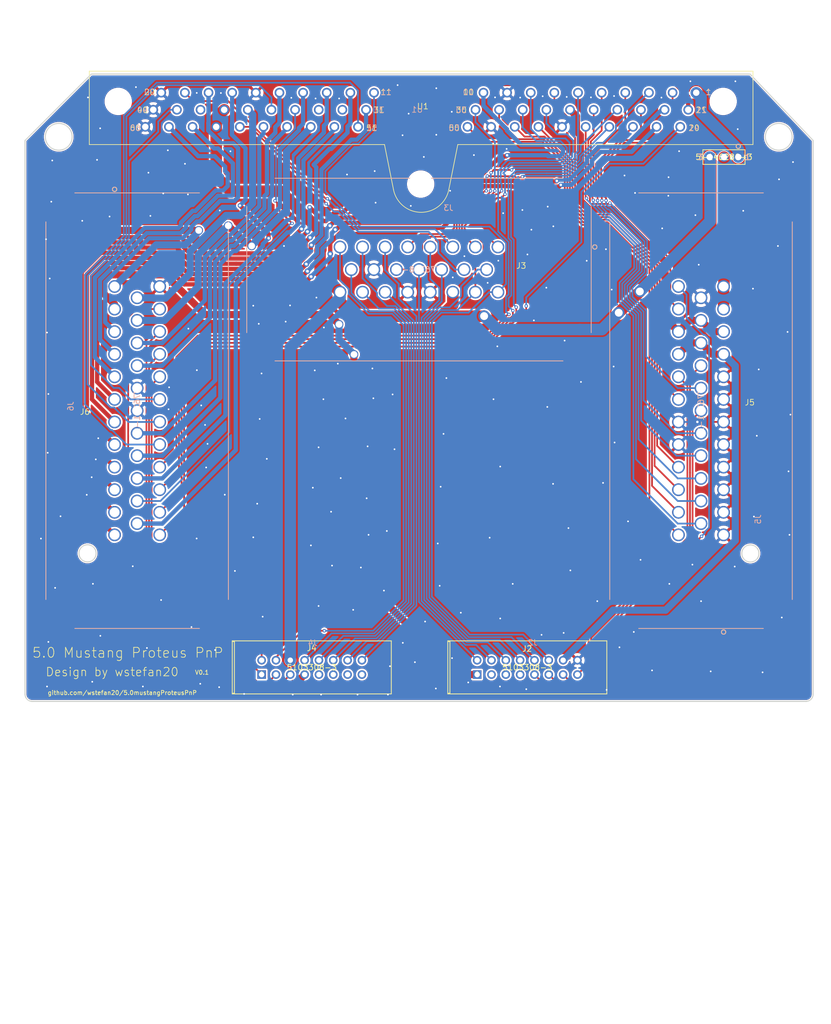
<source format=kicad_pcb>
(kicad_pcb (version 20171130) (host pcbnew "(5.1.8)-1")
  (title_block (title "134pin 7-967288-1 Breakout board") (date 2020-06-02) (rev R0.1))
  (layers (0 F.Cu signal) (31 B.Cu signal) (34 B.Paste user) (35 F.Paste user) (36 B.SilkS user) (37 F.SilkS user) (38 B.Mask user) (39 F.Mask user) (44 Edge.Cuts user))
  (net 0 "")
  (net 1 GND)
  (net 2 /ETB1-)
  (net 3 /ETB1+)
  (net 4 /IGN10)
  (net 5 /IGN9)
  (net 6 /5V_SENSE_2)
  (net 7 /12V_MR)
  (net 8 /CAN-)
  (net 9 /CAN+)
  (net 10 /AT4)
  (net 11 /AT3)
  (net 12 /VR2-)
  (net 13 /VR2+)
  (net 14 /DIGITAL_5)
  (net 15 /AV11)
  (net 16 /CAN2+)
  (net 17 /CAN2-)
  (net 18 /ETB2+)
  (net 19 /VR1-)
  (net 20 /DIGITAL_6)
  (net 21 /DIGITAL_1)
  (net 22 /ETB2-)
  (net 23 /VR1+)
  (net 24 /DIGITAL_4)
  (net 25 /DIGITAL_3)
  (net 26 /DIGITAL_2)
  (net 27 /IGN12)
  (net 28 /IGN11)
  (net 29 /KNOCK_2)
  (net 30 /KNOCK_1)
  (net 31 /5V_SENSE_1)
  (net 32 /AT2)
  (net 33 /AV8)
  (net 34 /AV6)
  (net 35 /AV4)
  (net 36 /AV2)
  (net 37 /AT1)
  (net 38 /AV9)
  (net 39 /AV7)
  (net 40 /AV5)
  (net 41 /AV3)
  (net 42 /AV1)
  (net 43 /IGN1)
  (net 44 /IGN2)
  (net 45 /IGN4)
  (net 46 /IGN5)
  (net 47 /IGN6)
  (net 48 /IGN7)
  (net 49 /IGN8)
  (net 50 /LS16)
  (net 51 /IGN3)
  (net 52 /LS12)
  (net 53 /LS10)
  (net 54 /LS8)
  (net 55 /LS4)
  (net 56 /LS2)
  (net 57 /HS4)
  (net 58 /HS3)
  (net 59 /LS15)
  (net 60 /LS14)
  (net 61 /LS13)
  (net 62 /LS11)
  (net 63 /LS9)
  (net 64 /LS7)
  (net 65 /LS6)
  (net 66 /LS5)
  (net 67 /LS3)
  (net 68 /LS1)
  (net 69 /HS1)
  (net 70 /HS2)
  (net 71 /MR_INPUT)
  (net 72 /12V)
  (module FORD60PIN:FORD60PIN (layer F.Cu) (at 117.1956 72.2122)
    (fp_text reference U1 (at 49.20234 -3.6322) (layer F.SilkS) (effects (font (size 1.016 1.016) (thickness 0.13))))
    (fp_text value FORD60PIN)
    (pad 60 thru_hole circle (at 0 0) (size 1.7145 1.7145) (drill 1.143) (layers *.Cu *.Mask) (net 1 GND))
    (pad 59 thru_hole circle (at 4.1908 0) (size 1.7145 1.7145) (drill 1.143) (layers *.Cu *.Mask) (net 66 /LS5))
    (pad 58 thru_hole circle (at 8.3816 0) (size 1.7145 1.7145) (drill 1.143) (layers *.Cu *.Mask) (net 67 /LS3))
    (pad 57 thru_hole circle (at 12.5724 0) (size 1.7145 1.7145) (drill 1.143) (layers *.Cu *.Mask) (net 7 /12V_MR))
    (pad 56 thru_hole circle (at 16.7632 0) (size 1.7145 1.7145) (drill 1.143) (layers *.Cu *.Mask) (net 21 /DIGITAL_1))
    (pad 55 thru_hole circle (at 20.954 0) (size 1.7145 1.7145) (drill 1.143) (layers *.Cu *.Mask) (net 56 /LS2))
    (pad 54 thru_hole circle (at 25.1448 0) (size 1.7145 1.7145) (drill 1.143) (layers *.Cu *.Mask) (net 54 /LS8))
    (pad 53 thru_hole circle (at 29.3356 0) (size 1.7145 1.7145) (drill 1.143) (layers *.Cu *.Mask) (net 57 /HS4))
    (pad 52 thru_hole circle (at 33.5264 0) (size 1.7145 1.7145) (drill 1.143) (layers *.Cu *.Mask) (net 59 /LS15))
    (pad 51 thru_hole circle (at 37.7172 0) (size 1.7145 1.7145) (drill 1.143) (layers *.Cu *.Mask) (net 47 /IGN6))
    (pad 40 thru_hole circle (at 1.416 -3.025) (size 1.7145 1.7145) (drill 1.143) (layers *.Cu *.Mask) (net 1 GND))
    (pad 39 thru_hole circle (at 5.6068 -3.025) (size 1.7145 1.7145) (drill 1.143) (layers *.Cu *.Mask) (net 49 /IGN8))
    (pad 38 thru_hole circle (at 9.7976 -3.025) (size 1.7145 1.7145) (drill 1.143) (layers *.Cu *.Mask))
    (pad 37 thru_hole circle (at 13.9884 -3.025) (size 1.7145 1.7145) (drill 1.143) (layers *.Cu *.Mask) (net 7 /12V_MR))
    (pad 36 thru_hole circle (at 18.1792 -3.025) (size 1.7145 1.7145) (drill 1.143) (layers *.Cu *.Mask) (net 58 /HS3))
    (pad 35 thru_hole circle (at 22.37 -3.025) (size 1.7145 1.7145) (drill 1.143) (layers *.Cu *.Mask) (net 48 /IGN7))
    (pad 34 thru_hole circle (at 26.5608 -3.025) (size 1.7145 1.7145) (drill 1.143) (layers *.Cu *.Mask) (net 51 /IGN3))
    (pad 33 thru_hole circle (at 30.7516 -3.025) (size 1.7145 1.7145) (drill 1.143) (layers *.Cu *.Mask))
    (pad 32 thru_hole circle (at 34.9424 -3.025) (size 1.7145 1.7145) (drill 1.143) (layers *.Cu *.Mask))
    (pad 31 thru_hole circle (at 39.1332 -3.025) (size 1.7145 1.7145) (drill 1.143) (layers *.Cu *.Mask) (net 62 /LS11))
    (pad 20 thru_hole circle (at 2.832 -6.05) (size 1.7145 1.7145) (drill 1.143) (layers *.Cu *.Mask) (net 1 GND))
    (pad 19 thru_hole circle (at 7.0228 -6.05) (size 1.7145 1.7145) (drill 1.143) (layers *.Cu *.Mask) (net 24 /DIGITAL_4))
    (pad 18 thru_hole circle (at 11.2136 -6.05) (size 1.7145 1.7145) (drill 1.143) (layers *.Cu *.Mask) (net 68 /LS1))
    (pad 17 thru_hole circle (at 15.4044 -6.05) (size 1.7145 1.7145) (drill 1.143) (layers *.Cu *.Mask) (net 52 /LS12))
    (pad 16 thru_hole circle (at 19.5952 -6.05) (size 1.7145 1.7145) (drill 1.143) (layers *.Cu *.Mask) (net 1 GND))
    (pad 15 thru_hole circle (at 23.786 -6.05) (size 1.7145 1.7145) (drill 1.143) (layers *.Cu *.Mask) (net 55 /LS4))
    (pad 14 thru_hole circle (at 27.9768 -6.05) (size 1.7145 1.7145) (drill 1.143) (layers *.Cu *.Mask) (net 53 /LS10))
    (pad 13 thru_hole circle (at 32.1676 -6.05) (size 1.7145 1.7145) (drill 1.143) (layers *.Cu *.Mask) (net 50 /LS16))
    (pad 12 thru_hole circle (at 36.3584 -6.05) (size 1.7145 1.7145) (drill 1.143) (layers *.Cu *.Mask) (net 61 /LS13))
    (pad 11 thru_hole circle (at 40.5492 -6.05) (size 1.7145 1.7145) (drill 1.143) (layers *.Cu *.Mask) (net 8 /CAN-))
    (pad 50 thru_hole circle (at 57.1212 0) (size 1.7145 1.7145) (drill 1.143) (layers *.Cu *.Mask) (net 36 /AV2))
    (pad 49 thru_hole circle (at 61.312 0) (size 1.7145 1.7145) (drill 1.143) (layers *.Cu *.Mask) (net 1 GND))
    (pad 48 thru_hole circle (at 65.5028 0) (size 1.7145 1.7145) (drill 1.143) (layers *.Cu *.Mask) (net 34 /AV6))
    (pad 47 thru_hole circle (at 69.6936 0) (size 1.7145 1.7145) (drill 1.143) (layers *.Cu *.Mask) (net 33 /AV8))
    (pad 46 thru_hole circle (at 73.8844 0) (size 1.7145 1.7145) (drill 1.143) (layers *.Cu *.Mask) (net 1 GND))
    (pad 45 thru_hole circle (at 78.0752 0) (size 1.7145 1.7145) (drill 1.143) (layers *.Cu *.Mask) (net 42 /AV1))
    (pad 44 thru_hole circle (at 82.266 0) (size 1.7145 1.7145) (drill 1.143) (layers *.Cu *.Mask) (net 44 /IGN2))
    (pad 43 thru_hole circle (at 86.4568 0) (size 1.7145 1.7145) (drill 1.143) (layers *.Cu *.Mask) (net 39 /AV7))
    (pad 42 thru_hole circle (at 90.6476 0) (size 1.7145 1.7145) (drill 1.143) (layers *.Cu *.Mask) (net 65 /LS6))
    (pad 41 thru_hole circle (at 94.8384 0) (size 1.7145 1.7145) (drill 1.143) (layers *.Cu *.Mask) (net 43 /IGN1))
    (pad 30 thru_hole circle (at 58.5372 -3.025) (size 1.7145 1.7145) (drill 1.143) (layers *.Cu *.Mask) (net 25 /DIGITAL_3))
    (pad 29 thru_hole circle (at 62.728 -3.025) (size 1.7145 1.7145) (drill 1.143) (layers *.Cu *.Mask) (net 35 /AV4))
    (pad 28 thru_hole circle (at 66.9188 -3.025) (size 1.7145 1.7145) (drill 1.143) (layers *.Cu *.Mask) (net 46 /IGN5))
    (pad 27 thru_hole circle (at 71.1096 -3.025) (size 1.7145 1.7145) (drill 1.143) (layers *.Cu *.Mask) (net 26 /DIGITAL_2))
    (pad 26 thru_hole circle (at 75.3004 -3.025) (size 1.7145 1.7145) (drill 1.143) (layers *.Cu *.Mask) (net 6 /5V_SENSE_2))
    (pad 25 thru_hole circle (at 79.4912 -3.025) (size 1.7145 1.7145) (drill 1.143) (layers *.Cu *.Mask) (net 37 /AT1))
    (pad 24 thru_hole circle (at 83.682 -3.025) (size 1.7145 1.7145) (drill 1.143) (layers *.Cu *.Mask) (net 45 /IGN4))
    (pad 23 thru_hole circle (at 87.8728 -3.025) (size 1.7145 1.7145) (drill 1.143) (layers *.Cu *.Mask) (net 38 /AV9))
    (pad 22 thru_hole circle (at 92.0636 -3.025) (size 1.7145 1.7145) (drill 1.143) (layers *.Cu *.Mask) (net 64 /LS7))
    (pad 21 thru_hole circle (at 96.2544 -3.025) (size 1.7145 1.7145) (drill 1.143) (layers *.Cu *.Mask) (net 60 /LS14))
    (pad 10 thru_hole circle (at 59.9532 -6.05) (size 1.7145 1.7145) (drill 1.143) (layers *.Cu *.Mask) (net 63 /LS9))
    (pad 9 thru_hole circle (at 64.144 -6.05) (size 1.7145 1.7145) (drill 1.143) (layers *.Cu *.Mask) (net 1 GND))
    (pad 8 thru_hole circle (at 68.3348 -6.05) (size 1.7145 1.7145) (drill 1.143) (layers *.Cu *.Mask) (net 9 /CAN+))
    (pad 7 thru_hole circle (at 72.5256 -6.05) (size 1.7145 1.7145) (drill 1.143) (layers *.Cu *.Mask) (net 32 /AT2))
    (pad 6 thru_hole circle (at 76.7164 -6.05) (size 1.7145 1.7145) (drill 1.143) (layers *.Cu *.Mask) (net 19 /VR1-))
    (pad 5 thru_hole circle (at 80.9072 -6.05) (size 1.7145 1.7145) (drill 1.143) (layers *.Cu *.Mask) (net 41 /AV3))
    (pad 4 thru_hole circle (at 85.098 -6.05) (size 1.7145 1.7145) (drill 1.143) (layers *.Cu *.Mask) (net 40 /AV5))
    (pad 3 thru_hole circle (at 89.2888 -6.05) (size 1.7145 1.7145) (drill 1.143) (layers *.Cu *.Mask) (net 23 /VR1+))
    (pad 2 thru_hole circle (at 93.4796 -6.05) (size 1.7145 1.7145) (drill 1.143) (layers *.Cu *.Mask) (net 30 /KNOCK_1))
    (pad 1 thru_hole circle (at 97.6704 -6.05) (size 1.7145 1.7145) (drill 1.143) (layers *.Cu *.Mask) (net 72 /12V))
    (pad None np_thru_hole circle (at -4.795 -4.5) (size 4.25 4.25) (drill 4.25) (layers *.Cu *.Mask))
    (pad None np_thru_hole circle (at 102.448 -4.5) (size 4.25 4.25) (drill 4.25) (layers *.Cu *.Mask))
    (pad None np_thru_hole circle (at 48.8272 10.14) (size 4.25 4.25) (drill 4.25) (layers *.Cu *.Mask))
  )
  (module 5-146280-3:5-146280-3 (layer F.Cu) (at 222.3262 77.56906 180)
    (fp_text reference J1 (at 2.54 0) (layer F.SilkS))
    (fp_text value 5-146280-3 (at 2.54 0) (layer F.SilkS))
    (fp_text user 3 (at 6.731 0) (layer B.SilkS))
    (fp_text user 3 (at 6.731 0) (layer B.SilkS))
    (fp_text user 1 (at -1.651 0) (layer B.SilkS))
    (fp_text user 1 (at -1.651 0) (layer B.SilkS))
    (fp_text user 3 (at 6.731 0) (layer F.SilkS))
    (fp_text user 3 (at 6.731 0) (layer F.SilkS))
    (fp_text user 1 (at -1.651 0) (layer F.SilkS))
    (fp_text user 1 (at -1.651 0) (layer F.SilkS))
    (fp_text user * (at 0 0) (layer F.SilkS))
    (pad 3 thru_hole circle (at 5.08 0 180) (size 1.651 1.651) (drill 1.143) (layers *.Cu *.Mask) (net 7 /12V_MR))
    (pad 2 thru_hole circle (at 2.54 0 180) (size 1.651 1.651) (drill 1.143) (layers *.Cu *.Mask) (net 71 /MR_INPUT))
    (pad 1 thru_hole circle (at 0 0 180) (size 1.651 1.651) (drill 1.143) (layers *.Cu *.Mask) (net 72 /12V))
  )
  (module 776228-1:776228-1 (layer B.Cu) (at 179.717 93.5 180)
    (fp_text reference J3 (at 8.76738 6.92664) (layer B.SilkS) (effects (justify mirror)))
    (fp_text value 776228-1 (at 13.999998 -4) (layer B.SilkS) (effects (justify mirror)))
    (fp_text user * (at 0 0) (layer B.SilkS) (effects (justify mirror)))
    (pad 1 thru_hole circle (at 0.000001 0 180) (size 2.2606 2.2606) (drill 1.7526) (layers *.Cu *.Mask) (net 26 /DIGITAL_2))
    (pad 2 thru_hole circle (at 4 0 180) (size 2.2606 2.2606) (drill 1.7526) (layers *.Cu *.Mask) (net 25 /DIGITAL_3))
    (pad 3 thru_hole circle (at 8 0 180) (size 2.2606 2.2606) (drill 1.7526) (layers *.Cu *.Mask) (net 24 /DIGITAL_4))
    (pad 4 thru_hole circle (at 12 0 180) (size 2.2606 2.2606) (drill 1.7526) (layers *.Cu *.Mask) (net 13 /VR2+))
    (pad 5 thru_hole circle (at 15.999999 0 180) (size 2.2606 2.2606) (drill 1.7526) (layers *.Cu *.Mask) (net 23 /VR1+))
    (pad 6 thru_hole circle (at 19.999999 0 180) (size 2.2606 2.2606) (drill 1.7526) (layers *.Cu *.Mask) (net 2 /ETB1-))
    (pad 7 thru_hole circle (at 23.999998 0 180) (size 2.2606 2.2606) (drill 1.7526) (layers *.Cu *.Mask) (net 3 /ETB1+))
    (pad 8 thru_hole circle (at 27.999998 0 180) (size 2.2606 2.2606) (drill 1.7526) (layers *.Cu *.Mask) (net 22 /ETB2-))
    (pad 9 thru_hole circle (at 1.999997 -4 180) (size 2.2606 2.2606) (drill 1.7526) (layers *.Cu *.Mask) (net 14 /DIGITAL_5))
    (pad 10 thru_hole circle (at 5.999996 -4 180) (size 2.2606 2.2606) (drill 1.7526) (layers *.Cu *.Mask) (net 21 /DIGITAL_1))
    (pad 11 thru_hole circle (at 9.999996 -4 180) (size 2.2606 2.2606) (drill 1.7526) (layers *.Cu *.Mask) (net 20 /DIGITAL_6))
    (pad 12 thru_hole circle (at 13.999998 -4 180) (size 2.2606 2.2606) (drill 1.7526) (layers *.Cu *.Mask) (net 12 /VR2-))
    (pad 13 thru_hole circle (at 17.99999 -4 180) (size 2.2606 2.2606) (drill 1.7526) (layers *.Cu *.Mask) (net 19 /VR1-))
    (pad 14 thru_hole circle (at 21.999995 -4 180) (size 2.2606 2.2606) (drill 1.7526) (layers *.Cu *.Mask) (net 1 GND))
    (pad 15 thru_hole circle (at 25.999994 -4 180) (size 2.2606 2.2606) (drill 1.7526) (layers *.Cu *.Mask) (net 18 /ETB2+))
    (pad 16 thru_hole circle (at 0.000001 -7.999999 180) (size 2.2606 2.2606) (drill 1.7526) (layers *.Cu *.Mask) (net 8 /CAN-))
    (pad 17 thru_hole circle (at 4 -7.999999 180) (size 2.2606 2.2606) (drill 1.7526) (layers *.Cu *.Mask) (net 9 /CAN+))
    (pad 18 thru_hole circle (at 8 -7.999999 180) (size 2.2606 2.2606) (drill 1.7526) (layers *.Cu *.Mask) (net 7 /12V_MR))
    (pad 19 thru_hole circle (at 12 -7.999999 180) (size 2.2606 2.2606) (drill 1.7526) (layers *.Cu *.Mask) (net 1 GND))
    (pad 20 thru_hole circle (at 15.999999 -7.999999 180) (size 2.2606 2.2606) (drill 1.7526) (layers *.Cu *.Mask) (net 1 GND))
    (pad 21 thru_hole circle (at 19.999999 -7.999999 180) (size 2.2606 2.2606) (drill 1.7526) (layers *.Cu *.Mask) (net 17 /CAN2-))
    (pad 22 thru_hole circle (at 23.999998 -7.999999 180) (size 2.2606 2.2606) (drill 1.7526) (layers *.Cu *.Mask) (net 16 /CAN2+))
    (pad 23 thru_hole circle (at 27.999998 -7.999999 180) (size 2.2606 2.2606) (drill 1.7526) (layers *.Cu *.Mask) (net 7 /12V_MR))
  )
  (module 776231-2:776231-2 (layer B.Cu) (at 219.717 144.5 90)
    (fp_text reference J5 (at 2.7553 6.1144 270) (layer B.SilkS) (effects (justify mirror)))
    (fp_text value 776231-2 (at 21.999998 -4 270) (layer B.SilkS) (effects (justify mirror)))
    (fp_text user * (at 0 0 270) (layer B.SilkS) (effects (justify mirror)))
    (pad 1 thru_hole circle (at -0.000001 0 90) (size 2.2606 2.2606) (drill 1.7526) (layers *.Cu *.Mask) (net 1 GND))
    (pad 2 thru_hole circle (at 3.999999 0 90) (size 2.2606 2.2606) (drill 1.7526) (layers *.Cu *.Mask) (net 1 GND))
    (pad 3 thru_hole circle (at 7.999998 0 90) (size 2.2606 2.2606) (drill 1.7526) (layers *.Cu *.Mask) (net 1 GND))
    (pad 4 thru_hole circle (at 11.999998 0 90) (size 2.2606 2.2606) (drill 1.7526) (layers *.Cu *.Mask) (net 1 GND))
    (pad 5 thru_hole circle (at 15.999998 0 90) (size 2.2606 2.2606) (drill 1.7526) (layers *.Cu *.Mask) (net 1 GND))
    (pad 6 thru_hole circle (at 19.999997 0 90) (size 2.2606 2.2606) (drill 1.7526) (layers *.Cu *.Mask) (net 1 GND))
    (pad 7 thru_hole circle (at 23.999997 0 90) (size 2.2606 2.2606) (drill 1.7526) (layers *.Cu *.Mask) (net 1 GND))
    (pad 8 thru_hole circle (at 27.999996 0 90) (size 2.2606 2.2606) (drill 1.7526) (layers *.Cu *.Mask) (net 1 GND))
    (pad 9 thru_hole circle (at 31.999996 0 90) (size 2.2606 2.2606) (drill 1.7526) (layers *.Cu *.Mask) (net 31 /5V_SENSE_1))
    (pad 10 thru_hole circle (at 35.999996 0 90) (size 2.2606 2.2606) (drill 1.7526) (layers *.Cu *.Mask) (net 6 /5V_SENSE_2))
    (pad 11 thru_hole circle (at 39.999995 0 90) (size 2.2606 2.2606) (drill 1.7526) (layers *.Cu *.Mask) (net 71 /MR_INPUT))
    (pad 12 thru_hole circle (at 43.999995 0 90) (size 2.2606 2.2606) (drill 1.7526) (layers *.Cu *.Mask) (net 71 /MR_INPUT))
    (pad 13 thru_hole circle (at 2.000038 -4 90) (size 2.2606 2.2606) (drill 1.7526) (layers *.Cu *.Mask) (net 42 /AV1))
    (pad 14 thru_hole circle (at 6.00003 -4 90) (size 2.2606 2.2606) (drill 1.7526) (layers *.Cu *.Mask) (net 41 /AV3))
    (pad 15 thru_hole circle (at 10.000022 -4 90) (size 2.2606 2.2606) (drill 1.7526) (layers *.Cu *.Mask) (net 40 /AV5))
    (pad 16 thru_hole circle (at 14.025414 -4 90) (size 2.2606 2.2606) (drill 1.7526) (layers *.Cu *.Mask) (net 39 /AV7))
    (pad 17 thru_hole circle (at 18.000006 -4 90) (size 2.2606 2.2606) (drill 1.7526) (layers *.Cu *.Mask) (net 38 /AV9))
    (pad 18 thru_hole circle (at 21.999998 -4 90) (size 2.2606 2.2606) (drill 1.7526) (layers *.Cu *.Mask) (net 15 /AV11))
    (pad 19 thru_hole circle (at 25.99999 -4 90) (size 2.2606 2.2606) (drill 1.7526) (layers *.Cu *.Mask) (net 37 /AT1))
    (pad 20 thru_hole circle (at 29.974582 -4 90) (size 2.2606 2.2606) (drill 1.7526) (layers *.Cu *.Mask) (net 11 /AT3))
    (pad 21 thru_hole circle (at 33.999974 -4 90) (size 2.2606 2.2606) (drill 1.7526) (layers *.Cu *.Mask) (net 31 /5V_SENSE_1))
    (pad 22 thru_hole circle (at 37.999966 -4 90) (size 2.2606 2.2606) (drill 1.7526) (layers *.Cu *.Mask) (net 6 /5V_SENSE_2))
    (pad 23 thru_hole circle (at 41.999958 -4 90) (size 2.2606 2.2606) (drill 1.7526) (layers *.Cu *.Mask) (net 1 GND))
    (pad 24 thru_hole circle (at -0.000001 -7.999999 90) (size 2.2606 2.2606) (drill 1.7526) (layers *.Cu *.Mask) (net 36 /AV2))
    (pad 25 thru_hole circle (at 3.999999 -7.999999 90) (size 2.2606 2.2606) (drill 1.7526) (layers *.Cu *.Mask) (net 35 /AV4))
    (pad 26 thru_hole circle (at 7.999998 -7.999999 90) (size 2.2606 2.2606) (drill 1.7526) (layers *.Cu *.Mask) (net 34 /AV6))
    (pad 27 thru_hole circle (at 11.999998 -7.999999 90) (size 2.2606 2.2606) (drill 1.7526) (layers *.Cu *.Mask) (net 33 /AV8))
    (pad 28 thru_hole circle (at 15.999998 -7.999999 90) (size 2.2606 2.2606) (drill 1.7526) (layers *.Cu *.Mask) (net 1 GND))
    (pad 29 thru_hole circle (at 19.999997 -7.999999 90) (size 2.2606 2.2606) (drill 1.7526) (layers *.Cu *.Mask) (net 1 GND))
    (pad 30 thru_hole circle (at 23.999997 -7.999999 90) (size 2.2606 2.2606) (drill 1.7526) (layers *.Cu *.Mask) (net 32 /AT2))
    (pad 31 thru_hole circle (at 27.999996 -7.999999 90) (size 2.2606 2.2606) (drill 1.7526) (layers *.Cu *.Mask) (net 10 /AT4))
    (pad 32 thru_hole circle (at 31.999996 -7.999999 90) (size 2.2606 2.2606) (drill 1.7526) (layers *.Cu *.Mask) (net 31 /5V_SENSE_1))
    (pad 33 thru_hole circle (at 35.999996 -7.999999 90) (size 2.2606 2.2606) (drill 1.7526) (layers *.Cu *.Mask) (net 6 /5V_SENSE_2))
    (pad 34 thru_hole circle (at 39.999995 -7.999999 90) (size 2.2606 2.2606) (drill 1.7526) (layers *.Cu *.Mask) (net 30 /KNOCK_1))
    (pad 35 thru_hole circle (at 43.999995 -7.999999 90) (size 2.2606 2.2606) (drill 1.7526) (layers *.Cu *.Mask) (net 29 /KNOCK_2))
  )
  (module 776231-1:776231-1 (layer B.Cu) (at 111.753 100.5 270)
    (fp_text reference J6 (at 21.2168 7.78572 90) (layer B.SilkS) (effects (justify mirror)))
    (fp_text value 776231-1 (at 21.999998 -4 90) (layer B.SilkS) (effects (justify mirror)))
    (fp_text user * (at 0 0 90) (layer B.SilkS) (effects (justify mirror)))
    (pad 1 thru_hole circle (at -0.000001 0 270) (size 2.2606 2.2606) (drill 1.7526) (layers *.Cu *.Mask) (net 70 /HS2))
    (pad 2 thru_hole circle (at 3.999999 0 270) (size 2.2606 2.2606) (drill 1.7526) (layers *.Cu *.Mask) (net 69 /HS1))
    (pad 3 thru_hole circle (at 7.999998 0 270) (size 2.2606 2.2606) (drill 1.7526) (layers *.Cu *.Mask) (net 68 /LS1))
    (pad 4 thru_hole circle (at 11.999998 0 270) (size 2.2606 2.2606) (drill 1.7526) (layers *.Cu *.Mask) (net 67 /LS3))
    (pad 5 thru_hole circle (at 15.999998 0 270) (size 2.2606 2.2606) (drill 1.7526) (layers *.Cu *.Mask) (net 66 /LS5))
    (pad 6 thru_hole circle (at 19.999997 0 270) (size 2.2606 2.2606) (drill 1.7526) (layers *.Cu *.Mask) (net 65 /LS6))
    (pad 7 thru_hole circle (at 23.999997 0 270) (size 2.2606 2.2606) (drill 1.7526) (layers *.Cu *.Mask) (net 64 /LS7))
    (pad 8 thru_hole circle (at 27.999996 0 270) (size 2.2606 2.2606) (drill 1.7526) (layers *.Cu *.Mask) (net 63 /LS9))
    (pad 9 thru_hole circle (at 31.999996 0 270) (size 2.2606 2.2606) (drill 1.7526) (layers *.Cu *.Mask) (net 62 /LS11))
    (pad 10 thru_hole circle (at 35.999996 0 270) (size 2.2606 2.2606) (drill 1.7526) (layers *.Cu *.Mask) (net 61 /LS13))
    (pad 11 thru_hole circle (at 39.999995 0 270) (size 2.2606 2.2606) (drill 1.7526) (layers *.Cu *.Mask) (net 60 /LS14))
    (pad 12 thru_hole circle (at 43.999995 0 270) (size 2.2606 2.2606) (drill 1.7526) (layers *.Cu *.Mask) (net 59 /LS15))
    (pad 13 thru_hole circle (at 2.000038 -4 270) (size 2.2606 2.2606) (drill 1.7526) (layers *.Cu *.Mask) (net 58 /HS3))
    (pad 14 thru_hole circle (at 6.00003 -4 270) (size 2.2606 2.2606) (drill 1.7526) (layers *.Cu *.Mask) (net 57 /HS4))
    (pad 15 thru_hole circle (at 10.000022 -4 270) (size 2.2606 2.2606) (drill 1.7526) (layers *.Cu *.Mask) (net 56 /LS2))
    (pad 16 thru_hole circle (at 14.025414 -4 270) (size 2.2606 2.2606) (drill 1.7526) (layers *.Cu *.Mask) (net 55 /LS4))
    (pad 17 thru_hole circle (at 18.000006 -4 270) (size 2.2606 2.2606) (drill 1.7526) (layers *.Cu *.Mask) (net 1 GND))
    (pad 18 thru_hole circle (at 21.999998 -4 270) (size 2.2606 2.2606) (drill 1.7526) (layers *.Cu *.Mask) (net 1 GND))
    (pad 19 thru_hole circle (at 25.99999 -4 270) (size 2.2606 2.2606) (drill 1.7526) (layers *.Cu *.Mask) (net 54 /LS8))
    (pad 20 thru_hole circle (at 29.974582 -4 270) (size 2.2606 2.2606) (drill 1.7526) (layers *.Cu *.Mask) (net 53 /LS10))
    (pad 21 thru_hole circle (at 33.999974 -4 270) (size 2.2606 2.2606) (drill 1.7526) (layers *.Cu *.Mask) (net 52 /LS12))
    (pad 22 thru_hole circle (at 37.999966 -4 270) (size 2.2606 2.2606) (drill 1.7526) (layers *.Cu *.Mask) (net 51 /IGN3))
    (pad 23 thru_hole circle (at 41.999958 -4 270) (size 2.2606 2.2606) (drill 1.7526) (layers *.Cu *.Mask) (net 50 /LS16))
    (pad 24 thru_hole circle (at -0.000001 -7.999999 270) (size 2.2606 2.2606) (drill 1.7526) (layers *.Cu *.Mask) (net 1 GND))
    (pad 25 thru_hole circle (at 3.999999 -7.999999 270) (size 2.2606 2.2606) (drill 1.7526) (layers *.Cu *.Mask) (net 27 /IGN12))
    (pad 26 thru_hole circle (at 7.999998 -7.999999 270) (size 2.2606 2.2606) (drill 1.7526) (layers *.Cu *.Mask) (net 28 /IGN11))
    (pad 27 thru_hole circle (at 11.999998 -7.999999 270) (size 2.2606 2.2606) (drill 1.7526) (layers *.Cu *.Mask) (net 4 /IGN10))
    (pad 28 thru_hole circle (at 15.999998 -7.999999 270) (size 2.2606 2.2606) (drill 1.7526) (layers *.Cu *.Mask) (net 5 /IGN9))
    (pad 29 thru_hole circle (at 19.999997 -7.999999 270) (size 2.2606 2.2606) (drill 1.7526) (layers *.Cu *.Mask) (net 49 /IGN8))
    (pad 30 thru_hole circle (at 23.999997 -7.999999 270) (size 2.2606 2.2606) (drill 1.7526) (layers *.Cu *.Mask) (net 48 /IGN7))
    (pad 31 thru_hole circle (at 27.999996 -7.999999 270) (size 2.2606 2.2606) (drill 1.7526) (layers *.Cu *.Mask) (net 47 /IGN6))
    (pad 32 thru_hole circle (at 31.999996 -7.999999 270) (size 2.2606 2.2606) (drill 1.7526) (layers *.Cu *.Mask) (net 46 /IGN5))
    (pad 33 thru_hole circle (at 35.999996 -7.999999 270) (size 2.2606 2.2606) (drill 1.7526) (layers *.Cu *.Mask) (net 45 /IGN4))
    (pad 34 thru_hole circle (at 39.999995 -7.999999 270) (size 2.2606 2.2606) (drill 1.7526) (layers *.Cu *.Mask) (net 44 /IGN2))
    (pad 35 thru_hole circle (at 43.999995 -7.999999 270) (size 2.2606 2.2606) (drill 1.7526) (layers *.Cu *.Mask) (net 43 /IGN1))
  )
  (module 51033083:5103308-3 (layer F.Cu) (at 137.82341 169.25036)
    (fp_text reference J4 (at 8.87937 -4.6736) (layer F.SilkS))
    (fp_text value 5103308-3 (at 8.89 -1.27) (layer F.SilkS))
    (fp_text user * (at 0 0) (layer F.SilkS))
    (pad 1 thru_hole rect (at 0 0) (size 1.524 1.524) (drill 0.9652) (layers *.Cu *.Mask) (net 4 /IGN10))
    (pad 2 thru_hole circle (at 0 -2.54) (size 1.524 1.524) (drill 0.9652) (layers *.Cu *.Mask) (net 5 /IGN9))
    (pad 3 thru_hole circle (at 2.54 0) (size 1.524 1.524) (drill 0.9652) (layers *.Cu *.Mask) (net 28 /IGN11))
    (pad 4 thru_hole circle (at 2.54 -2.54) (size 1.524 1.524) (drill 0.9652) (layers *.Cu *.Mask) (net 22 /ETB2-))
    (pad 5 thru_hole circle (at 5.08 0) (size 1.524 1.524) (drill 0.9652) (layers *.Cu *.Mask) (net 27 /IGN12))
    (pad 6 thru_hole circle (at 5.08 -2.54) (size 1.524 1.524) (drill 0.9652) (layers *.Cu *.Mask) (net 7 /12V_MR))
    (pad 7 thru_hole circle (at 7.62 0) (size 1.524 1.524) (drill 0.9652) (layers *.Cu *.Mask) (net 70 /HS2))
    (pad 8 thru_hole circle (at 7.62 -2.54) (size 1.524 1.524) (drill 0.9652) (layers *.Cu *.Mask) (net 18 /ETB2+))
    (pad 9 thru_hole circle (at 10.16 0) (size 1.524 1.524) (drill 0.9652) (layers *.Cu *.Mask))
    (pad 10 thru_hole circle (at 10.16 -2.54) (size 1.524 1.524) (drill 0.9652) (layers *.Cu *.Mask) (net 16 /CAN2+))
    (pad 11 thru_hole circle (at 12.7 0) (size 1.524 1.524) (drill 0.9652) (layers *.Cu *.Mask))
    (pad 12 thru_hole circle (at 12.7 -2.54) (size 1.524 1.524) (drill 0.9652) (layers *.Cu *.Mask) (net 3 /ETB1+))
    (pad 13 thru_hole circle (at 15.24 0) (size 1.524 1.524) (drill 0.9652) (layers *.Cu *.Mask))
    (pad 14 thru_hole circle (at 15.24 -2.54) (size 1.524 1.524) (drill 0.9652) (layers *.Cu *.Mask) (net 17 /CAN2-))
    (pad 15 thru_hole circle (at 17.78 0) (size 1.524 1.524) (drill 0.9652) (layers *.Cu *.Mask))
    (pad 16 thru_hole circle (at 17.78 -2.54) (size 1.524 1.524) (drill 0.9652) (layers *.Cu *.Mask) (net 2 /ETB1-))
  )
  (module 51033083:5103308-3 (layer F.Cu) (at 176.03 169.25036)
    (fp_text reference J2 (at 8.85406 -4.5593) (layer F.SilkS))
    (fp_text value 5103308-3 (at 8.89 -1.27) (layer F.SilkS))
    (fp_text user * (at 0 0) (layer F.SilkS))
    (pad 1 thru_hole rect (at 0 0) (size 1.524 1.524) (drill 0.9652) (layers *.Cu *.Mask) (net 69 /HS1))
    (pad 2 thru_hole circle (at 0 -2.54) (size 1.524 1.524) (drill 0.9652) (layers *.Cu *.Mask) (net 12 /VR2-))
    (pad 3 thru_hole circle (at 2.54 0) (size 1.524 1.524) (drill 0.9652) (layers *.Cu *.Mask))
    (pad 4 thru_hole circle (at 2.54 -2.54) (size 1.524 1.524) (drill 0.9652) (layers *.Cu *.Mask) (net 13 /VR2+))
    (pad 5 thru_hole circle (at 5.08 0) (size 1.524 1.524) (drill 0.9652) (layers *.Cu *.Mask))
    (pad 6 thru_hole circle (at 5.08 -2.54) (size 1.524 1.524) (drill 0.9652) (layers *.Cu *.Mask) (net 20 /DIGITAL_6))
    (pad 7 thru_hole circle (at 7.62 0) (size 1.524 1.524) (drill 0.9652) (layers *.Cu *.Mask))
    (pad 8 thru_hole circle (at 7.62 -2.54) (size 1.524 1.524) (drill 0.9652) (layers *.Cu *.Mask) (net 14 /DIGITAL_5))
    (pad 9 thru_hole circle (at 10.16 0) (size 1.524 1.524) (drill 0.9652) (layers *.Cu *.Mask) (net 29 /KNOCK_2))
    (pad 10 thru_hole circle (at 10.16 -2.54) (size 1.524 1.524) (drill 0.9652) (layers *.Cu *.Mask) (net 9 /CAN+))
    (pad 11 thru_hole circle (at 12.7 0) (size 1.524 1.524) (drill 0.9652) (layers *.Cu *.Mask) (net 15 /AV11))
    (pad 12 thru_hole circle (at 12.7 -2.54) (size 1.524 1.524) (drill 0.9652) (layers *.Cu *.Mask) (net 8 /CAN-))
    (pad 13 thru_hole circle (at 15.24 0) (size 1.524 1.524) (drill 0.9652) (layers *.Cu *.Mask) (net 11 /AT3))
    (pad 14 thru_hole circle (at 15.24 -2.54) (size 1.524 1.524) (drill 0.9652) (layers *.Cu *.Mask) (net 31 /5V_SENSE_1))
    (pad 15 thru_hole circle (at 17.78 0) (size 1.524 1.524) (drill 0.9652) (layers *.Cu *.Mask) (net 10 /AT4))
    (pad 16 thru_hole circle (at 17.78 -2.54) (size 1.524 1.524) (drill 0.9652) (layers *.Cu *.Mask) (net 1 GND))
  )
  (gr_line (start 107.6381 62.865) (end 95.885 74.627) (layer Edge.Cuts) (width 0.2))
  (gr_line (start 224.4061 62.865) (end 235.585 74.627) (layer Edge.Cuts) (width 0.2))
  (gr_circle (center 101.854 73.9775) (end 104.23525 73.9775) (layer Edge.Cuts) (width 0.2))
  (gr_circle (center 229.4965 73.9775) (end 231.87775 73.9775) (layer Edge.Cuts) (width 0.2))
  (gr_arc (start 97.155 172.73) (end 95.885 172.73) (angle -90) (layer Edge.Cuts) (width 0.2))
  (gr_line (start 235.585 172.73) (end 235.585 74.627) (layer Edge.Cuts) (width 0.2))
  (gr_arc (start 234.315 172.73) (end 234.315 174) (angle -90) (layer Edge.Cuts) (width 0.2))
  (gr_text "5.0 Mustang Proteus PnP" (at 114.09934 165.3794) (layer F.SilkS) (effects (font (size 1.75 1.75) (thickness 0.13))))
  (gr_text V0.1 (at 127.23876 168.8719) (layer F.SilkS) (effects (font (size 0.75 0.75) (thickness 0.13))))
  (gr_text github.com/wstefan20/5.0mustangProteusPnP (at 113.11636 172.47362) (layer F.SilkS) (effects (font (size 0.75 0.75) (thickness 0.13))))
  (gr_text "Design by wstefan20" (at 111.32058 168.78554) (layer F.SilkS) (effects (font (size 1.5 1.5) (thickness 0.13))))
  (gr_text J3 (at 183.85028 96.82226) (layer F.SilkS) (effects (font (size 1.016 1.016) (thickness 0.13))))
  (gr_text J6 (at 106.5022 122.69978) (layer F.SilkS) (effects (font (size 1.016 1.016) (thickness 0.13))))
  (gr_text J5 (at 224.36074 121.0437) (layer F.SilkS) (effects (font (size 1.016 1.016) (thickness 0.13))))
  (gr_text J2 (at 185.88482 163.5887) (layer B.SilkS) (effects (font (size 1.016 1.016) (thickness 0.13)) (justify mirror)))
  (gr_text J4 (at 146.88312 163.65728) (layer B.SilkS) (effects (font (size 1.016 1.016) (thickness 0.13)) (justify mirror)))
  (gr_text U1 (at 165.3921 69.1642) (layer B.SilkS) (effects (font (size 1.016 1.016) (thickness 0.13)) (justify mirror)))
  (gr_line (start 95.885 172.73) (end 95.885 74.627) (layer Edge.Cuts) (width 0.2))
  (gr_line (start 234.315 174) (end 97.155 174) (layer Edge.Cuts) (width 0.2))
  (gr_circle (center 224.4699 147.7949) (end 225.9939 147.7949) (layer Edge.Cuts) (width 0.2))
  (gr_circle (center 106.9568 147.77212) (end 108.4808 147.77212) (layer Edge.Cuts) (width 0.2))
  (gr_line (start 224.4061 62.865) (end 107.6381 62.865) (layer Edge.Cuts) (width 0.2))
  (gr_text 60 (at 115.4303 72.4154) (layer B.SilkS) (effects (font (size 1.016 1.016) (thickness 0.13)) (justify mirror)))
  (gr_text 60 (at 115.4303 72.4154) (layer F.SilkS) (effects (font (size 1.016 1.016) (thickness 0.13))))
  (gr_text 1 (at 217.0303 66.0654) (layer B.SilkS) (effects (font (size 1.016 1.016) (thickness 0.13)) (justify mirror)))
  (gr_text 21 (at 215.7603 69.2404) (layer B.SilkS) (effects (font (size 1.016 1.016) (thickness 0.13)) (justify mirror)))
  (gr_text 10 (at 174.4853 66.0654) (layer B.SilkS) (effects (font (size 1.016 1.016) (thickness 0.13)) (justify mirror)))
  (gr_text 30 (at 173.2153 69.2404) (layer B.SilkS) (effects (font (size 1.016 1.016) (thickness 0.13)) (justify mirror)))
  (gr_text 50 (at 171.9453 72.4154) (layer B.SilkS) (effects (font (size 1.016 1.016) (thickness 0.13)) (justify mirror)))
  (gr_text 11 (at 159.8803 66.0654) (layer B.SilkS) (effects (font (size 1.016 1.016) (thickness 0.13)) (justify mirror)))
  (gr_text 31 (at 158.6103 69.2404) (layer B.SilkS) (effects (font (size 1.016 1.016) (thickness 0.13)) (justify mirror)))
  (gr_text 41 (at 214.4903 72.4154) (layer B.SilkS) (effects (font (size 1.016 1.016) (thickness 0.13)) (justify mirror)))
  (gr_text 51 (at 157.3403 72.4154) (layer B.SilkS) (effects (font (size 1.016 1.016) (thickness 0.13)) (justify mirror)))
  (gr_text 40 (at 116.7003 69.2404) (layer B.SilkS) (effects (font (size 1.016 1.016) (thickness 0.13)) (justify mirror)))
  (gr_text 20 (at 117.9703 66.0654) (layer B.SilkS) (effects (font (size 1.016 1.016) (thickness 0.13)) (justify mirror)))
  (gr_text 30 (at 173.2153 69.2404) (layer F.SilkS) (effects (font (size 1.016 1.016) (thickness 0.13))))
  (gr_text 1 (at 217.0303 66.0654) (layer F.SilkS) (effects (font (size 1.016 1.016) (thickness 0.13))))
  (gr_text 21 (at 215.7603 69.2404) (layer F.SilkS) (effects (font (size 1.016 1.016) (thickness 0.13))))
  (gr_text 10 (at 174.4853 66.0654) (layer F.SilkS) (effects (font (size 1.016 1.016) (thickness 0.13))))
  (gr_text 50 (at 171.9453 72.4154) (layer F.SilkS) (effects (font (size 1.016 1.016) (thickness 0.13))))
  (gr_text 11 (at 159.8803 66.0654) (layer F.SilkS) (effects (font (size 1.016 1.016) (thickness 0.13))))
  (gr_text 31 (at 158.6103 69.2404) (layer F.SilkS) (effects (font (size 1.016 1.016) (thickness 0.13))))
  (gr_text 20 (at 117.9703 66.0654) (layer F.SilkS) (effects (font (size 1.016 1.016) (thickness 0.13))))
  (gr_text 40 (at 116.7003 69.2404) (layer F.SilkS) (effects (font (size 1.016 1.016) (thickness 0.13))))
  (gr_text 20 (at 214.4903 72.4154) (layer F.SilkS) (effects (font (size 1.016 1.016) (thickness 0.13))))
  (gr_text 51 (at 157.3403 72.4154) (layer F.SilkS) (effects (font (size 1.016 1.016) (thickness 0.13))))
  (via (at 127.98806 132.56006) (size 0.6) (drill 0.3) (layers F.Cu B.Cu) (net 1))
  (via (at 128.2319 128.37668) (size 0.6) (drill 0.3) (layers F.Cu B.Cu) (net 1))
  (via (at 127.79502 125.02134) (size 0.6) (drill 0.3) (layers F.Cu B.Cu) (net 1))
  (via (at 127.1143 121.56694) (size 0.6) (drill 0.3) (layers F.Cu B.Cu) (net 1))
  (via (at 132.29336 76.54544) (size 0.6) (drill 0.3) (layers F.Cu B.Cu) (net 1))
  (via (at 131.28752 137.3886) (size 0.6) (drill 0.3) (layers F.Cu B.Cu) (net 1))
  (via (at 126.29896 145.14322) (size 0.6) (drill 0.3) (layers F.Cu B.Cu) (net 1))
  (via (at 137.03554 138.98118) (size 0.6) (drill 0.3) (layers F.Cu B.Cu) (net 1))
  (via (at 136.34212 144.93494) (size 0.6) (drill 0.3) (layers F.Cu B.Cu) (net 1))
  (via (at 133.08584 150.89124) (size 0.6) (drill 0.3) (layers F.Cu B.Cu) (net 1))
  (via (at 138.00328 158.99384) (size 0.6) (drill 0.3) (layers F.Cu B.Cu) (net 1))
  (via (at 138.73988 131.03098) (size 0.6) (drill 0.3) (layers F.Cu B.Cu) (net 1))
  (via (at 137.47496 123.96724) (size 0.6) (drill 0.3) (layers F.Cu B.Cu) (net 1))
  (via (at 137.8077 115.90528) (size 0.6) (drill 0.3) (layers F.Cu B.Cu) (net 1))
  (via (at 126.3396 115.32362) (size 0.6) (drill 0.3) (layers F.Cu B.Cu) (net 1))
  (via (at 148.86178 107.76204) (size 0.6) (drill 0.3) (layers F.Cu B.Cu) (net 1))
  (via (at 147.23872 115.36172) (size 0.6) (drill 0.3) (layers F.Cu B.Cu) (net 1))
  (via (at 151.32812 114.16792) (size 0.6) (drill 0.3) (layers F.Cu B.Cu) (net 1))
  (via (at 157.45968 115.02136) (size 0.6) (drill 0.3) (layers F.Cu B.Cu) (net 1))
  (via (at 157.6324 120.30202) (size 0.6) (drill 0.3) (layers F.Cu B.Cu) (net 1))
  (via (at 148.77288 120.4722) (size 0.6) (drill 0.3) (layers F.Cu B.Cu) (net 1))
  (via (at 152.68956 123.87834) (size 0.6) (drill 0.3) (layers F.Cu B.Cu) (net 1))
  (via (at 147.91944 128.99136) (size 0.6) (drill 0.3) (layers F.Cu B.Cu) (net 1))
  (via (at 156.60878 128.81864) (size 0.6) (drill 0.3) (layers F.Cu B.Cu) (net 1))
  (via (at 146.89836 136.14654) (size 0.6) (drill 0.3) (layers F.Cu B.Cu) (net 1))
  (via (at 151.83866 134.4422) (size 0.6) (drill 0.3) (layers F.Cu B.Cu) (net 1))
  (via (at 156.4386 138.01852) (size 0.6) (drill 0.3) (layers F.Cu B.Cu) (net 1))
  (via (at 156.77896 144.49298) (size 0.6) (drill 0.3) (layers F.Cu B.Cu) (net 1))
  (via (at 150.13432 140.40358) (size 0.6) (drill 0.3) (layers F.Cu B.Cu) (net 1))
  (via (at 146.558 146.3675) (size 0.6) (drill 0.3) (layers F.Cu B.Cu) (net 1))
  (via (at 150.3045 149.94382) (size 0.6) (drill 0.3) (layers F.Cu B.Cu) (net 1))
  (via (at 155.41752 150.28672) (size 0.6) (drill 0.3) (layers F.Cu B.Cu) (net 1))
  (via (at 147.91944 157.099) (size 0.6) (drill 0.3) (layers F.Cu B.Cu) (net 1))
  (via (at 154.05354 157.78226) (size 0.6) (drill 0.3) (layers F.Cu B.Cu) (net 1))
  (via (at 159.50438 154.37358) (size 0.6) (drill 0.3) (layers F.Cu B.Cu) (net 1))
  (via (at 160.01746 143.81226) (size 0.6) (drill 0.3) (layers F.Cu B.Cu) (net 1))
  (via (at 161.3789 129.33172) (size 0.6) (drill 0.3) (layers F.Cu B.Cu) (net 1))
  (via (at 161.03854 119.6213) (size 0.6) (drill 0.3) (layers F.Cu B.Cu) (net 1))
  (via (at 170.57878 116.72316) (size 0.6) (drill 0.3) (layers F.Cu B.Cu) (net 1))
  (via (at 170.06824 126.6063) (size 0.6) (drill 0.3) (layers F.Cu B.Cu) (net 1))
  (via (at 169.5577 135.97382) (size 0.6) (drill 0.3) (layers F.Cu B.Cu) (net 1))
  (via (at 169.04462 146.02714) (size 0.6) (drill 0.3) (layers F.Cu B.Cu) (net 1))
  (via (at 169.38498 153.52268) (size 0.6) (drill 0.3) (layers F.Cu B.Cu) (net 1))
  (via (at 173.13402 158.2928) (size 0.6) (drill 0.3) (layers F.Cu B.Cu) (net 1))
  (via (at 180.11902 159.31388) (size 0.6) (drill 0.3) (layers F.Cu B.Cu) (net 1))
  (via (at 187.44438 162.21202) (size 0.6) (drill 0.3) (layers F.Cu B.Cu) (net 1))
  (via (at 191.3636 161.86912) (size 0.6) (drill 0.3) (layers F.Cu B.Cu) (net 1))
  (via (at 197.32498 156.2481) (size 0.6) (drill 0.3) (layers F.Cu B.Cu) (net 1))
  (via (at 204.99324 148.92274) (size 0.6) (drill 0.3) (layers F.Cu B.Cu) (net 1))
  (via (at 214.19058 149.77364) (size 0.6) (drill 0.3) (layers F.Cu B.Cu) (net 1))
  (via (at 210.10372 153.18232) (size 0.6) (drill 0.3) (layers F.Cu B.Cu) (net 1))
  (via (at 182.3339 153.18232) (size 0.6) (drill 0.3) (layers F.Cu B.Cu) (net 1))
  (via (at 192.55486 150.79726) (size 0.6) (drill 0.3) (layers F.Cu B.Cu) (net 1))
  (via (at 178.2445 145.00352) (size 0.6) (drill 0.3) (layers F.Cu B.Cu) (net 1))
  (via (at 192.2145 143.30172) (size 0.6) (drill 0.3) (layers F.Cu B.Cu) (net 1))
  (via (at 198.3486 135.2931) (size 0.6) (drill 0.3) (layers F.Cu B.Cu) (net 1))
  (via (at 180.11902 132.3975) (size 0.6) (drill 0.3) (layers F.Cu B.Cu) (net 1))
  (via (at 178.92776 120.4722) (size 0.6) (drill 0.3) (layers F.Cu B.Cu) (net 1))
  (via (at 179.60848 111.10214) (size 0.6) (drill 0.3) (layers F.Cu B.Cu) (net 1))
  (via (at 186.08294 106.5022) (size 0.6) (drill 0.3) (layers F.Cu B.Cu) (net 1))
  (via (at 188.29528 100.711) (size 0.6) (drill 0.3) (layers F.Cu B.Cu) (net 1))
  (via (at 195.45046 95.94088) (size 0.6) (drill 0.3) (layers F.Cu B.Cu) (net 1))
  (via (at 198.85914 93.89618) (size 0.6) (drill 0.3) (layers F.Cu B.Cu) (net 1))
  (via (at 199.88022 101.05136) (size 0.6) (drill 0.3) (layers F.Cu B.Cu) (net 1))
  (via (at 200.22312 114.67846) (size 0.6) (drill 0.3) (layers F.Cu B.Cu) (net 1))
  (via (at 200.3933 128.13792) (size 0.6) (drill 0.3) (layers F.Cu B.Cu) (net 1))
  (via (at 191.53378 110.08106) (size 0.6) (drill 0.3) (layers F.Cu B.Cu) (net 1))
  (via (at 188.468 121.83618) (size 0.6) (drill 0.3) (layers F.Cu B.Cu) (net 1))
  (via (at 189.48908 135.46328) (size 0.6) (drill 0.3) (layers F.Cu B.Cu) (net 1))
  (via (at 202.77836 142.10792) (size 0.6) (drill 0.3) (layers F.Cu B.Cu) (net 1))
  (via (at 203.79944 161.69894) (size 0.6) (drill 0.3) (layers F.Cu B.Cu) (net 1))
  (via (at 215.72474 156.2481) (size 0.6) (drill 0.3) (layers F.Cu B.Cu) (net 1))
  (via (at 221.68866 150.114) (size 0.6) (drill 0.3) (layers F.Cu B.Cu) (net 1))
  (via (at 225.0948 141.25702) (size 0.6) (drill 0.3) (layers F.Cu B.Cu) (net 1))
  (via (at 225.60534 126.94666) (size 0.6) (drill 0.3) (layers F.Cu B.Cu) (net 1))
  (via (at 225.9457 115.19154) (size 0.6) (drill 0.3) (layers F.Cu B.Cu) (net 1))
  (via (at 224.92462 100.88118) (size 0.6) (drill 0.3) (layers F.Cu B.Cu) (net 1))
  (via (at 207.0354 168.51376) (size 0.6) (drill 0.3) (layers F.Cu B.Cu) (net 1))
  (via (at 217.42908 168.68394) (size 0.6) (drill 0.3) (layers F.Cu B.Cu) (net 1))
  (via (at 226.62896 168.85412) (size 0.6) (drill 0.3) (layers F.Cu B.Cu) (net 1))
  (via (at 230.0351 159.1437) (size 0.6) (drill 0.3) (layers F.Cu B.Cu) (net 1))
  (via (at 231.39908 144.49298) (size 0.6) (drill 0.3) (layers F.Cu B.Cu) (net 1))
  (via (at 231.2289 133.2484) (size 0.6) (drill 0.3) (layers F.Cu B.Cu) (net 1))
  (via (at 231.56926 123.19762) (size 0.6) (drill 0.3) (layers F.Cu B.Cu) (net 1))
  (via (at 231.05872 108.5469) (size 0.6) (drill 0.3) (layers F.Cu B.Cu) (net 1))
  (via (at 229.35184 93.32214) (size 0.6) (drill 0.3) (layers F.Cu B.Cu) (net 1))
  (via (at 223.2025 87.08898) (size 0.6) (drill 0.3) (layers F.Cu B.Cu) (net 1))
  (via (at 232.02392 78.45298) (size 0.6) (drill 0.3) (layers F.Cu B.Cu) (net 1))
  (via (at 204.02296 83.92414) (size 0.6) (drill 0.3) (layers F.Cu B.Cu) (net 1))
  (via (at 211.83346 76.52766) (size 0.6) (drill 0.3) (layers F.Cu B.Cu) (net 1))
  (via (at 209.92338 84.42452) (size 0.6) (drill 0.3) (layers F.Cu B.Cu) (net 1))
  (via (at 222.22206 72.62368) (size 0.6) (drill 0.3) (layers F.Cu B.Cu) (net 1))
  (via (at 221.80804 64.14516) (size 0.6) (drill 0.3) (layers F.Cu B.Cu) (net 1))
  (via (at 213.8299 64.14516) (size 0.6) (drill 0.3) (layers F.Cu B.Cu) (net 1))
  (via (at 171.52874 69.54774) (size 0.6) (drill 0.3) (layers F.Cu B.Cu) (net 1))
  (via (at 168.78808 73.61936) (size 0.6) (drill 0.3) (layers F.Cu B.Cu) (net 1))
  (via (at 162.80384 73.70318) (size 0.6) (drill 0.3) (layers F.Cu B.Cu) (net 1))
  (via (at 163.88334 69.88048) (size 0.6) (drill 0.3) (layers F.Cu B.Cu) (net 1))
  (via (at 166.57828 77.54112) (size 0.6) (drill 0.3) (layers F.Cu B.Cu) (net 1))
  (via (at 157.86354 80.05318) (size 0.6) (drill 0.3) (layers F.Cu B.Cu) (net 1))
  (via (at 152.9588 80.66278) (size 0.6) (drill 0.3) (layers F.Cu B.Cu) (net 1))
  (via (at 158.0261 85.6488) (size 0.6) (drill 0.3) (layers F.Cu B.Cu) (net 1))
  (via (at 164.26688 86.21522) (size 0.6) (drill 0.3) (layers F.Cu B.Cu) (net 1))
  (via (at 171.23918 83.5406) (size 0.6) (drill 0.3) (layers F.Cu B.Cu) (net 1))
  (via (at 175.45558 77.216) (size 0.6) (drill 0.3) (layers F.Cu B.Cu) (net 1))
  (via (at 181.2544 76.12126) (size 0.6) (drill 0.3) (layers F.Cu B.Cu) (net 1))
  (via (at 184.0484 86.94674) (size 0.6) (drill 0.3) (layers F.Cu B.Cu) (net 1))
  (via (at 188.53658 86.3473) (size 0.6) (drill 0.3) (layers F.Cu B.Cu) (net 1))
  (via (at 189.5348 89.83726) (size 0.6) (drill 0.3) (layers F.Cu B.Cu) (net 1))
  (via (at 184.94502 94.82328) (size 0.6) (drill 0.3) (layers F.Cu B.Cu) (net 1))
  (via (at 185.64352 90.4367) (size 0.6) (drill 0.3) (layers F.Cu B.Cu) (net 1))
  (via (at 136.33958 103.90124) (size 0.6) (drill 0.3) (layers F.Cu B.Cu) (net 1))
  (via (at 142.85722 103.85298) (size 0.6) (drill 0.3) (layers F.Cu B.Cu) (net 1))
  (via (at 142.07998 106.72318) (size 0.6) (drill 0.3) (layers F.Cu B.Cu) (net 1))
  (via (at 137.3124 107.1118) (size 0.6) (drill 0.3) (layers F.Cu B.Cu) (net 1))
  (via (at 121.3231 122.24766) (size 0.6) (drill 0.3) (layers F.Cu B.Cu) (net 1))
  (via (at 121.42216 118.35638) (size 0.6) (drill 0.3) (layers F.Cu B.Cu) (net 1))
  (via (at 108.42244 131.1275) (size 0.6) (drill 0.3) (layers F.Cu B.Cu) (net 1))
  (via (at 108.85932 127.38354) (size 0.6) (drill 0.3) (layers F.Cu B.Cu) (net 1))
  (via (at 107.69092 134.2898) (size 0.6) (drill 0.3) (layers F.Cu B.Cu) (net 1))
  (via (at 106.81716 137.40384) (size 0.6) (drill 0.3) (layers F.Cu B.Cu) (net 1))
  (via (at 114.9731 150.06066) (size 0.6) (drill 0.3) (layers F.Cu B.Cu) (net 1))
  (via (at 119.99976 156.0449) (size 0.6) (drill 0.3) (layers F.Cu B.Cu) (net 1))
  (via (at 125.38456 160.8328) (size 0.6) (drill 0.3) (layers F.Cu B.Cu) (net 1))
  (via (at 129.57302 164.90188) (size 0.6) (drill 0.3) (layers F.Cu B.Cu) (net 1))
  (via (at 130.29184 171.48302) (size 0.6) (drill 0.3) (layers F.Cu B.Cu) (net 1))
  (via (at 134.71906 172.67936) (size 0.6) (drill 0.3) (layers F.Cu B.Cu) (net 1))
  (via (at 143.33474 172.79874) (size 0.6) (drill 0.3) (layers F.Cu B.Cu) (net 1))
  (via (at 148.3614 172.79874) (size 0.6) (drill 0.3) (layers F.Cu B.Cu) (net 1))
  (via (at 154.82316 172.79874) (size 0.6) (drill 0.3) (layers F.Cu B.Cu) (net 1))
  (via (at 160.2105 172.79874) (size 0.6) (drill 0.3) (layers F.Cu B.Cu) (net 1))
  (via (at 160.56864 167.77208) (size 0.6) (drill 0.3) (layers F.Cu B.Cu) (net 1))
  (via (at 162.84956 163.63188) (size 0.6) (drill 0.3) (layers F.Cu B.Cu) (net 1))
  (via (at 166.8018 159.85744) (size 0.6) (drill 0.3) (layers F.Cu B.Cu) (net 1))
  (via (at 164.99586 167.0558) (size 0.6) (drill 0.3) (layers F.Cu B.Cu) (net 1))
  (via (at 168.7068 171.72178) (size 0.6) (drill 0.3) (layers F.Cu B.Cu) (net 1))
  (via (at 171.577 166.33698) (size 0.6) (drill 0.3) (layers F.Cu B.Cu) (net 1))
  (via (at 174.44974 170.64482) (size 0.6) (drill 0.3) (layers F.Cu B.Cu) (net 1))
  (via (at 180.0733 171.36364) (size 0.6) (drill 0.3) (layers F.Cu B.Cu) (net 1))
  (via (at 184.74182 171.84116) (size 0.6) (drill 0.3) (layers F.Cu B.Cu) (net 1))
  (via (at 198.98106 171.96054) (size 0.6) (drill 0.3) (layers F.Cu B.Cu) (net 1))
  (via (at 201.2569 164.42182) (size 0.6) (drill 0.3) (layers F.Cu B.Cu) (net 1))
  (via (at 126.94158 170.88358) (size 0.6) (drill 0.3) (layers F.Cu B.Cu) (net 1))
  (via (at 107.79506 170.52544) (size 0.6) (drill 0.3) (layers F.Cu B.Cu) (net 1))
  (via (at 116.76888 171.36364) (size 0.6) (drill 0.3) (layers F.Cu B.Cu) (net 1))
  (via (at 99.77628 171.36364) (size 0.6) (drill 0.3) (layers F.Cu B.Cu) (net 1))
  (via (at 100.01504 163.46424) (size 0.6) (drill 0.3) (layers F.Cu B.Cu) (net 1))
  (via (at 117.4877 164.5412) (size 0.6) (drill 0.3) (layers F.Cu B.Cu) (net 1))
  (via (at 109.23016 162.38728) (size 0.6) (drill 0.3) (layers F.Cu B.Cu) (net 1))
  (via (at 107.91444 153.17216) (size 0.6) (drill 0.3) (layers F.Cu B.Cu) (net 1))
  (via (at 101.21138 153.89098) (size 0.6) (drill 0.3) (layers F.Cu B.Cu) (net 1))
  (via (at 98.69932 145.15592) (size 0.6) (drill 0.3) (layers F.Cu B.Cu) (net 1))
  (via (at 102.16896 141.20622) (size 0.6) (drill 0.3) (layers F.Cu B.Cu) (net 1))
  (via (at 99.89566 129.95656) (size 0.6) (drill 0.3) (layers F.Cu B.Cu) (net 1))
  (via (at 100.01504 119.5451) (size 0.6) (drill 0.3) (layers F.Cu B.Cu) (net 1))
  (via (at 99.77628 108.65612) (size 0.6) (drill 0.3) (layers F.Cu B.Cu) (net 1))
  (via (at 100.2538 99.08286) (size 0.6) (drill 0.3) (layers F.Cu B.Cu) (net 1))
  (via (at 99.59848 92.12834) (size 0.6) (drill 0.3) (layers F.Cu B.Cu) (net 1))
  (via (at 106.0196 88.85936) (size 0.6) (drill 0.3) (layers F.Cu B.Cu) (net 1))
  (via (at 110.86338 88.10244) (size 0.6) (drill 0.3) (layers F.Cu B.Cu) (net 1))
  (via (at 118.10238 87.9856) (size 0.6) (drill 0.3) (layers F.Cu B.Cu) (net 1))
  (via (at 124.75718 84.19084) (size 0.6) (drill 0.3) (layers F.Cu B.Cu) (net 1))
  (via (at 124.2314 78.76032) (size 0.6) (drill 0.3) (layers F.Cu B.Cu) (net 1))
  (via (at 121.1961 76.36764) (size 0.6) (drill 0.3) (layers F.Cu B.Cu) (net 1))
  (via (at 117.75186 80.33766) (size 0.6) (drill 0.3) (layers F.Cu B.Cu) (net 1))
  (via (at 120.38076 84.01558) (size 0.6) (drill 0.3) (layers F.Cu B.Cu) (net 1))
  (via (at 100.5332 85.47354) (size 0.6) (drill 0.3) (layers F.Cu B.Cu) (net 1))
  (via (at 100.70592 78.17612) (size 0.6) (drill 0.3) (layers F.Cu B.Cu) (net 1))
  (via (at 108.64596 78.06182) (size 0.6) (drill 0.3) (layers F.Cu B.Cu) (net 1))
  (via (at 109.19714 72.47382) (size 0.6) (drill 0.3) (layers F.Cu B.Cu) (net 1))
  (via (at 115.53952 65.17386) (size 0.6) (drill 0.3) (layers F.Cu B.Cu) (net 1))
  (via (at 143.08582 67.0687) (size 0.6) (drill 0.3) (layers F.Cu B.Cu) (net 1))
  (via (at 147.3835 67.19062) (size 0.6) (drill 0.3) (layers F.Cu B.Cu) (net 1))
  (via (at 141.78788 93.32214) (size 0.6) (drill 0.3) (layers F.Cu B.Cu) (net 1))
  (via (at 215.071092 124.49048) (size 0.78994) (drill 0.43434) (layers F.Cu B.Cu) (net 1))
  (segment (start 215.061569 124.500003) (end 215.071092 124.49048) (width 0.3048) (layer B.Cu) (net 1))
  (segment (start 211.717001 124.500003) (end 215.061569 124.500003) (width 0.3048) (layer B.Cu) (net 1))
  (segment (start 219.707477 124.49048) (end 219.717 124.500003) (width 0.3048) (layer F.Cu) (net 1))
  (segment (start 215.071092 124.49048) (end 219.707477 124.49048) (width 0.3048) (layer F.Cu) (net 1))
  (via (at 151.55926 67.19062) (size 0.6) (drill 0.3) (layers F.Cu B.Cu) (net 1))
  (via (at 168.78808 65.37452) (size 0.6) (drill 0.3) (layers F.Cu B.Cu) (net 1))
  (via (at 161.92754 64.8208) (size 0.6) (drill 0.3) (layers F.Cu B.Cu) (net 1))
  (via (at 179.20208 66.98996) (size 0.6) (drill 0.3) (layers F.Cu B.Cu) (net 1))
  (via (at 183.65724 67.0306) (size 0.6) (drill 0.3) (layers F.Cu B.Cu) (net 1))
  (via (at 187.6425 66.79438) (size 0.6) (drill 0.3) (layers F.Cu B.Cu) (net 1))
  (via (at 191.90208 66.91122) (size 0.6) (drill 0.3) (layers F.Cu B.Cu) (net 1))
  (via (at 196.19976 66.98996) (size 0.6) (drill 0.3) (layers F.Cu B.Cu) (net 1))
  (via (at 200.30186 66.75374) (size 0.6) (drill 0.3) (layers F.Cu B.Cu) (net 1))
  (via (at 208.70164 67.0306) (size 0.6) (drill 0.3) (layers F.Cu B.Cu) (net 1))
  (via (at 124.83592 107.96778) (size 0.6) (drill 0.3) (layers F.Cu B.Cu) (net 1))
  (via (at 173.76648 95.12808) (size 0.6) (drill 0.3) (layers F.Cu B.Cu) (net 1))
  (via (at 179.78374 95.92564) (size 0.6) (drill 0.3) (layers F.Cu B.Cu) (net 1))
  (via (at 177.8889 99.84994) (size 0.6) (drill 0.3) (layers F.Cu B.Cu) (net 1))
  (via (at 171.704 98.88474) (size 0.6) (drill 0.3) (layers F.Cu B.Cu) (net 1))
  (via (at 130.59918 66.22288) (size 0.6) (drill 0.3) (layers F.Cu B.Cu) (net 1))
  (via (at 126.31674 66.2051) (size 0.6) (drill 0.3) (layers F.Cu B.Cu) (net 1))
  (via (at 180.63972 87.51062) (size 0.6) (drill 0.3) (layers F.Cu B.Cu) (net 1))
  (via (at 215.31072 96.64192) (size 0.6) (drill 0.3) (layers F.Cu B.Cu) (net 1))
  (via (at 208.83372 90.20048) (size 0.6) (drill 0.3) (layers F.Cu B.Cu) (net 1))
  (via (at 214.72144 87.86114) (size 0.6) (drill 0.3) (layers F.Cu B.Cu) (net 1))
  (via (at 209.96148 81.13776) (size 0.6) (drill 0.3) (layers F.Cu B.Cu) (net 1))
  (via (at 229.54742 81.51368) (size 0.6) (drill 0.3) (layers F.Cu B.Cu) (net 1))
  (via (at 202.15352 80.8355) (size 0.6) (drill 0.3) (layers F.Cu B.Cu) (net 1))
  (via (at 147.5359 102.4636) (size 0.6) (drill 0.3) (layers F.Cu B.Cu) (net 1))
  (via (at 194.43192 117.40642) (size 0.6) (drill 0.3) (layers F.Cu B.Cu) (net 1))
  (via (at 130.4036 87.0331) (size 0.6) (drill 0.3) (layers F.Cu B.Cu) (net 1))
  (via (at 107.03306 67.00012) (size 0.6) (drill 0.3) (layers F.Cu B.Cu) (net 1))
  (segment (start 165.259792 157.053978) (end 155.60341 166.71036) (width 0.3048) (layer B.Cu) (net 2))
  (segment (start 165.259792 105.765372) (end 165.259792 157.053978) (width 0.3048) (layer B.Cu) (net 2))
  (segment (start 162.1295 102.63508) (end 165.259792 105.765372) (width 0.3048) (layer B.Cu) (net 2))
  (segment (start 162.1295 100.03644) (end 162.1295 102.63508) (width 0.3048) (layer B.Cu) (net 2))
  (segment (start 159.717001 97.623941) (end 162.1295 100.03644) (width 0.3048) (layer B.Cu) (net 2))
  (segment (start 159.717001 93.5) (end 159.717001 97.623941) (width 0.3048) (layer B.Cu) (net 2))
  (segment (start 158.155796 162.86479) (end 154.36898 162.86479) (width 0.3048) (layer B.Cu) (net 3))
  (segment (start 164.345372 156.675214) (end 158.155796 162.86479) (width 0.3048) (layer B.Cu) (net 3))
  (segment (start 164.345372 106.774962) (end 164.345372 156.675214) (width 0.3048) (layer B.Cu) (net 3))
  (segment (start 161.52499 103.95458) (end 164.345372 106.774962) (width 0.3048) (layer B.Cu) (net 3))
  (segment (start 158.2819 102.188848) (end 160.047632 103.95458) (width 0.3048) (layer B.Cu) (net 3))
  (segment (start 154.36898 162.86479) (end 150.52341 166.71036) (width 0.3048) (layer B.Cu) (net 3))
  (segment (start 158.2819 101.61958) (end 158.2819 102.188848) (width 0.3048) (layer B.Cu) (net 3))
  (segment (start 160.047632 103.95458) (end 161.52499 103.95458) (width 0.3048) (layer B.Cu) (net 3))
  (segment (start 155.717002 99.054682) (end 158.2819 101.61958) (width 0.3048) (layer B.Cu) (net 3))
  (segment (start 155.717002 93.5) (end 155.717002 99.054682) (width 0.3048) (layer B.Cu) (net 3))
  (segment (start 136.01446 167.44141) (end 137.82341 169.25036) (width 0.3048) (layer F.Cu) (net 4))
  (segment (start 121.154601 148.905533) (end 136.01446 163.765392) (width 0.3048) (layer F.Cu) (net 4))
  (segment (start 121.124121 148.905533) (end 121.154601 148.905533) (width 0.3048) (layer F.Cu) (net 4))
  (segment (start 136.01446 163.765392) (end 136.01446 167.44141) (width 0.3048) (layer F.Cu) (net 4))
  (segment (start 117.860689 145.642101) (end 121.124121 148.905533) (width 0.3048) (layer F.Cu) (net 4))
  (segment (start 117.860688 114.392309) (end 117.860689 145.642101) (width 0.3048) (layer F.Cu) (net 4))
  (segment (start 119.752999 112.499998) (end 117.860688 114.392309) (width 0.3048) (layer F.Cu) (net 4))
  (segment (start 118.317898 117.935099) (end 118.317898 145.452718) (width 0.3048) (layer F.Cu) (net 5))
  (segment (start 119.752999 116.499998) (end 118.317898 117.935099) (width 0.3048) (layer F.Cu) (net 5))
  (segment (start 121.313503 148.448323) (end 121.343983 148.448323) (width 0.3048) (layer F.Cu) (net 5))
  (segment (start 118.317898 145.452718) (end 121.313503 148.448323) (width 0.3048) (layer F.Cu) (net 5))
  (segment (start 137.82341 164.92775) (end 137.82341 166.71036) (width 0.3048) (layer F.Cu) (net 5))
  (segment (start 121.343983 148.448323) (end 137.82341 164.92775) (width 0.3048) (layer F.Cu) (net 5))
  (segment (start 217.71697 108.500004) (end 215.717 106.500034) (width 1.27) (layer F.Cu) (net 6))
  (segment (start 219.717 108.500004) (end 217.71697 108.500004) (width 1.27) (layer F.Cu) (net 6))
  (segment (start 213.716971 106.500034) (end 211.717001 108.500004) (width 1.27) (layer F.Cu) (net 6))
  (segment (start 215.717 106.500034) (end 213.716971 106.500034) (width 1.27) (layer F.Cu) (net 6))
  (segment (start 209.33917 106.122173) (end 211.717001 108.500004) (width 1.27) (layer F.Cu) (net 6))
  (segment (start 209.33917 96.079918) (end 209.33917 106.122173) (width 1.27) (layer F.Cu) (net 6))
  (segment (start 195.81622 86.81212) (end 200.071372 86.81212) (width 1.27) (layer F.Cu) (net 6))
  (segment (start 200.071372 86.81212) (end 209.33917 96.079918) (width 1.27) (layer F.Cu) (net 6))
  (segment (start 194.33099 85.32689) (end 195.81622 86.81212) (width 1.27) (layer F.Cu) (net 6))
  (segment (start 194.33099 73.706474) (end 194.33099 85.32689) (width 1.27) (layer F.Cu) (net 6))
  (segment (start 193.626149 73.001633) (end 194.33099 73.706474) (width 1.27) (layer F.Cu) (net 6))
  (segment (start 193.626149 70.317349) (end 193.626149 73.001633) (width 1.27) (layer F.Cu) (net 6))
  (segment (start 192.496 69.1872) (end 193.626149 70.317349) (width 1.27) (layer F.Cu) (net 6))
  (segment (start 151.717002 101.499999) (end 151.717002 103.228402) (width 2.032) (layer F.Cu) (net 7))
  (segment (start 151.717002 103.228402) (end 154.25166 105.76306) (width 2.032) (layer F.Cu) (net 7))
  (segment (start 154.25166 105.76306) (end 169.66946 105.76306) (width 2.032) (layer F.Cu) (net 7))
  (segment (start 171.717 103.71552) (end 171.717 101.499999) (width 2.032) (layer F.Cu) (net 7))
  (segment (start 169.66946 105.76306) (end 171.717 103.71552) (width 2.032) (layer F.Cu) (net 7))
  (segment (start 129.768 70.6032) (end 131.184 69.1872) (width 2.032) (layer F.Cu) (net 7))
  (segment (start 129.768 72.2122) (end 129.768 70.6032) (width 2.032) (layer F.Cu) (net 7))
  (segment (start 129.768 81.0381) (end 129.768 72.2122) (width 2.032) (layer F.Cu) (net 7))
  (segment (start 132.34671 83.61681) (end 129.768 81.0381) (width 2.032) (layer F.Cu) (net 7))
  (segment (start 141.15797 83.61681) (end 132.34671 83.61681) (width 2.032) (layer F.Cu) (net 7))
  (segment (start 148.317461 90.776301) (end 141.15797 83.61681) (width 2.032) (layer F.Cu) (net 7))
  (segment (start 148.317461 93.951519) (end 148.317461 90.776301) (width 2.032) (layer F.Cu) (net 7))
  (segment (start 148.17852 94.09046) (end 148.317461 93.951519) (width 2.032) (layer F.Cu) (net 7))
  (segment (start 148.17852 97.961517) (end 148.17852 94.09046) (width 2.032) (layer F.Cu) (net 7))
  (segment (start 151.717002 101.499999) (end 148.17852 97.961517) (width 2.032) (layer F.Cu) (net 7))
  (segment (start 151.717002 102.508032) (end 151.717002 101.499999) (width 2.032) (layer B.Cu) (net 7))
  (segment (start 142.90341 111.321624) (end 151.717002 102.508032) (width 2.032) (layer B.Cu) (net 7))
  (segment (start 142.90341 166.71036) (end 142.90341 111.321624) (width 2.032) (layer B.Cu) (net 7))
  (via (at 177.26406 105.7402) (size 2) (drill 1.4) (layers F.Cu B.Cu) (net 7))
  (segment (start 177.2412 105.76306) (end 177.26406 105.7402) (width 2.032) (layer F.Cu) (net 7))
  (segment (start 169.66946 105.76306) (end 177.2412 105.76306) (width 2.032) (layer F.Cu) (net 7))
  (segment (start 177.26406 105.7402) (end 179.646861 108.123001) (width 2.032) (layer B.Cu) (net 7))
  (via (at 204.86878 101.38156) (size 2) (drill 1.4) (layers F.Cu B.Cu) (net 7))
  (segment (start 179.646861 108.123001) (end 194.226461 108.123001) (width 2.032) (layer B.Cu) (net 7))
  (via (at 201.13244 105.14584) (size 2) (drill 1.4) (layers F.Cu B.Cu) (net 7))
  (segment (start 204.86878 101.4095) (end 201.13244 105.14584) (width 2.032) (layer F.Cu) (net 7))
  (segment (start 204.86878 101.38156) (end 204.86878 101.4095) (width 2.032) (layer F.Cu) (net 7))
  (segment (start 198.155279 108.123001) (end 196.278781 108.123001) (width 2.032) (layer B.Cu) (net 7))
  (segment (start 201.13244 105.14584) (end 198.155279 108.123001) (width 2.032) (layer B.Cu) (net 7))
  (segment (start 196.278781 108.123001) (end 194.226461 108.123001) (width 2.032) (layer B.Cu) (net 7))
  (segment (start 198.056219 108.123001) (end 196.278781 108.123001) (width 2.032) (layer B.Cu) (net 7))
  (segment (start 217.32494 88.941409) (end 204.884789 101.38156) (width 2.032) (layer B.Cu) (net 7))
  (segment (start 217.32494 77.6478) (end 217.2462 77.56906) (width 2.032) (layer B.Cu) (net 7))
  (segment (start 217.32494 88.941409) (end 217.32494 77.6478) (width 2.032) (layer B.Cu) (net 7))
  (segment (start 174.71886 162.16626) (end 184.1859 162.16626) (width 0.3048) (layer B.Cu) (net 8))
  (segment (start 168.003052 155.450452) (end 174.71886 162.16626) (width 0.3048) (layer B.Cu) (net 8))
  (segment (start 184.1859 162.16626) (end 188.73 166.71036) (width 0.3048) (layer B.Cu) (net 8))
  (segment (start 168.003052 106.802736) (end 168.003052 155.450452) (width 0.3048) (layer B.Cu) (net 8))
  (segment (start 169.685338 105.12045) (end 168.003052 106.802736) (width 0.3048) (layer B.Cu) (net 8))
  (segment (start 169.707183 105.135303) (end 169.69233 105.12045) (width 0.3048) (layer B.Cu) (net 8))
  (segment (start 169.69233 105.12045) (end 169.685338 105.12045) (width 0.3048) (layer B.Cu) (net 8))
  (segment (start 149.109999 83.646579) (end 155.35656 89.89314) (width 0.3048) (layer B.Cu) (net 8))
  (segment (start 178.234089 89.89314) (end 181.1521 92.811151) (width 0.3048) (layer B.Cu) (net 8))
  (segment (start 149.109999 80.085175) (end 149.109999 83.646579) (width 0.3048) (layer B.Cu) (net 8))
  (segment (start 181.1521 100.064898) (end 179.716999 101.499999) (width 0.3048) (layer B.Cu) (net 8))
  (segment (start 154.013704 75.18147) (end 149.109999 80.085175) (width 0.3048) (layer B.Cu) (net 8))
  (segment (start 154.971575 75.18147) (end 154.013704 75.18147) (width 0.3048) (layer B.Cu) (net 8))
  (segment (start 155.35656 89.89314) (end 178.234089 89.89314) (width 0.3048) (layer B.Cu) (net 8))
  (segment (start 157.7448 72.408244) (end 154.971575 75.18147) (width 0.3048) (layer B.Cu) (net 8))
  (segment (start 181.1521 92.811151) (end 181.1521 100.064898) (width 0.3048) (layer B.Cu) (net 8))
  (segment (start 157.7448 66.1622) (end 157.7448 72.408244) (width 0.3048) (layer B.Cu) (net 8))
  (segment (start 178.118514 101.499999) (end 179.716999 101.499999) (width 0.3048) (layer B.Cu) (net 8))
  (segment (start 174.48321 105.135303) (end 178.118514 101.499999) (width 0.3048) (layer B.Cu) (net 8))
  (segment (start 169.693438 105.12045) (end 169.708291 105.135303) (width 0.3048) (layer B.Cu) (net 8))
  (segment (start 169.708291 105.135303) (end 174.48321 105.135303) (width 0.3048) (layer B.Cu) (net 8))
  (segment (start 169.69233 105.12045) (end 169.693438 105.12045) (width 0.3048) (layer B.Cu) (net 8))
  (segment (start 182.10311 162.62347) (end 186.19 166.71036) (width 0.3048) (layer B.Cu) (net 9))
  (segment (start 174.529478 162.62347) (end 182.10311 162.62347) (width 0.3048) (layer B.Cu) (net 9))
  (segment (start 167.545842 155.639834) (end 174.529478 162.62347) (width 0.3048) (layer B.Cu) (net 9))
  (segment (start 167.545842 106.613354) (end 167.545842 155.639834) (width 0.3048) (layer B.Cu) (net 9))
  (segment (start 169.495956 104.66324) (end 167.545842 106.613354) (width 0.3048) (layer B.Cu) (net 9))
  (segment (start 169.88282 104.66324) (end 169.495956 104.66324) (width 0.3048) (layer B.Cu) (net 9))
  (segment (start 169.897673 104.678093) (end 169.88282 104.66324) (width 0.3048) (layer B.Cu) (net 9))
  (segment (start 172.538906 104.678093) (end 169.897673 104.678093) (width 0.3048) (layer B.Cu) (net 9))
  (segment (start 175.717 101.499999) (end 172.538906 104.678093) (width 0.3048) (layer B.Cu) (net 9))
  (segment (start 175.717 101.499999) (end 175.717 96.05792) (width 0.3048) (layer F.Cu) (net 9))
  (segment (start 177.152101 92.811151) (end 175.33899 90.99804) (width 0.3048) (layer F.Cu) (net 9))
  (segment (start 177.152101 94.622819) (end 177.152101 92.811151) (width 0.3048) (layer F.Cu) (net 9))
  (segment (start 175.717 96.05792) (end 177.152101 94.622819) (width 0.3048) (layer F.Cu) (net 9))
  (segment (start 175.33899 90.99804) (end 173.861632 90.99804) (width 0.3048) (layer F.Cu) (net 9))
  (segment (start 173.861632 90.99804) (end 173.33469 90.471098) (width 0.3048) (layer F.Cu) (net 9))
  (segment (start 173.334691 89.561497) (end 174.095258 88.80093) (width 0.3048) (layer F.Cu) (net 9))
  (segment (start 173.33469 90.471098) (end 173.334691 89.561497) (width 0.3048) (layer F.Cu) (net 9))
  (segment (start 174.095258 88.80093) (end 174.095261 88.800927) (width 0.3048) (layer F.Cu) (net 9))
  (segment (start 177.249518 85.64667) (end 177.84851 85.64667) (width 0.3048) (layer F.Cu) (net 9))
  (segment (start 174.095261 88.800927) (end 177.249518 85.64667) (width 0.3048) (layer F.Cu) (net 9))
  (segment (start 177.84851 85.64667) (end 178.32611 85.16907) (width 0.3048) (layer F.Cu) (net 9))
  (segment (start 191.142366 78.59769) (end 181.836212 78.59769) (width 0.3048) (layer B.Cu) (net 9))
  (segment (start 192.39738 77.342676) (end 191.142366 78.59769) (width 0.3048) (layer B.Cu) (net 9))
  (segment (start 192.39738 74.99096) (end 192.39738 77.342676) (width 0.3048) (layer B.Cu) (net 9))
  (segment (start 181.836212 78.59769) (end 180.202442 80.23146) (width 0.3048) (layer B.Cu) (net 9))
  (segment (start 191.67856 74.27214) (end 192.39738 74.99096) (width 0.3048) (layer B.Cu) (net 9))
  (segment (start 190.305528 74.27214) (end 191.67856 74.27214) (width 0.3048) (layer B.Cu) (net 9))
  (segment (start 190.300448 74.27722) (end 190.305528 74.27214) (width 0.3048) (layer B.Cu) (net 9))
  (segment (start 187.234384 74.27722) (end 190.300448 74.27722) (width 0.3048) (layer B.Cu) (net 9))
  (segment (start 180.202442 80.23146) (end 180.202441 82.164319) (width 0.3048) (layer B.Cu) (net 9))
  (segment (start 185.5304 72.573236) (end 187.234384 74.27722) (width 0.3048) (layer B.Cu) (net 9))
  (segment (start 185.5304 66.1622) (end 185.5304 72.573236) (width 0.3048) (layer B.Cu) (net 9))
  (via (at 180.364446 83.55104) (size 0.6) (drill 0.3) (layers F.Cu B.Cu) (net 9))
  (segment (start 180.364446 82.326324) (end 180.364446 83.55104) (width 0.3048) (layer B.Cu) (net 9))
  (segment (start 180.202441 82.164319) (end 180.364446 82.326324) (width 0.3048) (layer B.Cu) (net 9))
  (segment (start 179.339339 84.155841) (end 178.32611 85.16907) (width 0.3048) (layer F.Cu) (net 9))
  (segment (start 179.759645 84.155841) (end 179.339339 84.155841) (width 0.3048) (layer F.Cu) (net 9))
  (segment (start 180.364446 83.55104) (end 179.759645 84.155841) (width 0.3048) (layer F.Cu) (net 9))
  (segment (start 195.76796 167.2924) (end 193.81 169.25036) (width 0.3048) (layer F.Cu) (net 10))
  (segment (start 195.76796 162.57778) (end 195.76796 167.2924) (width 0.3048) (layer F.Cu) (net 10))
  (segment (start 213.304502 118.087505) (end 213.304502 145.03645) (width 0.3048) (layer F.Cu) (net 10))
  (segment (start 211.717001 116.500004) (end 213.304502 118.087505) (width 0.3048) (layer F.Cu) (net 10))
  (segment (start 210.15862 148.18712) (end 195.76796 162.57778) (width 0.3048) (layer F.Cu) (net 10))
  (segment (start 210.15862 148.182332) (end 210.15862 148.18712) (width 0.3048) (layer F.Cu) (net 10))
  (segment (start 213.304502 145.03645) (end 210.15862 148.182332) (width 0.3048) (layer F.Cu) (net 10))
  (segment (start 215.717 114.525418) (end 213.761712 116.480706) (width 0.3048) (layer F.Cu) (net 11))
  (segment (start 213.761712 116.480706) (end 213.761712 117.898122) (width 0.3048) (layer F.Cu) (net 11))
  (segment (start 213.761712 117.898122) (end 213.761712 117.898123) (width 0.3048) (layer F.Cu) (net 11))
  (segment (start 213.761712 117.898123) (end 213.761712 133.48462) (width 0.3048) (layer F.Cu) (net 11))
  (segment (start 213.761712 133.48462) (end 213.761711 145.225833) (width 0.3048) (layer F.Cu) (net 11))
  (segment (start 213.761711 145.225833) (end 210.693862 148.293682) (width 0.3048) (layer F.Cu) (net 11))
  (segment (start 210.693862 148.293682) (end 210.615829 148.371715) (width 0.3048) (layer F.Cu) (net 11))
  (segment (start 196.22517 169.09795) (end 194.51574 170.80738) (width 0.3048) (layer F.Cu) (net 11))
  (segment (start 196.22517 162.767162) (end 196.22517 169.09795) (width 0.3048) (layer F.Cu) (net 11))
  (segment (start 192.82702 170.80738) (end 191.27 169.25036) (width 0.3048) (layer F.Cu) (net 11))
  (segment (start 210.615829 148.376503) (end 196.22517 162.767162) (width 0.3048) (layer F.Cu) (net 11))
  (segment (start 194.51574 170.80738) (end 192.82702 170.80738) (width 0.3048) (layer F.Cu) (net 11))
  (segment (start 210.61583 148.371714) (end 210.615829 148.376503) (width 0.3048) (layer F.Cu) (net 11))
  (segment (start 210.693862 148.293682) (end 210.61583 148.371714) (width 0.3048) (layer F.Cu) (net 11))
  (segment (start 165.717002 156.397362) (end 176.03 166.71036) (width 0.3048) (layer B.Cu) (net 12))
  (segment (start 165.717002 97.5) (end 165.717002 156.397362) (width 0.3048) (layer B.Cu) (net 12))
  (segment (start 175.85474 163.9951) (end 178.57 166.71036) (width 0.3048) (layer B.Cu) (net 13))
  (segment (start 173.961332 163.9951) (end 175.85474 163.9951) (width 0.3048) (layer B.Cu) (net 13))
  (segment (start 166.174212 156.20798) (end 173.961332 163.9951) (width 0.3048) (layer B.Cu) (net 13))
  (segment (start 166.174212 106.045208) (end 166.174212 156.20798) (width 0.3048) (layer B.Cu) (net 13))
  (segment (start 169.304501 102.914919) (end 166.174212 106.045208) (width 0.3048) (layer B.Cu) (net 13))
  (segment (start 169.304501 100.737998) (end 169.304501 102.914919) (width 0.3048) (layer B.Cu) (net 13))
  (segment (start 167.717 99.150497) (end 169.304501 100.737998) (width 0.3048) (layer B.Cu) (net 13))
  (segment (start 167.717 93.5) (end 167.717 99.150497) (width 0.3048) (layer B.Cu) (net 13))
  (segment (start 180.02032 163.08068) (end 183.65 166.71036) (width 0.3048) (layer B.Cu) (net 14))
  (segment (start 174.340096 163.08068) (end 180.02032 163.08068) (width 0.3048) (layer B.Cu) (net 14))
  (segment (start 167.088632 106.423972) (end 167.088632 155.829216) (width 0.3048) (layer B.Cu) (net 14))
  (segment (start 167.088632 155.829216) (end 174.340096 163.08068) (width 0.3048) (layer B.Cu) (net 14))
  (segment (start 169.306564 104.20604) (end 167.088632 106.423972) (width 0.3048) (layer B.Cu) (net 14))
  (segment (start 173.152101 102.188848) (end 171.134909 104.20604) (width 0.3048) (layer B.Cu) (net 14))
  (segment (start 173.152101 100.466417) (end 173.152101 102.188848) (width 0.3048) (layer B.Cu) (net 14))
  (segment (start 171.134909 104.20604) (end 169.306564 104.20604) (width 0.3048) (layer B.Cu) (net 14))
  (segment (start 176.118518 97.5) (end 173.152101 100.466417) (width 0.3048) (layer B.Cu) (net 14))
  (segment (start 177.717003 97.5) (end 176.118518 97.5) (width 0.3048) (layer B.Cu) (net 14))
  (segment (start 190.74423 171.26459) (end 188.73 169.25036) (width 0.3048) (layer F.Cu) (net 15))
  (segment (start 194.705122 171.26459) (end 190.74423 171.26459) (width 0.3048) (layer F.Cu) (net 15))
  (segment (start 196.682379 169.287333) (end 194.705122 171.26459) (width 0.3048) (layer F.Cu) (net 15))
  (segment (start 211.073038 148.565886) (end 196.68238 162.956544) (width 0.3048) (layer F.Cu) (net 15))
  (segment (start 211.073038 148.561098) (end 211.073038 148.565886) (width 0.3048) (layer F.Cu) (net 15))
  (segment (start 196.68238 162.956544) (end 196.682379 169.287333) (width 0.3048) (layer F.Cu) (net 15))
  (segment (start 214.21892 145.415216) (end 211.073038 148.561098) (width 0.3048) (layer F.Cu) (net 15))
  (segment (start 214.218922 123.99808) (end 214.21892 145.415216) (width 0.3048) (layer F.Cu) (net 15))
  (segment (start 215.717 122.500002) (end 214.218922 123.99808) (width 0.3048) (layer F.Cu) (net 15))
  (segment (start 152.28619 162.40758) (end 147.98341 166.71036) (width 0.3048) (layer B.Cu) (net 16))
  (segment (start 163.888162 106.964344) (end 163.888162 156.485832) (width 0.3048) (layer B.Cu) (net 16))
  (segment (start 163.888162 156.485832) (end 157.966414 162.40758) (width 0.3048) (layer B.Cu) (net 16))
  (segment (start 161.335608 104.41179) (end 163.888162 106.964344) (width 0.3048) (layer B.Cu) (net 16))
  (segment (start 158.628793 104.41179) (end 161.335608 104.41179) (width 0.3048) (layer B.Cu) (net 16))
  (segment (start 157.966414 162.40758) (end 152.28619 162.40758) (width 0.3048) (layer B.Cu) (net 16))
  (segment (start 155.717002 101.499999) (end 158.628793 104.41179) (width 0.3048) (layer B.Cu) (net 16))
  (segment (start 158.345178 163.322) (end 156.45177 163.322) (width 0.3048) (layer B.Cu) (net 17))
  (segment (start 156.45177 163.322) (end 153.06341 166.71036) (width 0.3048) (layer B.Cu) (net 17))
  (segment (start 164.802582 156.864596) (end 158.345178 163.322) (width 0.3048) (layer B.Cu) (net 17))
  (segment (start 164.802582 106.58558) (end 164.802582 156.864596) (width 0.3048) (layer B.Cu) (net 17))
  (segment (start 159.717001 101.499999) (end 164.802582 106.58558) (width 0.3048) (layer B.Cu) (net 17))
  (segment (start 150.2034 161.95037) (end 145.44341 166.71036) (width 0.3048) (layer B.Cu) (net 18))
  (segment (start 157.777032 161.95037) (end 150.2034 161.95037) (width 0.3048) (layer B.Cu) (net 18))
  (segment (start 163.430952 107.153726) (end 163.430952 156.29645) (width 0.3048) (layer B.Cu) (net 18))
  (segment (start 156.962053 104.869) (end 161.146226 104.869) (width 0.3048) (layer B.Cu) (net 18))
  (segment (start 163.430952 156.29645) (end 157.777032 161.95037) (width 0.3048) (layer B.Cu) (net 18))
  (segment (start 153.717006 101.623953) (end 156.962053 104.869) (width 0.3048) (layer B.Cu) (net 18))
  (segment (start 161.146226 104.869) (end 163.430952 107.153726) (width 0.3048) (layer B.Cu) (net 18))
  (segment (start 153.717006 97.5) (end 153.717006 101.623953) (width 0.3048) (layer B.Cu) (net 18))
  (segment (start 166.281899 92.811151) (end 167.42445 91.6686) (width 0.3048) (layer F.Cu) (net 19))
  (segment (start 166.281899 94.533596) (end 166.281899 92.811151) (width 0.3048) (layer F.Cu) (net 19))
  (segment (start 163.315495 97.5) (end 166.281899 94.533596) (width 0.3048) (layer F.Cu) (net 19))
  (segment (start 161.71701 97.5) (end 163.315495 97.5) (width 0.3048) (layer F.Cu) (net 19))
  (segment (start 171.07154 91.6686) (end 172.42027 90.31987) (width 0.3048) (layer F.Cu) (net 19))
  (segment (start 167.42445 91.6686) (end 171.07154 91.6686) (width 0.3048) (layer F.Cu) (net 19))
  (segment (start 193.912 72.573236) (end 193.93662 72.597856) (width 0.3048) (layer B.Cu) (net 19))
  (segment (start 193.912 66.1622) (end 193.912 72.573236) (width 0.3048) (layer B.Cu) (net 19))
  (segment (start 172.42027 89.182734) (end 173.716494 87.88651) (width 0.3048) (layer F.Cu) (net 19))
  (segment (start 172.42027 90.31987) (end 172.42027 89.182734) (width 0.3048) (layer F.Cu) (net 19))
  (segment (start 173.716494 87.88651) (end 173.716495 87.886509) (width 0.3048) (layer F.Cu) (net 19))
  (segment (start 173.716495 87.886509) (end 176.870752 84.732252) (width 0.3048) (layer F.Cu) (net 19))
  (via (at 178.402442 83.55104) (size 0.6) (drill 0.3) (layers F.Cu B.Cu) (net 19))
  (segment (start 178.402442 83.693743) (end 178.402442 83.55104) (width 0.3048) (layer F.Cu) (net 19))
  (segment (start 177.363933 84.732252) (end 178.402442 83.693743) (width 0.3048) (layer F.Cu) (net 19))
  (segment (start 176.870752 84.732252) (end 177.363933 84.732252) (width 0.3048) (layer F.Cu) (net 19))
  (segment (start 178.402442 83.55104) (end 178.402442 82.82021) (width 0.3048) (layer B.Cu) (net 19))
  (segment (start 178.402442 82.82021) (end 178.402442 81.797698) (width 0.3048) (layer B.Cu) (net 19))
  (segment (start 193.912 76.468617) (end 193.912 72.573236) (width 0.3048) (layer B.Cu) (net 19))
  (segment (start 193.31938 77.061234) (end 193.912 76.468617) (width 0.3048) (layer B.Cu) (net 19))
  (segment (start 191.52113 79.51211) (end 193.31938 77.71386) (width 0.3048) (layer B.Cu) (net 19))
  (segment (start 193.31938 77.71386) (end 193.31938 77.061234) (width 0.3048) (layer B.Cu) (net 19))
  (segment (start 182.46349 79.51211) (end 191.52113 79.51211) (width 0.3048) (layer B.Cu) (net 19))
  (segment (start 178.920163 79.842383) (end 182.133217 79.842383) (width 0.3048) (layer F.Cu) (net 19))
  (via (at 182.133217 79.842383) (size 0.6) (drill 0.3) (layers F.Cu B.Cu) (net 19))
  (segment (start 182.46349 79.51211) (end 182.133217 79.842383) (width 0.3048) (layer B.Cu) (net 19))
  (via (at 178.500821 80.335039) (size 0.6) (drill 0.3) (layers F.Cu B.Cu) (net 19))
  (segment (start 178.441721 80.394139) (end 178.500821 80.335039) (width 0.3048) (layer B.Cu) (net 19))
  (segment (start 178.441721 81.758419) (end 178.441721 80.394139) (width 0.3048) (layer B.Cu) (net 19))
  (segment (start 178.402442 81.797698) (end 178.441721 81.758419) (width 0.3048) (layer B.Cu) (net 19))
  (segment (start 178.920163 79.915697) (end 178.920163 79.842383) (width 0.3048) (layer F.Cu) (net 19))
  (segment (start 178.500821 80.335039) (end 178.920163 79.915697) (width 0.3048) (layer F.Cu) (net 19))
  (segment (start 177.93753 163.53789) (end 181.11 166.71036) (width 0.3048) (layer B.Cu) (net 20))
  (segment (start 166.631422 106.23459) (end 166.631422 156.018598) (width 0.3048) (layer B.Cu) (net 20))
  (segment (start 166.631422 156.018598) (end 174.150714 163.53789) (width 0.3048) (layer B.Cu) (net 20))
  (segment (start 169.76171 103.104302) (end 166.631422 106.23459) (width 0.3048) (layer B.Cu) (net 20))
  (segment (start 174.150714 163.53789) (end 177.93753 163.53789) (width 0.3048) (layer B.Cu) (net 20))
  (segment (start 169.761711 97.544707) (end 169.76171 103.104302) (width 0.3048) (layer B.Cu) (net 20))
  (segment (start 169.717004 97.5) (end 169.761711 97.544707) (width 0.3048) (layer B.Cu) (net 20))
  (segment (start 133.9588 72.2122) (end 135.812368 72.2122) (width 0.3048) (layer F.Cu) (net 21))
  (segment (start 135.812368 72.2122) (end 148.971554 85.371386) (width 0.3048) (layer F.Cu) (net 21))
  (via (at 149.257589 85.82152) (size 0.6) (drill 0.3) (layers F.Cu B.Cu) (net 21))
  (segment (start 148.971554 85.535485) (end 149.257589 85.82152) (width 0.3048) (layer F.Cu) (net 21))
  (segment (start 148.971554 85.371386) (end 148.971554 85.535485) (width 0.3048) (layer F.Cu) (net 21))
  (segment (start 172.118519 97.5) (end 173.717004 97.5) (width 0.3048) (layer B.Cu) (net 21))
  (segment (start 169.152101 94.533582) (end 172.118519 97.5) (width 0.3048) (layer B.Cu) (net 21))
  (segment (start 167.444439 90.807559) (end 169.152101 92.515221) (width 0.3048) (layer B.Cu) (net 21))
  (segment (start 154.977794 90.807558) (end 167.444439 90.807559) (width 0.3048) (layer B.Cu) (net 21))
  (segment (start 169.152101 92.515221) (end 169.152101 94.533582) (width 0.3048) (layer B.Cu) (net 21))
  (segment (start 151.434476 87.26424) (end 154.977794 90.807558) (width 0.3048) (layer B.Cu) (net 21))
  (segment (start 150.700309 87.26424) (end 151.434476 87.26424) (width 0.3048) (layer B.Cu) (net 21))
  (segment (start 149.257589 85.82152) (end 150.700309 87.26424) (width 0.3048) (layer B.Cu) (net 21))
  (segment (start 162.973742 107.343108) (end 162.973742 156.107068) (width 0.3048) (layer B.Cu) (net 22))
  (segment (start 156.772671 105.32621) (end 160.956844 105.32621) (width 0.3048) (layer B.Cu) (net 22))
  (segment (start 153.259797 101.813336) (end 156.772671 105.32621) (width 0.3048) (layer B.Cu) (net 22))
  (segment (start 160.956844 105.32621) (end 162.973742 107.343108) (width 0.3048) (layer B.Cu) (net 22))
  (segment (start 153.259796 100.918843) (end 153.259797 101.813336) (width 0.3048) (layer B.Cu) (net 22))
  (segment (start 151.717002 99.376049) (end 153.259796 100.918843) (width 0.3048) (layer B.Cu) (net 22))
  (segment (start 162.973742 156.107068) (end 157.58765 161.49316) (width 0.3048) (layer B.Cu) (net 22))
  (segment (start 151.717002 93.5) (end 151.717002 99.376049) (width 0.3048) (layer B.Cu) (net 22))
  (via (at 148.93544 161.48812) (size 0.6) (drill 0.3) (layers F.Cu B.Cu) (net 22))
  (segment (start 148.94048 161.49316) (end 148.93544 161.48812) (width 0.3048) (layer B.Cu) (net 22))
  (segment (start 157.58765 161.49316) (end 148.94048 161.49316) (width 0.3048) (layer B.Cu) (net 22))
  (segment (start 148.93544 161.48812) (end 145.06448 161.48812) (width 0.3048) (layer F.Cu) (net 22))
  (segment (start 140.36341 166.18919) (end 140.36341 166.71036) (width 0.3048) (layer F.Cu) (net 22))
  (segment (start 145.06448 161.48812) (end 140.36341 166.18919) (width 0.3048) (layer F.Cu) (net 22))
  (segment (start 163.717001 93.5) (end 166.005611 91.21139) (width 0.3048) (layer F.Cu) (net 23))
  (segment (start 166.005611 91.21139) (end 170.882158 91.21139) (width 0.3048) (layer F.Cu) (net 23))
  (segment (start 170.882158 91.21139) (end 171.96306 90.130488) (width 0.3048) (layer F.Cu) (net 23))
  (segment (start 171.963061 88.993351) (end 173.527112 87.4293) (width 0.3048) (layer F.Cu) (net 23))
  (segment (start 171.96306 90.130488) (end 171.963061 88.993351) (width 0.3048) (layer F.Cu) (net 23))
  (segment (start 173.527112 87.4293) (end 176.511896 84.444516) (width 0.3048) (layer F.Cu) (net 23))
  (via (at 177.650039 83.55104) (size 0.6) (drill 0.3) (layers F.Cu B.Cu) (net 23))
  (segment (start 177.405372 83.55104) (end 177.650039 83.55104) (width 0.3048) (layer F.Cu) (net 23))
  (segment (start 176.511896 84.444516) (end 177.405372 83.55104) (width 0.3048) (layer F.Cu) (net 23))
  (segment (start 177.650039 83.55104) (end 177.650039 82.926021) (width 0.3048) (layer B.Cu) (net 23))
  (segment (start 177.650039 82.926021) (end 177.650039 81.734471) (width 0.3048) (layer B.Cu) (net 23))
  (segment (start 182.368244 80.96983) (end 182.369276 80.968798) (width 0.3048) (layer F.Cu) (net 23))
  (segment (start 178.41468 80.96983) (end 182.368244 80.96983) (width 0.3048) (layer F.Cu) (net 23))
  (segment (start 184.48883 80.88374) (end 184.4167 80.95587) (width 0.3048) (layer B.Cu) (net 23))
  (segment (start 182.382204 80.95587) (end 182.368244 80.96983) (width 0.3048) (layer F.Cu) (net 23))
  (via (at 184.0484 81.04886) (size 0.6) (drill 0.3) (layers F.Cu B.Cu) (net 23))
  (segment (start 184.21352 80.88374) (end 184.0484 81.04886) (width 0.3048) (layer B.Cu) (net 23))
  (segment (start 184.48883 80.88374) (end 184.21352 80.88374) (width 0.3048) (layer B.Cu) (net 23))
  (segment (start 182.65198 80.95587) (end 182.382204 80.95587) (width 0.3048) (layer F.Cu) (net 23))
  (segment (start 182.875031 81.178921) (end 182.65198 80.95587) (width 0.3048) (layer F.Cu) (net 23))
  (segment (start 183.918339 81.178921) (end 182.875031 81.178921) (width 0.3048) (layer F.Cu) (net 23))
  (segment (start 184.0484 81.04886) (end 183.918339 81.178921) (width 0.3048) (layer F.Cu) (net 23))
  (segment (start 206.373564 66.1622) (end 206.4844 66.1622) (width 0.3048) (layer B.Cu) (net 23))
  (segment (start 200.623651 72.769985) (end 200.623651 71.912113) (width 0.3048) (layer B.Cu) (net 23))
  (segment (start 197.276092 75.0443) (end 198.349336 75.0443) (width 0.3048) (layer B.Cu) (net 23))
  (segment (start 198.349336 75.0443) (end 200.623651 72.769985) (width 0.3048) (layer B.Cu) (net 23))
  (segment (start 194.69101 77.62938) (end 197.276092 75.0443) (width 0.3048) (layer B.Cu) (net 23))
  (segment (start 192.089279 80.883737) (end 194.69101 78.282006) (width 0.3048) (layer B.Cu) (net 23))
  (segment (start 200.623651 71.912113) (end 206.373564 66.1622) (width 0.3048) (layer B.Cu) (net 23))
  (segment (start 188.612802 80.883738) (end 192.089279 80.883737) (width 0.3048) (layer B.Cu) (net 23))
  (segment (start 188.6128 80.88374) (end 188.612802 80.883738) (width 0.3048) (layer B.Cu) (net 23))
  (segment (start 194.69101 78.282006) (end 194.69101 77.62938) (width 0.3048) (layer B.Cu) (net 23))
  (segment (start 184.48883 80.88374) (end 188.6128 80.88374) (width 0.3048) (layer B.Cu) (net 23))
  (via (at 177.83692 80.925627) (size 0.6) (drill 0.3) (layers F.Cu B.Cu) (net 23))
  (segment (start 177.650039 81.112508) (end 177.83692 80.925627) (width 0.3048) (layer B.Cu) (net 23))
  (segment (start 177.650039 81.734471) (end 177.650039 81.112508) (width 0.3048) (layer B.Cu) (net 23))
  (segment (start 178.370477 80.925627) (end 178.41468 80.96983) (width 0.3048) (layer F.Cu) (net 23))
  (segment (start 177.83692 80.925627) (end 178.370477 80.925627) (width 0.3048) (layer F.Cu) (net 23))
  (segment (start 155.167177 90.350349) (end 151.210564 86.393736) (width 0.3048) (layer B.Cu) (net 24))
  (segment (start 168.56735 90.35035) (end 155.167177 90.350349) (width 0.3048) (layer B.Cu) (net 24))
  (segment (start 171.717 93.5) (end 168.56735 90.35035) (width 0.3048) (layer B.Cu) (net 24))
  (segment (start 125.70402 67.64782) (end 131.89458 67.64782) (width 0.3048) (layer F.Cu) (net 24))
  (segment (start 124.2184 66.1622) (end 125.70402 67.64782) (width 0.3048) (layer F.Cu) (net 24))
  (segment (start 131.89458 67.64782) (end 137.621011 73.374251) (width 0.3048) (layer F.Cu) (net 24))
  (segment (start 137.621011 73.374251) (end 147.44446 83.1977) (width 0.3048) (layer F.Cu) (net 24))
  (via (at 149.48408 84.93506) (size 0.6) (drill 0.3) (layers F.Cu B.Cu) (net 24))
  (segment (start 149.18182 84.93506) (end 149.48408 84.93506) (width 0.3048) (layer F.Cu) (net 24))
  (segment (start 147.44446 83.1977) (end 149.18182 84.93506) (width 0.3048) (layer F.Cu) (net 24))
  (segment (start 150.942756 86.393736) (end 151.210564 86.393736) (width 0.3048) (layer B.Cu) (net 24))
  (segment (start 149.48408 84.93506) (end 150.942756 86.393736) (width 0.3048) (layer B.Cu) (net 24))
  (segment (start 175.717 93.5) (end 172.87748 90.66048) (width 0.3048) (layer F.Cu) (net 25))
  (segment (start 175.7328 69.1872) (end 175.7328 71.382788) (width 0.3048) (layer B.Cu) (net 25))
  (segment (start 172.877482 89.372114) (end 173.905876 88.34372) (width 0.3048) (layer F.Cu) (net 25))
  (segment (start 172.877481 90.660479) (end 172.877482 89.372114) (width 0.3048) (layer F.Cu) (net 25))
  (segment (start 172.87748 90.66048) (end 172.877481 90.660479) (width 0.3048) (layer F.Cu) (net 25))
  (segment (start 173.905876 88.34372) (end 173.905878 88.343718) (width 0.3048) (layer F.Cu) (net 25))
  (segment (start 177.060134 85.189462) (end 177.553316 85.189461) (width 0.3048) (layer F.Cu) (net 25))
  (segment (start 173.905878 88.343718) (end 177.060134 85.189462) (width 0.3048) (layer F.Cu) (net 25))
  (via (at 179.154845 83.55104) (size 0.6) (drill 0.3) (layers F.Cu B.Cu) (net 25))
  (segment (start 179.154845 83.693743) (end 179.154845 83.55104) (width 0.3048) (layer F.Cu) (net 25))
  (segment (start 177.659127 85.189461) (end 179.154845 83.693743) (width 0.3048) (layer F.Cu) (net 25))
  (segment (start 177.553316 85.189461) (end 177.659127 85.189461) (width 0.3048) (layer F.Cu) (net 25))
  (segment (start 179.181356 79.339844) (end 179.181356 74.831344) (width 0.3048) (layer B.Cu) (net 25))
  (segment (start 179.154845 83.55104) (end 179.154845 79.366355) (width 0.3048) (layer B.Cu) (net 25))
  (segment (start 179.154845 79.366355) (end 179.181356 79.339844) (width 0.3048) (layer B.Cu) (net 25))
  (segment (start 175.7328 71.382788) (end 179.181356 74.831344) (width 0.3048) (layer B.Cu) (net 25))
  (segment (start 182.025594 79.0549) (end 180.659651 80.420843) (width 0.3048) (layer B.Cu) (net 26))
  (segment (start 192.86217 76.871853) (end 192.86217 77.524478) (width 0.3048) (layer B.Cu) (net 26))
  (segment (start 193.05016 76.683863) (end 192.86217 76.871853) (width 0.3048) (layer B.Cu) (net 26))
  (segment (start 193.05016 74.64806) (end 193.05016 76.683863) (width 0.3048) (layer B.Cu) (net 26))
  (segment (start 191.928751 73.526651) (end 193.05016 74.64806) (width 0.3048) (layer B.Cu) (net 26))
  (segment (start 191.331748 79.0549) (end 182.025594 79.0549) (width 0.3048) (layer B.Cu) (net 26))
  (segment (start 188.3052 71.63538) (end 190.196471 73.526651) (width 0.3048) (layer B.Cu) (net 26))
  (segment (start 192.86217 77.524478) (end 191.331748 79.0549) (width 0.3048) (layer B.Cu) (net 26))
  (segment (start 190.196471 73.526651) (end 191.928751 73.526651) (width 0.3048) (layer B.Cu) (net 26))
  (segment (start 188.3052 69.1872) (end 188.3052 71.63538) (width 0.3048) (layer B.Cu) (net 26))
  (via (at 180.96456 84.1502) (size 0.6) (drill 0.3) (layers F.Cu B.Cu) (net 26))
  (segment (start 180.969247 84.145513) (end 180.96456 84.1502) (width 0.3048) (layer B.Cu) (net 26))
  (segment (start 180.969247 80.730439) (end 180.969247 84.145513) (width 0.3048) (layer B.Cu) (net 26))
  (segment (start 180.659651 80.420843) (end 180.969247 80.730439) (width 0.3048) (layer B.Cu) (net 26))
  (segment (start 174.051014 90.54083) (end 176.757829 90.54083) (width 0.3048) (layer F.Cu) (net 26))
  (segment (start 173.7919 89.75088) (end 173.7919 90.281716) (width 0.3048) (layer F.Cu) (net 26))
  (segment (start 177.4389 86.10388) (end 173.7919 89.75088) (width 0.3048) (layer F.Cu) (net 26))
  (segment (start 176.757829 90.54083) (end 179.716999 93.5) (width 0.3048) (layer F.Cu) (net 26))
  (segment (start 178.143705 86.103878) (end 177.4389 86.10388) (width 0.3048) (layer F.Cu) (net 26))
  (segment (start 178.249516 86.103878) (end 178.143705 86.103878) (width 0.3048) (layer F.Cu) (net 26))
  (segment (start 173.7919 90.281716) (end 174.051014 90.54083) (width 0.3048) (layer F.Cu) (net 26))
  (segment (start 179.565654 84.78774) (end 178.249516 86.103878) (width 0.3048) (layer F.Cu) (net 26))
  (segment (start 180.32702 84.78774) (end 179.565654 84.78774) (width 0.3048) (layer F.Cu) (net 26))
  (segment (start 180.96456 84.1502) (end 180.32702 84.78774) (width 0.3048) (layer F.Cu) (net 26))
  (segment (start 136.930446 171.07663) (end 141.07714 171.07663) (width 0.3048) (layer F.Cu) (net 27))
  (segment (start 135.10004 164.144156) (end 135.100041 169.246225) (width 0.3048) (layer F.Cu) (net 27))
  (segment (start 120.775836 149.819952) (end 135.10004 164.144156) (width 0.3048) (layer F.Cu) (net 27))
  (segment (start 114.165499 105.963581) (end 114.165499 143.240095) (width 0.3048) (layer F.Cu) (net 27))
  (segment (start 141.07714 171.07663) (end 142.90341 169.25036) (width 0.3048) (layer F.Cu) (net 27))
  (segment (start 135.100041 169.246225) (end 136.930446 171.07663) (width 0.3048) (layer F.Cu) (net 27))
  (segment (start 115.629081 104.499999) (end 114.165499 105.963581) (width 0.3048) (layer F.Cu) (net 27))
  (segment (start 120.745356 149.819952) (end 120.775836 149.819952) (width 0.3048) (layer F.Cu) (net 27))
  (segment (start 114.165499 143.240095) (end 120.745356 149.819952) (width 0.3048) (layer F.Cu) (net 27))
  (segment (start 119.752999 104.499999) (end 115.629081 104.499999) (width 0.3048) (layer F.Cu) (net 27))
  (segment (start 137.119828 170.61942) (end 138.99435 170.61942) (width 0.3048) (layer F.Cu) (net 28))
  (segment (start 135.55725 169.056842) (end 137.119828 170.61942) (width 0.3048) (layer F.Cu) (net 28))
  (segment (start 135.55725 163.954774) (end 135.55725 169.056842) (width 0.3048) (layer F.Cu) (net 28))
  (segment (start 120.965219 149.362743) (end 135.55725 163.954774) (width 0.3048) (layer F.Cu) (net 28))
  (segment (start 117.40348 145.831484) (end 120.934739 149.362743) (width 0.3048) (layer F.Cu) (net 28))
  (segment (start 117.403479 118.710559) (end 117.40348 145.831484) (width 0.3048) (layer F.Cu) (net 28))
  (segment (start 138.99435 170.61942) (end 140.36341 169.25036) (width 0.3048) (layer F.Cu) (net 28))
  (segment (start 117.40348 110.849517) (end 117.403479 118.710559) (width 0.3048) (layer F.Cu) (net 28))
  (segment (start 120.934739 149.362743) (end 120.965219 149.362743) (width 0.3048) (layer F.Cu) (net 28))
  (segment (start 119.752999 108.499998) (end 117.40348 110.849517) (width 0.3048) (layer F.Cu) (net 28))
  (segment (start 217.152101 109.811177) (end 217.152101 116.421019) (width 0.3048) (layer B.Cu) (net 29))
  (segment (start 216.405849 109.064925) (end 217.152101 109.811177) (width 0.3048) (layer B.Cu) (net 29))
  (segment (start 213.152102 106.059086) (end 216.157941 109.064925) (width 0.3048) (layer B.Cu) (net 29))
  (segment (start 216.157941 109.064925) (end 216.405849 109.064925) (width 0.3048) (layer B.Cu) (net 29))
  (segment (start 213.152102 101.935106) (end 213.152102 106.059086) (width 0.3048) (layer B.Cu) (net 29))
  (segment (start 211.717001 100.500005) (end 213.152102 101.935106) (width 0.3048) (layer B.Cu) (net 29))
  (segment (start 217.152101 116.421019) (end 217.152101 143.188811) (width 0.3048) (layer B.Cu) (net 29))
  (segment (start 216.405849 143.935063) (end 216.405849 144.063331) (width 0.3048) (layer B.Cu) (net 29))
  (segment (start 217.152101 143.188811) (end 216.405849 143.935063) (width 0.3048) (layer B.Cu) (net 29))
  (via (at 215.80856 144.76476) (size 0.6) (drill 0.3) (layers F.Cu B.Cu) (net 29))
  (segment (start 216.405849 144.167471) (end 215.80856 144.76476) (width 0.3048) (layer B.Cu) (net 29))
  (segment (start 216.405849 143.935063) (end 216.405849 144.167471) (width 0.3048) (layer B.Cu) (net 29))
  (segment (start 188.66144 171.7218) (end 186.19 169.25036) (width 0.3048) (layer F.Cu) (net 29))
  (segment (start 194.894504 171.7218) (end 188.66144 171.7218) (width 0.3048) (layer F.Cu) (net 29))
  (segment (start 197.139588 169.476716) (end 194.894504 171.7218) (width 0.3048) (layer F.Cu) (net 29))
  (segment (start 197.139589 163.145927) (end 197.139588 169.476716) (width 0.3048) (layer F.Cu) (net 29))
  (segment (start 211.530247 148.755269) (end 197.139589 163.145927) (width 0.3048) (layer F.Cu) (net 29))
  (segment (start 211.530248 148.75048) (end 211.530247 148.755269) (width 0.3048) (layer F.Cu) (net 29))
  (segment (start 214.371944 145.908784) (end 211.530248 148.75048) (width 0.3048) (layer F.Cu) (net 29))
  (segment (start 214.664536 145.908784) (end 214.371944 145.908784) (width 0.3048) (layer F.Cu) (net 29))
  (segment (start 215.80856 144.76476) (end 214.664536 145.908784) (width 0.3048) (layer F.Cu) (net 29))
  (segment (start 210.27898 103.061984) (end 211.717001 104.500005) (width 0.3048) (layer F.Cu) (net 30))
  (segment (start 200.57364 85.985296) (end 210.278979 95.690635) (width 0.3048) (layer F.Cu) (net 30))
  (segment (start 200.57364 85.877866) (end 200.57364 85.985296) (width 0.3048) (layer F.Cu) (net 30))
  (segment (start 198.01406 83.318286) (end 200.57364 85.877866) (width 0.3048) (layer F.Cu) (net 30))
  (segment (start 210.278979 95.690635) (end 210.27898 103.061984) (width 0.3048) (layer F.Cu) (net 30))
  (segment (start 200.660594 76.49719) (end 198.01406 79.143724) (width 0.3048) (layer F.Cu) (net 30))
  (segment (start 200.684282 76.49719) (end 200.660594 76.49719) (width 0.3048) (layer F.Cu) (net 30))
  (segment (start 198.01406 79.143724) (end 198.01406 83.318286) (width 0.3048) (layer F.Cu) (net 30))
  (segment (start 202.157482 75.02399) (end 200.684282 76.49719) (width 0.3048) (layer F.Cu) (net 30))
  (segment (start 206.751246 75.02399) (end 202.157482 75.02399) (width 0.3048) (layer F.Cu) (net 30))
  (segment (start 210.6752 71.100036) (end 206.751246 75.02399) (width 0.3048) (layer F.Cu) (net 30))
  (segment (start 210.6752 66.1622) (end 210.6752 71.100036) (width 0.3048) (layer F.Cu) (net 30))
  (segment (start 217.716978 112.500004) (end 215.717 110.500026) (width 1.27) (layer F.Cu) (net 31))
  (segment (start 219.717 112.500004) (end 217.716978 112.500004) (width 1.27) (layer F.Cu) (net 31))
  (segment (start 213.716979 110.500026) (end 211.717001 112.500004) (width 1.27) (layer F.Cu) (net 31))
  (segment (start 215.717 110.500026) (end 213.716979 110.500026) (width 1.27) (layer F.Cu) (net 31))
  (segment (start 221.787101 145.49365) (end 209.442611 157.83814) (width 1.27) (layer B.Cu) (net 31))
  (segment (start 221.787101 114.570105) (end 221.787101 145.49365) (width 1.27) (layer B.Cu) (net 31))
  (segment (start 219.717 112.500004) (end 221.787101 114.570105) (width 1.27) (layer B.Cu) (net 31))
  (segment (start 200.14222 157.83814) (end 191.27 166.71036) (width 1.27) (layer B.Cu) (net 31))
  (segment (start 209.442611 157.83814) (end 200.14222 157.83814) (width 1.27) (layer B.Cu) (net 31))
  (segment (start 208.39936 96.4692) (end 208.39936 117.182362) (width 0.3048) (layer F.Cu) (net 32))
  (segment (start 195.426938 87.75193) (end 199.68209 87.75193) (width 0.3048) (layer F.Cu) (net 32))
  (segment (start 193.391181 85.716173) (end 195.426938 87.75193) (width 0.3048) (layer F.Cu) (net 32))
  (segment (start 208.39936 117.182362) (end 211.717001 120.500003) (width 0.3048) (layer F.Cu) (net 32))
  (segment (start 193.39118 74.095756) (end 193.391181 85.716173) (width 0.3048) (layer F.Cu) (net 32))
  (segment (start 193.2686 74.04608) (end 193.341504 74.04608) (width 0.3048) (layer F.Cu) (net 32))
  (segment (start 192.686339 73.463819) (end 193.2686 74.04608) (width 0.3048) (layer F.Cu) (net 32))
  (segment (start 193.341504 74.04608) (end 193.39118 74.095756) (width 0.3048) (layer F.Cu) (net 32))
  (segment (start 192.686339 71.097375) (end 192.686339 73.463819) (width 0.3048) (layer F.Cu) (net 32))
  (segment (start 199.68209 87.75193) (end 208.39936 96.4692) (width 0.3048) (layer F.Cu) (net 32))
  (segment (start 189.7212 68.132236) (end 192.686339 71.097375) (width 0.3048) (layer F.Cu) (net 32))
  (segment (start 189.7212 66.1622) (end 189.7212 68.132236) (width 0.3048) (layer F.Cu) (net 32))
  (segment (start 207.94215 96.658582) (end 207.94215 128.725151) (width 0.3048) (layer F.Cu) (net 33))
  (segment (start 195.237555 88.209139) (end 199.492708 88.20914) (width 0.3048) (layer F.Cu) (net 33))
  (segment (start 193.635848 86.607432) (end 195.237555 88.209139) (width 0.3048) (layer F.Cu) (net 33))
  (segment (start 192.933972 85.905554) (end 193.635848 86.607432) (width 0.3048) (layer F.Cu) (net 33))
  (segment (start 207.94215 128.725151) (end 211.717001 132.500002) (width 0.3048) (layer F.Cu) (net 33))
  (segment (start 192.933972 84.254992) (end 192.933972 85.905554) (width 0.3048) (layer F.Cu) (net 33))
  (segment (start 199.492708 88.20914) (end 207.94215 96.658582) (width 0.3048) (layer F.Cu) (net 33))
  (segment (start 192.93397 78.25697) (end 192.93397 84.25499) (width 0.3048) (layer F.Cu) (net 33))
  (segment (start 192.93397 84.25499) (end 192.933972 84.254992) (width 0.3048) (layer F.Cu) (net 33))
  (segment (start 186.8892 72.2122) (end 192.93397 78.25697) (width 0.3048) (layer F.Cu) (net 33))
  (segment (start 207.48494 132.267941) (end 211.717001 136.500002) (width 0.3048) (layer F.Cu) (net 34))
  (segment (start 199.303325 88.666349) (end 207.48494 96.847964) (width 0.3048) (layer F.Cu) (net 34))
  (segment (start 207.48494 96.847964) (end 207.48494 132.267941) (width 0.3048) (layer F.Cu) (net 34))
  (segment (start 195.048172 88.666348) (end 199.303325 88.666349) (width 0.3048) (layer F.Cu) (net 34))
  (segment (start 192.476762 86.094936) (end 195.048172 88.666348) (width 0.3048) (layer F.Cu) (net 34))
  (segment (start 192.47676 84.576918) (end 192.476762 84.57692) (width 0.3048) (layer F.Cu) (net 34))
  (segment (start 192.476762 84.57692) (end 192.476762 86.094936) (width 0.3048) (layer F.Cu) (net 34))
  (segment (start 192.47676 78.446352) (end 192.47676 84.576918) (width 0.3048) (layer F.Cu) (net 34))
  (segment (start 187.972524 73.942116) (end 192.47676 78.446352) (width 0.3048) (layer F.Cu) (net 34))
  (segment (start 184.428316 73.942116) (end 187.972524 73.942116) (width 0.3048) (layer F.Cu) (net 34))
  (segment (start 182.6984 72.2122) (end 184.428316 73.942116) (width 0.3048) (layer F.Cu) (net 34))
  (segment (start 179.9236 71.157236) (end 179.9236 69.1872) (width 0.3048) (layer F.Cu) (net 35))
  (segment (start 183.16569 74.399326) (end 179.9236 71.157236) (width 0.3048) (layer F.Cu) (net 35))
  (segment (start 192.01955 86.284318) (end 192.01955 78.635734) (width 0.3048) (layer F.Cu) (net 35))
  (segment (start 192.01955 78.635734) (end 187.783142 74.399326) (width 0.3048) (layer F.Cu) (net 35))
  (segment (start 199.113942 89.123558) (end 194.858789 89.123557) (width 0.3048) (layer F.Cu) (net 35))
  (segment (start 207.02773 97.037346) (end 199.113942 89.123558) (width 0.3048) (layer F.Cu) (net 35))
  (segment (start 194.858789 89.123557) (end 192.01955 86.284318) (width 0.3048) (layer F.Cu) (net 35))
  (segment (start 207.02773 135.81073) (end 207.02773 97.037346) (width 0.3048) (layer F.Cu) (net 35))
  (segment (start 187.783142 74.399326) (end 183.16569 74.399326) (width 0.3048) (layer F.Cu) (net 35))
  (segment (start 211.717001 140.500001) (end 207.02773 135.81073) (width 0.3048) (layer F.Cu) (net 35))
  (segment (start 206.57052 139.35352) (end 211.717001 144.500001) (width 0.3048) (layer F.Cu) (net 36))
  (segment (start 206.57052 97.226728) (end 206.57052 139.35352) (width 0.3048) (layer F.Cu) (net 36))
  (segment (start 198.924559 89.580767) (end 206.57052 97.226728) (width 0.3048) (layer F.Cu) (net 36))
  (segment (start 191.56234 86.4737) (end 194.669406 89.580766) (width 0.3048) (layer F.Cu) (net 36))
  (segment (start 191.56234 78.825116) (end 191.56234 86.4737) (width 0.3048) (layer F.Cu) (net 36))
  (segment (start 187.59376 74.856536) (end 191.56234 78.825116) (width 0.3048) (layer F.Cu) (net 36))
  (segment (start 176.961136 74.856536) (end 187.59376 74.856536) (width 0.3048) (layer F.Cu) (net 36))
  (segment (start 194.669406 89.580766) (end 198.924559 89.580767) (width 0.3048) (layer F.Cu) (net 36))
  (segment (start 174.3168 72.2122) (end 176.961136 74.856536) (width 0.3048) (layer F.Cu) (net 36))
  (segment (start 196.6868 69.1872) (end 196.6868 73.64355) (width 0.3048) (layer F.Cu) (net 37))
  (segment (start 196.6868 73.64355) (end 195.72801 74.60234) (width 0.3048) (layer F.Cu) (net 37))
  (segment (start 195.72801 74.60234) (end 195.72801 83.50758) (width 0.3048) (layer F.Cu) (net 37))
  (segment (start 195.72801 84.265196) (end 196.023191 84.560377) (width 0.3048) (layer F.Cu) (net 37))
  (segment (start 195.72801 83.50758) (end 195.72801 84.265196) (width 0.3048) (layer F.Cu) (net 37))
  (segment (start 196.023191 84.560377) (end 196.023191 85.689999) (width 0.3048) (layer F.Cu) (net 37))
  (segment (start 196.023191 85.689999) (end 196.205502 85.87231) (width 0.3048) (layer F.Cu) (net 37))
  (via (at 199.565177 85.72472) (size 0.6) (drill 0.3) (layers F.Cu B.Cu) (net 37))
  (segment (start 199.417587 85.87231) (end 199.565177 85.72472) (width 0.3048) (layer F.Cu) (net 37))
  (segment (start 196.205502 85.87231) (end 199.417587 85.87231) (width 0.3048) (layer F.Cu) (net 37))
  (segment (start 206.15148 92.311023) (end 199.565177 85.72472) (width 0.3048) (layer B.Cu) (net 37))
  (segment (start 203.563979 102.314499) (end 203.563979 100.755255) (width 0.3048) (layer B.Cu) (net 37))
  (segment (start 206.01432 104.76484) (end 203.563979 102.314499) (width 0.3048) (layer B.Cu) (net 37))
  (segment (start 206.01432 112.921273) (end 206.01432 104.76484) (width 0.3048) (layer B.Cu) (net 37))
  (segment (start 211.593057 118.50001) (end 206.01432 112.921273) (width 0.3048) (layer B.Cu) (net 37))
  (segment (start 206.15148 98.167754) (end 206.15148 92.311023) (width 0.3048) (layer B.Cu) (net 37))
  (segment (start 203.563979 100.755255) (end 206.15148 98.167754) (width 0.3048) (layer B.Cu) (net 37))
  (segment (start 215.717 118.50001) (end 211.593057 118.50001) (width 0.3048) (layer B.Cu) (net 37))
  (segment (start 205.0684 72.516036) (end 203.017656 74.56678) (width 0.3048) (layer F.Cu) (net 38))
  (segment (start 205.0684 69.1872) (end 205.0684 72.516036) (width 0.3048) (layer F.Cu) (net 38))
  (segment (start 203.017656 74.56678) (end 201.9681 74.56678) (width 0.3048) (layer F.Cu) (net 38))
  (segment (start 200.4949 76.03998) (end 200.471212 76.03998) (width 0.3048) (layer F.Cu) (net 38))
  (segment (start 201.9681 74.56678) (end 200.4949 76.03998) (width 0.3048) (layer F.Cu) (net 38))
  (segment (start 200.471212 76.03998) (end 197.55685 78.954342) (width 0.3048) (layer F.Cu) (net 38))
  (segment (start 197.55685 78.954342) (end 197.55685 83.34756) (width 0.3048) (layer F.Cu) (net 38))
  (segment (start 197.55685 83.507668) (end 197.865286 83.816104) (width 0.3048) (layer F.Cu) (net 38))
  (segment (start 197.55685 83.34756) (end 197.55685 83.507668) (width 0.3048) (layer F.Cu) (net 38))
  (via (at 198.882779 85.26751) (size 0.6) (drill 0.3) (layers F.Cu B.Cu) (net 38))
  (segment (start 198.882779 84.833597) (end 198.882779 85.26751) (width 0.3048) (layer F.Cu) (net 38))
  (segment (start 197.865286 83.816104) (end 198.882779 84.833597) (width 0.3048) (layer F.Cu) (net 38))
  (segment (start 205.55711 120.689614) (end 211.36749 126.499994) (width 0.3048) (layer B.Cu) (net 38))
  (segment (start 205.55711 104.954222) (end 205.55711 120.689614) (width 0.3048) (layer B.Cu) (net 38))
  (segment (start 203.10677 102.503882) (end 205.55711 104.954222) (width 0.3048) (layer B.Cu) (net 38))
  (segment (start 203.106769 100.565873) (end 203.10677 102.503882) (width 0.3048) (layer B.Cu) (net 38))
  (segment (start 205.69427 97.978372) (end 203.106769 100.565873) (width 0.3048) (layer B.Cu) (net 38))
  (segment (start 205.69427 92.500405) (end 205.69427 97.978372) (width 0.3048) (layer B.Cu) (net 38))
  (segment (start 211.36749 126.499994) (end 215.717 126.499994) (width 0.3048) (layer B.Cu) (net 38))
  (segment (start 199.523386 86.329521) (end 205.69427 92.500405) (width 0.3048) (layer B.Cu) (net 38))
  (segment (start 199.274872 86.329521) (end 199.523386 86.329521) (width 0.3048) (layer B.Cu) (net 38))
  (segment (start 198.882779 85.937428) (end 199.274872 86.329521) (width 0.3048) (layer B.Cu) (net 38))
  (segment (start 198.882779 85.26751) (end 198.882779 85.937428) (width 0.3048) (layer B.Cu) (net 38))
  (segment (start 203.6524 72.2122) (end 197.09964 78.76496) (width 0.3048) (layer F.Cu) (net 39))
  (segment (start 197.09964 78.76496) (end 197.09964 83.3628) (width 0.3048) (layer F.Cu) (net 39))
  (segment (start 197.09964 83.69705) (end 197.675903 84.273313) (width 0.3048) (layer F.Cu) (net 39))
  (segment (start 197.09964 83.3628) (end 197.09964 83.69705) (width 0.3048) (layer F.Cu) (net 39))
  (via (at 198.130376 85.26751) (size 0.6) (drill 0.3) (layers F.Cu B.Cu) (net 39))
  (segment (start 198.130376 84.727786) (end 198.130376 85.26751) (width 0.3048) (layer F.Cu) (net 39))
  (segment (start 197.675903 84.273313) (end 198.130376 84.727786) (width 0.3048) (layer F.Cu) (net 39))
  (segment (start 211.342083 130.474586) (end 215.717 130.474586) (width 0.3048) (layer B.Cu) (net 39))
  (segment (start 205.0999 124.232403) (end 211.342083 130.474586) (width 0.3048) (layer B.Cu) (net 39))
  (segment (start 205.0999 105.143604) (end 205.0999 124.232403) (width 0.3048) (layer B.Cu) (net 39))
  (segment (start 205.23706 97.78899) (end 202.64956 100.376492) (width 0.3048) (layer B.Cu) (net 39))
  (segment (start 202.649561 102.693265) (end 205.0999 105.143604) (width 0.3048) (layer B.Cu) (net 39))
  (segment (start 205.23706 92.689787) (end 205.23706 97.78899) (width 0.3048) (layer B.Cu) (net 39))
  (segment (start 199.367013 86.81974) (end 205.23706 92.689787) (width 0.3048) (layer B.Cu) (net 39))
  (segment (start 199.118499 86.81974) (end 199.367013 86.81974) (width 0.3048) (layer B.Cu) (net 39))
  (segment (start 202.64956 100.376492) (end 202.649561 102.693265) (width 0.3048) (layer B.Cu) (net 39))
  (segment (start 198.130376 85.831617) (end 199.118499 86.81974) (width 0.3048) (layer B.Cu) (net 39))
  (segment (start 198.130376 85.26751) (end 198.130376 85.831617) (width 0.3048) (layer B.Cu) (net 39))
  (segment (start 202.2936 66.1622) (end 202.2936 71.47014) (width 0.3048) (layer F.Cu) (net 40))
  (segment (start 202.2936 71.47014) (end 202.2936 71.47268) (width 0.3048) (layer F.Cu) (net 40))
  (segment (start 202.2936 71.47268) (end 196.64243 77.12385) (width 0.3048) (layer F.Cu) (net 40))
  (segment (start 196.64243 77.12385) (end 196.64243 83.44916) (width 0.3048) (layer F.Cu) (net 40))
  (segment (start 196.64243 83.44916) (end 196.64243 83.886432) (width 0.3048) (layer F.Cu) (net 40))
  (via (at 197.377973 85.26751) (size 0.6) (drill 0.3) (layers F.Cu B.Cu) (net 40))
  (segment (start 197.377973 84.621975) (end 197.377973 85.26751) (width 0.3048) (layer F.Cu) (net 40))
  (segment (start 196.64243 83.886432) (end 197.377973 84.621975) (width 0.3048) (layer F.Cu) (net 40))
  (segment (start 204.64269 127.549641) (end 211.593027 134.499978) (width 0.3048) (layer B.Cu) (net 40))
  (segment (start 202.192352 102.882648) (end 204.64269 105.332986) (width 0.3048) (layer B.Cu) (net 40))
  (segment (start 211.593027 134.499978) (end 215.717 134.499978) (width 0.3048) (layer B.Cu) (net 40))
  (segment (start 202.192351 100.187111) (end 202.192352 100.850701) (width 0.3048) (layer B.Cu) (net 40))
  (segment (start 202.192352 100.850701) (end 202.192352 102.882648) (width 0.3048) (layer B.Cu) (net 40))
  (segment (start 204.77985 92.879169) (end 204.77985 97.599609) (width 0.3048) (layer B.Cu) (net 40))
  (segment (start 204.64269 105.332986) (end 204.64269 127.549641) (width 0.3048) (layer B.Cu) (net 40))
  (segment (start 199.533221 87.63254) (end 204.77985 92.879169) (width 0.3048) (layer B.Cu) (net 40))
  (segment (start 204.77985 97.599609) (end 202.192351 100.187111) (width 0.3048) (layer B.Cu) (net 40))
  (segment (start 199.284707 87.63254) (end 199.533221 87.63254) (width 0.3048) (layer B.Cu) (net 40))
  (segment (start 197.377973 85.725806) (end 199.284707 87.63254) (width 0.3048) (layer B.Cu) (net 40))
  (segment (start 197.377973 85.26751) (end 197.377973 85.725806) (width 0.3048) (layer B.Cu) (net 40))
  (segment (start 198.1028 66.1622) (end 198.1028 72.874142) (width 0.3048) (layer F.Cu) (net 41))
  (segment (start 198.1028 72.874142) (end 196.18522 74.791722) (width 0.3048) (layer F.Cu) (net 41))
  (segment (start 196.18522 74.791722) (end 196.18522 83.45932) (width 0.3048) (layer F.Cu) (net 41))
  (segment (start 196.18522 83.45932) (end 196.18522 84.075814) (width 0.3048) (layer F.Cu) (net 41))
  (via (at 196.627991 85.207226) (size 0.6) (drill 0.3) (layers F.Cu B.Cu) (net 41))
  (segment (start 196.480401 85.059636) (end 196.627991 85.207226) (width 0.3048) (layer F.Cu) (net 41))
  (segment (start 196.480401 84.370995) (end 196.480401 85.059636) (width 0.3048) (layer F.Cu) (net 41))
  (segment (start 196.18522 84.075814) (end 196.480401 84.370995) (width 0.3048) (layer F.Cu) (net 41))
  (segment (start 211.593019 138.49997) (end 215.717 138.49997) (width 0.3048) (layer B.Cu) (net 41))
  (segment (start 204.18548 131.092431) (end 211.593019 138.49997) (width 0.3048) (layer B.Cu) (net 41))
  (segment (start 204.18548 105.522368) (end 204.18548 131.092431) (width 0.3048) (layer B.Cu) (net 41))
  (segment (start 201.735142 99.99773) (end 201.735143 103.072031) (width 0.3048) (layer B.Cu) (net 41))
  (segment (start 204.32264 97.410228) (end 201.735142 99.99773) (width 0.3048) (layer B.Cu) (net 41))
  (segment (start 204.32264 93.068551) (end 204.32264 97.410228) (width 0.3048) (layer B.Cu) (net 41))
  (segment (start 199.460669 88.20658) (end 204.32264 93.068551) (width 0.3048) (layer B.Cu) (net 41))
  (segment (start 199.203081 88.20658) (end 199.460669 88.20658) (width 0.3048) (layer B.Cu) (net 41))
  (segment (start 196.627991 85.63149) (end 199.203081 88.20658) (width 0.3048) (layer B.Cu) (net 41))
  (segment (start 201.735143 103.072031) (end 204.18548 105.522368) (width 0.3048) (layer B.Cu) (net 41))
  (segment (start 196.627991 85.207226) (end 196.627991 85.63149) (width 0.3048) (layer B.Cu) (net 41))
  (segment (start 195.2708 72.2122) (end 195.2708 83.52096) (width 0.3048) (layer F.Cu) (net 42))
  (segment (start 195.2708 84.703092) (end 195.41839 84.850682) (width 0.3048) (layer F.Cu) (net 42))
  (segment (start 195.2708 83.52096) (end 195.2708 84.703092) (width 0.3048) (layer F.Cu) (net 42))
  (via (at 195.41839 84.850682) (size 0.6) (drill 0.3) (layers F.Cu B.Cu) (net 42))
  (segment (start 203.72827 134.63522) (end 211.593012 142.499962) (width 0.3048) (layer B.Cu) (net 42))
  (segment (start 203.72827 105.71175) (end 203.72827 134.63522) (width 0.3048) (layer B.Cu) (net 42))
  (segment (start 211.593012 142.499962) (end 215.717 142.499962) (width 0.3048) (layer B.Cu) (net 42))
  (segment (start 201.277933 99.808349) (end 201.277934 103.261414) (width 0.3048) (layer B.Cu) (net 42))
  (segment (start 203.86543 97.220847) (end 201.277933 99.808349) (width 0.3048) (layer B.Cu) (net 42))
  (segment (start 201.277934 103.261414) (end 203.72827 105.71175) (width 0.3048) (layer B.Cu) (net 42))
  (segment (start 203.86543 93.257933) (end 203.86543 97.220847) (width 0.3048) (layer B.Cu) (net 42))
  (segment (start 199.034009 88.6841) (end 199.291597 88.6841) (width 0.3048) (layer B.Cu) (net 42))
  (segment (start 199.291597 88.6841) (end 203.86543 93.257933) (width 0.3048) (layer B.Cu) (net 42))
  (segment (start 195.41839 85.068481) (end 199.034009 88.6841) (width 0.3048) (layer B.Cu) (net 42))
  (segment (start 195.41839 84.850682) (end 195.41839 85.068481) (width 0.3048) (layer B.Cu) (net 42))
  (segment (start 212.034 72.2122) (end 205.49346 78.75274) (width 0.3048) (layer B.Cu) (net 43))
  (segment (start 205.49346 78.75274) (end 205.065836 78.75274) (width 0.3048) (layer B.Cu) (net 43))
  (segment (start 205.065836 78.75274) (end 199.4648 78.75274) (width 0.3048) (layer B.Cu) (net 43))
  (segment (start 199.4648 78.75274) (end 194.50305 83.71449) (width 0.3048) (layer B.Cu) (net 43))
  (segment (start 194.50305 83.71449) (end 194.50305 89.93633) (width 0.3048) (layer B.Cu) (net 43))
  (segment (start 194.50305 89.93633) (end 194.50305 92.65665) (width 0.3048) (layer B.Cu) (net 43))
  (segment (start 184.73166 102.42804) (end 184.73166 103.95458) (width 0.3048) (layer B.Cu) (net 43))
  (via (at 184.73166 103.95458) (size 0.6) (drill 0.3) (layers F.Cu B.Cu) (net 43))
  (segment (start 194.50305 92.65665) (end 184.73166 102.42804) (width 0.3048) (layer B.Cu) (net 43))
  (segment (start 124.08376 140.169234) (end 119.752999 144.499995) (width 0.3048) (layer F.Cu) (net 43))
  (segment (start 124.08376 113.53578) (end 124.08376 140.169234) (width 0.3048) (layer F.Cu) (net 43))
  (segment (start 126.47422 111.14532) (end 124.08376 113.53578) (width 0.3048) (layer F.Cu) (net 43))
  (segment (start 177.710988 111.14532) (end 126.47422 111.14532) (width 0.3048) (layer F.Cu) (net 43))
  (segment (start 181.841008 107.0153) (end 177.710988 111.14532) (width 0.3048) (layer F.Cu) (net 43))
  (segment (start 182.298246 107.0153) (end 181.841008 107.0153) (width 0.3048) (layer F.Cu) (net 43))
  (segment (start 184.73166 104.581886) (end 182.298246 107.0153) (width 0.3048) (layer F.Cu) (net 43))
  (segment (start 184.73166 103.95458) (end 184.73166 104.581886) (width 0.3048) (layer F.Cu) (net 43))
  (via (at 182.955488 104.169768) (size 0.6) (drill 0.3) (layers F.Cu B.Cu) (net 44))
  (segment (start 182.02657 91.745845) (end 182.52373 92.243005) (width 0.3048) (layer B.Cu) (net 44))
  (segment (start 182.02657 81.490728) (end 182.02657 91.745845) (width 0.3048) (layer B.Cu) (net 44))
  (segment (start 183.090768 80.42653) (end 182.02657 81.490728) (width 0.3048) (layer B.Cu) (net 44))
  (segment (start 182.52373 103.73801) (end 182.955488 104.169768) (width 0.3048) (layer B.Cu) (net 44))
  (segment (start 188.36135 80.42653) (end 183.090768 80.42653) (width 0.3048) (layer B.Cu) (net 44))
  (segment (start 188.361352 80.426528) (end 188.36135 80.42653) (width 0.3048) (layer B.Cu) (net 44))
  (segment (start 191.899896 80.426528) (end 188.361352 80.426528) (width 0.3048) (layer B.Cu) (net 44))
  (segment (start 194.2338 78.092624) (end 191.899896 80.426528) (width 0.3048) (layer B.Cu) (net 44))
  (segment (start 194.2338 77.439998) (end 194.2338 78.092624) (width 0.3048) (layer B.Cu) (net 44))
  (segment (start 182.52373 92.243005) (end 182.52373 103.73801) (width 0.3048) (layer B.Cu) (net 44))
  (segment (start 199.4616 72.2122) (end 194.2338 77.439998) (width 0.3048) (layer B.Cu) (net 44))
  (segment (start 123.62655 136.626444) (end 119.752999 140.499995) (width 0.3048) (layer F.Cu) (net 44))
  (segment (start 177.724468 110.485248) (end 126.4877 110.485248) (width 0.3048) (layer F.Cu) (net 44))
  (segment (start 181.651626 106.55809) (end 177.724468 110.485248) (width 0.3048) (layer F.Cu) (net 44))
  (segment (start 123.626551 113.346397) (end 123.62655 136.626444) (width 0.3048) (layer F.Cu) (net 44))
  (segment (start 182.108864 106.55809) (end 181.651626 106.55809) (width 0.3048) (layer F.Cu) (net 44))
  (segment (start 126.4877 110.485248) (end 123.626551 113.346397) (width 0.3048) (layer F.Cu) (net 44))
  (segment (start 182.960849 105.706105) (end 182.108864 106.55809) (width 0.3048) (layer F.Cu) (net 44))
  (segment (start 182.960849 104.478903) (end 182.960849 105.706105) (width 0.3048) (layer F.Cu) (net 44))
  (segment (start 182.955488 104.473542) (end 182.960849 104.478903) (width 0.3048) (layer F.Cu) (net 44))
  (segment (start 182.955488 104.169768) (end 182.955488 104.473542) (width 0.3048) (layer F.Cu) (net 44))
  (via (at 182.356048 104.769208) (size 0.6) (drill 0.3) (layers F.Cu B.Cu) (net 45))
  (segment (start 181.609311 104.022471) (end 182.356048 104.769208) (width 0.3048) (layer B.Cu) (net 45))
  (segment (start 200.8776 69.1872) (end 200.766764 69.1872) (width 0.3048) (layer B.Cu) (net 45))
  (segment (start 191.710513 79.969319) (end 182.901386 79.96932) (width 0.3048) (layer B.Cu) (net 45))
  (segment (start 200.766764 69.1872) (end 194.39383 75.560134) (width 0.3048) (layer B.Cu) (net 45))
  (segment (start 194.39383 75.560134) (end 194.39383 76.633379) (width 0.3048) (layer B.Cu) (net 45))
  (segment (start 193.77659 77.903242) (end 191.710513 79.969319) (width 0.3048) (layer B.Cu) (net 45))
  (segment (start 181.609311 102.550649) (end 181.609311 104.022471) (width 0.3048) (layer B.Cu) (net 45))
  (segment (start 194.39383 76.633379) (end 193.77659 77.250616) (width 0.3048) (layer B.Cu) (net 45))
  (segment (start 182.901386 79.96932) (end 181.56936 81.301346) (width 0.3048) (layer B.Cu) (net 45))
  (segment (start 193.77659 77.250616) (end 193.77659 77.903242) (width 0.3048) (layer B.Cu) (net 45))
  (segment (start 182.06652 92.432387) (end 182.06652 102.09344) (width 0.3048) (layer B.Cu) (net 45))
  (segment (start 181.56936 81.301346) (end 181.56936 91.935227) (width 0.3048) (layer B.Cu) (net 45))
  (segment (start 181.56936 91.935227) (end 182.06652 92.432387) (width 0.3048) (layer B.Cu) (net 45))
  (segment (start 182.06652 102.09344) (end 181.609311 102.550649) (width 0.3048) (layer B.Cu) (net 45))
  (segment (start 123.16934 133.083655) (end 119.752999 136.499996) (width 0.3048) (layer F.Cu) (net 45))
  (segment (start 123.16934 113.875006) (end 123.16934 133.083655) (width 0.3048) (layer F.Cu) (net 45))
  (segment (start 177.731868 109.831256) (end 126.4951 109.831256) (width 0.3048) (layer F.Cu) (net 45))
  (segment (start 123.169342 113.157014) (end 123.16934 113.875006) (width 0.3048) (layer F.Cu) (net 45))
  (segment (start 181.462244 106.10088) (end 177.731868 109.831256) (width 0.3048) (layer F.Cu) (net 45))
  (segment (start 181.919482 106.10088) (end 181.462244 106.10088) (width 0.3048) (layer F.Cu) (net 45))
  (segment (start 182.356048 105.664314) (end 181.919482 106.10088) (width 0.3048) (layer F.Cu) (net 45))
  (segment (start 126.4951 109.831256) (end 123.169342 113.157014) (width 0.3048) (layer F.Cu) (net 45))
  (segment (start 182.356048 104.769208) (end 182.356048 105.664314) (width 0.3048) (layer F.Cu) (net 45))
  (segment (start 190.952987 78.140478) (end 189.839682 78.140478) (width 0.3048) (layer B.Cu) (net 46))
  (segment (start 191.94017 75.870189) (end 191.94017 77.153295) (width 0.3048) (layer B.Cu) (net 46))
  (segment (start 191.94017 77.153295) (end 190.952987 78.140478) (width 0.3048) (layer B.Cu) (net 46))
  (segment (start 190.804411 74.73443) (end 191.94017 75.870189) (width 0.3048) (layer B.Cu) (net 46))
  (segment (start 186.52491 74.73443) (end 190.804411 74.73443) (width 0.3048) (layer B.Cu) (net 46))
  (segment (start 184.1144 72.32392) (end 186.52491 74.73443) (width 0.3048) (layer B.Cu) (net 46))
  (segment (start 189.839682 78.140478) (end 189.83968 78.14048) (width 0.3048) (layer B.Cu) (net 46))
  (segment (start 184.1144 69.1872) (end 184.1144 72.32392) (width 0.3048) (layer B.Cu) (net 46))
  (segment (start 189.641562 78.140478) (end 189.64156 78.14048) (width 0.3048) (layer B.Cu) (net 46))
  (segment (start 189.839682 78.140478) (end 189.641562 78.140478) (width 0.3048) (layer B.Cu) (net 46))
  (segment (start 189.24278 78.14048) (end 181.40942 78.14048) (width 0.3048) (layer B.Cu) (net 46))
  (segment (start 189.242782 78.140478) (end 189.24278 78.14048) (width 0.3048) (layer B.Cu) (net 46))
  (segment (start 189.641562 78.140478) (end 189.242782 78.140478) (width 0.3048) (layer B.Cu) (net 46))
  (segment (start 181.40942 78.14048) (end 180.42636 79.12354) (width 0.3048) (layer B.Cu) (net 46))
  (segment (start 179.759646 83.260735) (end 179.759646 86.023414) (width 0.3048) (layer B.Cu) (net 46))
  (segment (start 179.745233 83.246322) (end 179.759646 83.260735) (width 0.3048) (layer B.Cu) (net 46))
  (segment (start 179.745233 80.042079) (end 179.745233 83.246322) (width 0.3048) (layer B.Cu) (net 46))
  (segment (start 180.42636 79.36095) (end 179.745233 80.042079) (width 0.3048) (layer B.Cu) (net 46))
  (segment (start 180.42636 79.12354) (end 180.42636 79.36095) (width 0.3048) (layer B.Cu) (net 46))
  (segment (start 179.759646 86.023414) (end 179.759646 90.772105) (width 0.3048) (layer B.Cu) (net 46))
  (segment (start 179.759646 90.772105) (end 181.60931 92.621769) (width 0.3048) (layer B.Cu) (net 46))
  (segment (start 181.60931 92.621769) (end 181.60931 97.16516) (width 0.3048) (layer B.Cu) (net 46))
  (segment (start 181.60931 97.16516) (end 181.60931 101.88009) (width 0.3048) (layer B.Cu) (net 46))
  (via (at 181.670248 105.455008) (size 0.6) (drill 0.3) (layers F.Cu B.Cu) (net 46))
  (segment (start 181.152101 104.936861) (end 181.670248 105.455008) (width 0.3048) (layer B.Cu) (net 46))
  (segment (start 181.152101 102.337299) (end 181.152101 104.936861) (width 0.3048) (layer B.Cu) (net 46))
  (segment (start 181.60931 101.88009) (end 181.152101 102.337299) (width 0.3048) (layer B.Cu) (net 46))
  (segment (start 122.71213 129.540865) (end 119.752999 132.499996) (width 0.3048) (layer F.Cu) (net 46))
  (segment (start 122.712133 112.967631) (end 122.71213 113.685624) (width 0.3048) (layer F.Cu) (net 46))
  (segment (start 122.71213 113.685624) (end 122.71213 129.540865) (width 0.3048) (layer F.Cu) (net 46))
  (segment (start 126.475887 109.203877) (end 122.712133 112.967631) (width 0.3048) (layer F.Cu) (net 46))
  (segment (start 177.712655 109.203877) (end 126.475887 109.203877) (width 0.3048) (layer F.Cu) (net 46))
  (segment (start 181.461524 105.455008) (end 177.712655 109.203877) (width 0.3048) (layer F.Cu) (net 46))
  (segment (start 181.670248 105.455008) (end 181.461524 105.455008) (width 0.3048) (layer F.Cu) (net 46))
  (segment (start 154.9128 72.2122) (end 154.9128 72.342614) (width 0.3048) (layer B.Cu) (net 47))
  (segment (start 111.312052 125.935098) (end 113.87695 128.499996) (width 0.3048) (layer B.Cu) (net 47))
  (segment (start 111.064151 125.935098) (end 111.312052 125.935098) (width 0.3048) (layer B.Cu) (net 47))
  (segment (start 106.512351 98.428964) (end 106.51235 121.383297) (width 0.3048) (layer B.Cu) (net 47))
  (segment (start 113.379937 91.561378) (end 106.512351 98.428964) (width 0.3048) (layer B.Cu) (net 47))
  (segment (start 113.379937 70.217883) (end 113.379937 91.561378) (width 0.3048) (layer B.Cu) (net 47))
  (segment (start 119.20728 64.39054) (end 113.379937 70.217883) (width 0.3048) (layer B.Cu) (net 47))
  (segment (start 113.87695 128.499996) (end 119.752999 128.499996) (width 0.3048) (layer B.Cu) (net 47))
  (segment (start 106.51235 121.383297) (end 111.064151 125.935098) (width 0.3048) (layer B.Cu) (net 47))
  (segment (start 154.9128 65.801164) (end 153.502175 64.390539) (width 0.3048) (layer B.Cu) (net 47))
  (segment (start 153.502175 64.390539) (end 119.20728 64.39054) (width 0.3048) (layer B.Cu) (net 47))
  (segment (start 154.9128 72.2122) (end 154.9128 65.801164) (width 0.3048) (layer B.Cu) (net 47))
  (segment (start 111.064151 121.935098) (end 106.96956 117.840507) (width 0.3048) (layer B.Cu) (net 48))
  (segment (start 114.220617 124.499997) (end 111.655718 121.935098) (width 0.3048) (layer B.Cu) (net 48))
  (segment (start 111.655718 121.935098) (end 111.064151 121.935098) (width 0.3048) (layer B.Cu) (net 48))
  (segment (start 119.752999 124.499997) (end 114.220617 124.499997) (width 0.3048) (layer B.Cu) (net 48))
  (segment (start 106.96956 117.840507) (end 106.96956 107.8484) (width 0.3048) (layer B.Cu) (net 48))
  (segment (start 106.96956 107.8484) (end 106.96956 98.618347) (width 0.3048) (layer B.Cu) (net 48))
  (segment (start 119.396663 64.847749) (end 113.837147 70.407265) (width 0.3048) (layer B.Cu) (net 48))
  (segment (start 137.421737 64.847749) (end 119.396663 64.847749) (width 0.3048) (layer B.Cu) (net 48))
  (segment (start 139.5656 66.991612) (end 137.421737 64.847749) (width 0.3048) (layer B.Cu) (net 48))
  (segment (start 139.5656 69.1872) (end 139.5656 66.991612) (width 0.3048) (layer B.Cu) (net 48))
  (segment (start 113.837147 70.407265) (end 113.837147 78.086361) (width 0.3048) (layer B.Cu) (net 48))
  (segment (start 113.837147 78.086361) (end 113.837147 80.01254) (width 0.3048) (layer B.Cu) (net 48))
  (segment (start 113.837147 80.01254) (end 113.837147 83.435887) (width 0.3048) (layer B.Cu) (net 48))
  (segment (start 113.837146 91.750761) (end 113.03762 92.550287) (width 0.3048) (layer B.Cu) (net 48))
  (segment (start 113.837147 83.435887) (end 113.837146 91.750761) (width 0.3048) (layer B.Cu) (net 48))
  (segment (start 113.03762 92.550287) (end 112.501834 93.086073) (width 0.3048) (layer B.Cu) (net 48))
  (segment (start 112.501834 93.086073) (end 111.78286 93.805048) (width 0.3048) (layer B.Cu) (net 48))
  (segment (start 111.78286 93.805048) (end 110.118044 95.469863) (width 0.3048) (layer B.Cu) (net 48))
  (segment (start 119.396664 64.847748) (end 120.933912 64.847748) (width 0.3048) (layer B.Cu) (net 48))
  (segment (start 113.837147 70.407265) (end 119.396664 64.847748) (width 0.3048) (layer B.Cu) (net 48))
  (segment (start 113.837147 91.75076) (end 113.837147 70.407265) (width 0.3048) (layer B.Cu) (net 48))
  (segment (start 106.96956 98.618347) (end 113.837147 91.75076) (width 0.3048) (layer B.Cu) (net 48))
  (segment (start 119.49176 71.285506) (end 121.590066 69.1872) (width 0.3048) (layer B.Cu) (net 49))
  (segment (start 114.294357 78.275743) (end 119.49176 73.07834) (width 0.3048) (layer B.Cu) (net 49))
  (segment (start 119.49176 73.07834) (end 119.49176 71.285506) (width 0.3048) (layer B.Cu) (net 49))
  (segment (start 114.294357 91.940142) (end 114.294357 78.275743) (width 0.3048) (layer B.Cu) (net 49))
  (segment (start 107.574669 98.659831) (end 114.294357 91.940142) (width 0.3048) (layer B.Cu) (net 49))
  (segment (start 107.574669 114.445617) (end 107.574669 98.659831) (width 0.3048) (layer B.Cu) (net 49))
  (segment (start 111.597192 118.46814) (end 107.574669 114.445617) (width 0.3048) (layer B.Cu) (net 49))
  (segment (start 112.54994 118.46814) (end 111.597192 118.46814) (width 0.3048) (layer B.Cu) (net 49))
  (segment (start 121.590066 69.1872) (end 122.8024 69.1872) (width 0.3048) (layer B.Cu) (net 49))
  (segment (start 114.581797 120.499997) (end 112.54994 118.46814) (width 0.3048) (layer B.Cu) (net 49))
  (segment (start 119.752999 120.499997) (end 114.581797 120.499997) (width 0.3048) (layer B.Cu) (net 49))
  (segment (start 149.3632 71.512836) (end 149.3632 66.1622) (width 0.762) (layer B.Cu) (net 50))
  (segment (start 148.86161 72.014426) (end 149.3632 71.512836) (width 0.762) (layer B.Cu) (net 50))
  (segment (start 144.309339 89.426541) (end 144.309339 77.785395) (width 0.762) (layer B.Cu) (net 50))
  (segment (start 144.309339 77.785395) (end 148.86161 73.233125) (width 0.762) (layer B.Cu) (net 50))
  (segment (start 142.40158 90.898) (end 142.83788 90.898) (width 0.762) (layer B.Cu) (net 50))
  (segment (start 133.23578 100.0638) (end 142.40158 90.898) (width 0.762) (layer B.Cu) (net 50))
  (segment (start 142.83788 90.898) (end 144.309339 89.426541) (width 0.762) (layer B.Cu) (net 50))
  (segment (start 133.23578 129.479492) (end 133.23578 100.0638) (width 0.762) (layer B.Cu) (net 50))
  (segment (start 148.86161 73.233125) (end 148.86161 72.014426) (width 0.762) (layer B.Cu) (net 50))
  (segment (start 120.215314 142.499958) (end 133.23578 129.479492) (width 0.762) (layer B.Cu) (net 50))
  (segment (start 115.753 142.499958) (end 120.215314 142.499958) (width 0.762) (layer B.Cu) (net 50))
  (segment (start 143.7564 72.516036) (end 140.372299 75.900137) (width 0.3048) (layer B.Cu) (net 51))
  (segment (start 143.7564 69.1872) (end 143.7564 72.516036) (width 0.3048) (layer B.Cu) (net 51))
  (segment (start 140.372299 75.900137) (end 140.372299 83.7311) (width 0.3048) (layer B.Cu) (net 51))
  (segment (start 119.876979 138.499966) (end 132.09277 126.284175) (width 0.3048) (layer B.Cu) (net 51))
  (segment (start 115.753 138.499966) (end 119.876979 138.499966) (width 0.3048) (layer B.Cu) (net 51))
  (segment (start 132.09277 126.284175) (end 132.09277 123.592384) (width 0.3048) (layer B.Cu) (net 51))
  (segment (start 132.09277 123.592384) (end 132.09277 122.34418) (width 0.3048) (layer B.Cu) (net 51))
  (segment (start 132.09277 122.34418) (end 132.09277 100.6602) (width 0.3048) (layer B.Cu) (net 51))
  (via (at 140.1953 85.31606) (size 0.6) (drill 0.3) (layers F.Cu B.Cu) (net 51))
  (segment (start 140.372299 85.139061) (end 140.1953 85.31606) (width 0.3048) (layer B.Cu) (net 51))
  (segment (start 140.372299 83.7311) (end 140.372299 85.139061) (width 0.3048) (layer B.Cu) (net 51))
  (segment (start 132.09277 100.6602) (end 132.09277 100.23693) (width 0.3048) (layer B.Cu) (net 51))
  (via (at 143.218614 89.319814) (size 0.6) (drill 0.3) (layers F.Cu B.Cu) (net 51))
  (segment (start 143.009886 89.319814) (end 143.218614 89.319814) (width 0.3048) (layer B.Cu) (net 51))
  (segment (start 132.09277 100.23693) (end 143.009886 89.319814) (width 0.3048) (layer B.Cu) (net 51))
  (segment (start 143.218614 89.319814) (end 140.56868 86.66988) (width 0.3048) (layer F.Cu) (net 51))
  (segment (start 140.56868 85.68944) (end 140.1953 85.31606) (width 0.3048) (layer F.Cu) (net 51))
  (segment (start 140.56868 86.66988) (end 140.56868 85.68944) (width 0.3048) (layer F.Cu) (net 51))
  (segment (start 132.568149 73.613278) (end 134.96798 76.013109) (width 0.762) (layer B.Cu) (net 52))
  (segment (start 132.568149 71.544687) (end 132.568149 73.613278) (width 0.762) (layer B.Cu) (net 52))
  (segment (start 132.6 71.512836) (end 132.568149 71.544687) (width 0.762) (layer B.Cu) (net 52))
  (segment (start 132.6 66.1622) (end 132.6 71.512836) (width 0.762) (layer B.Cu) (net 52))
  (segment (start 134.96798 76.013109) (end 134.96798 84.61248) (width 0.762) (layer B.Cu) (net 52))
  (via (at 133.97738 86.15172) (size 0.78994) (drill 0.43434) (layers F.Cu B.Cu) (net 52))
  (segment (start 134.96798 85.16112) (end 133.97738 86.15172) (width 0.762) (layer B.Cu) (net 52))
  (segment (start 134.96798 84.61248) (end 134.96798 85.16112) (width 0.762) (layer B.Cu) (net 52))
  (segment (start 133.97738 86.15172) (end 139.03706 91.2114) (width 0.762) (layer F.Cu) (net 52))
  (via (at 139.05992 91.95054) (size 0.78994) (drill 0.43434) (layers F.Cu B.Cu) (net 52))
  (segment (start 139.03706 91.92768) (end 139.05992 91.95054) (width 0.762) (layer F.Cu) (net 52))
  (segment (start 139.03706 91.2114) (end 139.03706 91.92768) (width 0.762) (layer F.Cu) (net 52))
  (segment (start 138.046899 93.312921) (end 138.046899 92.963561) (width 0.762) (layer B.Cu) (net 52))
  (segment (start 131.40696 99.952859) (end 138.046899 93.312921) (width 0.762) (layer B.Cu) (net 52))
  (segment (start 131.40696 123.308313) (end 131.40696 99.952859) (width 0.762) (layer B.Cu) (net 52))
  (segment (start 138.046899 92.963561) (end 139.05992 91.95054) (width 0.762) (layer B.Cu) (net 52))
  (segment (start 120.215299 134.499974) (end 131.40696 123.308313) (width 0.762) (layer B.Cu) (net 52))
  (segment (start 115.753 134.499974) (end 120.215299 134.499974) (width 0.762) (layer B.Cu) (net 52))
  (segment (start 145.1724 71.68772) (end 145.1724 66.1622) (width 0.762) (layer B.Cu) (net 53))
  (segment (start 144.44221 72.800106) (end 144.44221 72.41791) (width 0.762) (layer B.Cu) (net 53))
  (segment (start 141.058109 76.184207) (end 144.44221 72.800106) (width 0.762) (layer B.Cu) (net 53))
  (segment (start 141.058109 86.459621) (end 141.058109 76.184207) (width 0.762) (layer B.Cu) (net 53))
  (segment (start 144.44221 72.41791) (end 145.1724 71.68772) (width 0.762) (layer B.Cu) (net 53))
  (segment (start 133.317984 94.199746) (end 141.058109 86.459621) (width 0.762) (layer B.Cu) (net 53))
  (segment (start 132.798134 94.199746) (end 133.317984 94.199746) (width 0.762) (layer B.Cu) (net 53))
  (segment (start 130.49255 96.50533) (end 132.798134 94.199746) (width 0.762) (layer B.Cu) (net 53))
  (segment (start 130.49255 120.222723) (end 130.49255 96.50533) (width 0.762) (layer B.Cu) (net 53))
  (segment (start 120.240691 130.474582) (end 130.49255 120.222723) (width 0.762) (layer B.Cu) (net 53))
  (segment (start 115.753 130.474582) (end 120.240691 130.474582) (width 0.762) (layer B.Cu) (net 53))
  (segment (start 142.340399 72.466665) (end 142.3404 72.2122) (width 0.762) (layer B.Cu) (net 54))
  (segment (start 139.686489 75.120575) (end 142.340399 72.466665) (width 0.762) (layer B.Cu) (net 54))
  (segment (start 139.229279 84.858353) (end 139.686489 84.401143) (width 0.762) (layer B.Cu) (net 54))
  (segment (start 132.939223 93.285337) (end 139.229279 86.995281) (width 0.762) (layer B.Cu) (net 54))
  (segment (start 132.419372 93.285338) (end 132.939223 93.285337) (width 0.762) (layer B.Cu) (net 54))
  (segment (start 129.57814 96.12657) (end 132.419372 93.285338) (width 0.762) (layer B.Cu) (net 54))
  (segment (start 129.57814 117.137134) (end 129.57814 96.12657) (width 0.762) (layer B.Cu) (net 54))
  (segment (start 139.229279 86.995281) (end 139.229279 84.858353) (width 0.762) (layer B.Cu) (net 54))
  (segment (start 120.215284 126.49999) (end 129.57814 117.137134) (width 0.762) (layer B.Cu) (net 54))
  (segment (start 139.686489 84.401143) (end 139.686489 75.120575) (width 0.762) (layer B.Cu) (net 54))
  (segment (start 115.753 126.49999) (end 120.215284 126.49999) (width 0.762) (layer B.Cu) (net 54))
  (segment (start 140.9816 71.512836) (end 140.9816 66.1622) (width 0.762) (layer B.Cu) (net 55))
  (segment (start 140.25141 72.243026) (end 140.9816 71.512836) (width 0.762) (layer B.Cu) (net 55))
  (segment (start 140.25141 73.262484) (end 140.25141 72.243026) (width 0.762) (layer B.Cu) (net 55))
  (segment (start 138.772079 74.741815) (end 140.25141 73.262484) (width 0.762) (layer B.Cu) (net 55))
  (segment (start 120.189861 114.525414) (end 128.66373 106.051545) (width 0.762) (layer B.Cu) (net 55))
  (segment (start 128.66373 106.051545) (end 128.66373 95.725279) (width 0.762) (layer B.Cu) (net 55))
  (segment (start 128.66373 95.725279) (end 130.238829 94.15018) (width 0.762) (layer B.Cu) (net 55))
  (segment (start 138.314869 84.479592) (end 138.772079 84.022382) (width 0.762) (layer B.Cu) (net 55))
  (segment (start 130.238829 94.15018) (end 130.26136 94.15018) (width 0.762) (layer B.Cu) (net 55))
  (segment (start 138.772079 84.022382) (end 138.772079 74.741815) (width 0.762) (layer B.Cu) (net 55))
  (segment (start 130.26136 94.15018) (end 131.71678 92.69476) (width 0.762) (layer B.Cu) (net 55))
  (segment (start 115.753 114.525414) (end 120.189861 114.525414) (width 0.762) (layer B.Cu) (net 55))
  (segment (start 131.71678 92.69476) (end 131.71678 92.672229) (width 0.762) (layer B.Cu) (net 55))
  (segment (start 131.71678 92.672229) (end 132.018081 92.370928) (width 0.762) (layer B.Cu) (net 55))
  (segment (start 132.018081 92.370928) (end 132.560462 92.370928) (width 0.762) (layer B.Cu) (net 55))
  (segment (start 138.314869 86.616523) (end 138.314869 84.479592) (width 0.762) (layer B.Cu) (net 55))
  (segment (start 132.560462 92.370928) (end 138.314869 86.616523) (width 0.762) (layer B.Cu) (net 55))
  (segment (start 120.215253 110.500022) (end 127.74932 102.965955) (width 0.762) (layer B.Cu) (net 56))
  (segment (start 115.753 110.500022) (end 120.215253 110.500022) (width 0.762) (layer B.Cu) (net 56))
  (segment (start 127.74932 102.965955) (end 127.74932 99.2314) (width 0.762) (layer B.Cu) (net 56))
  (segment (start 127.74932 99.2314) (end 127.74932 95.34652) (width 0.762) (layer B.Cu) (net 56))
  (segment (start 127.74932 95.34652) (end 131.63932 91.456519) (width 0.762) (layer B.Cu) (net 56))
  (segment (start 131.63932 91.500953) (end 131.596446 91.543827) (width 0.762) (layer B.Cu) (net 56))
  (segment (start 131.63932 91.456519) (end 131.63932 91.500953) (width 0.762) (layer B.Cu) (net 56))
  (segment (start 138.1496 73.424534) (end 138.1496 72.2122) (width 0.762) (layer B.Cu) (net 56))
  (segment (start 137.400459 74.173675) (end 138.1496 73.424534) (width 0.762) (layer B.Cu) (net 56))
  (segment (start 137.400459 86.237762) (end 137.400459 74.173675) (width 0.762) (layer B.Cu) (net 56))
  (segment (start 132.181701 91.456519) (end 137.400459 86.237762) (width 0.762) (layer B.Cu) (net 56))
  (segment (start 131.63932 91.456519) (end 132.181701 91.456519) (width 0.762) (layer B.Cu) (net 56))
  (segment (start 146.5312 72.363496) (end 146.5312 72.2122) (width 1.27) (layer B.Cu) (net 57))
  (segment (start 142.226519 76.668177) (end 146.5312 72.363496) (width 1.27) (layer B.Cu) (net 57))
  (segment (start 142.226519 87.480921) (end 142.226519 76.668177) (width 1.27) (layer B.Cu) (net 57))
  (segment (start 126.580911 94.862549) (end 131.155349 90.28811) (width 1.27) (layer B.Cu) (net 57))
  (segment (start 126.58091 100.510286) (end 126.580911 94.862549) (width 1.27) (layer B.Cu) (net 57))
  (segment (start 120.591166 106.50003) (end 126.58091 100.510286) (width 1.27) (layer B.Cu) (net 57))
  (segment (start 115.753 106.50003) (end 120.591166 106.50003) (width 1.27) (layer B.Cu) (net 57))
  (via (at 131.903622 89.732002) (size 1.54178) (drill 1.18618) (layers F.Cu B.Cu) (net 57))
  (segment (start 131.347514 90.28811) (end 131.903622 89.732002) (width 1.27) (layer B.Cu) (net 57))
  (segment (start 131.155349 90.28811) (end 131.347514 90.28811) (width 1.27) (layer B.Cu) (net 57))
  (segment (start 134.944288 92.772668) (end 131.903622 89.732002) (width 1.27) (layer F.Cu) (net 57))
  (segment (start 141.689189 87.480921) (end 142.226519 87.480921) (width 1.27) (layer B.Cu) (net 57))
  (segment (start 136.742608 92.427502) (end 141.689189 87.480921) (width 1.27) (layer B.Cu) (net 57))
  (via (at 136.057778 93.304498) (size 1.54178) (drill 1.18618) (layers F.Cu B.Cu) (net 57))
  (segment (start 136.742608 92.619668) (end 136.057778 93.304498) (width 1.27) (layer B.Cu) (net 57))
  (segment (start 136.742608 92.427502) (end 136.742608 92.619668) (width 1.27) (layer B.Cu) (net 57))
  (segment (start 135.525948 92.772668) (end 134.944288 92.772668) (width 1.27) (layer F.Cu) (net 57))
  (segment (start 136.057778 93.304498) (end 135.525948 92.772668) (width 1.27) (layer F.Cu) (net 57))
  (segment (start 136.232049 85.753791) (end 136.232049 70.044449) (width 1.27) (layer B.Cu) (net 58))
  (segment (start 134.07391 87.91193) (end 136.232049 85.753791) (width 1.27) (layer B.Cu) (net 58))
  (segment (start 131.519938 87.91193) (end 134.07391 87.91193) (width 1.27) (layer B.Cu) (net 58))
  (segment (start 125.1585 94.273368) (end 131.519938 87.91193) (width 1.27) (layer B.Cu) (net 58))
  (segment (start 136.232049 70.044449) (end 135.3748 69.1872) (width 1.27) (layer B.Cu) (net 58))
  (segment (start 125.1585 98.158248) (end 125.1585 94.273368) (width 1.27) (layer B.Cu) (net 58))
  (segment (start 120.746648 102.5701) (end 125.1585 98.158248) (width 1.27) (layer B.Cu) (net 58))
  (segment (start 118.75935 102.5701) (end 120.746648 102.5701) (width 1.27) (layer B.Cu) (net 58))
  (segment (start 118.689288 102.500038) (end 118.75935 102.5701) (width 1.27) (layer B.Cu) (net 58))
  (segment (start 115.753 102.500038) (end 118.689288 102.500038) (width 1.27) (layer B.Cu) (net 58))
  (segment (start 111.753 144.499995) (end 103.180429 135.927424) (width 0.762) (layer F.Cu) (net 59))
  (segment (start 103.180429 135.927424) (end 103.180429 130.513767) (width 0.762) (layer F.Cu) (net 59))
  (segment (start 103.180429 96.822966) (end 108.228366 91.775028) (width 0.762) (layer F.Cu) (net 59))
  (segment (start 108.228366 91.775028) (end 109.888321 91.775028) (width 0.762) (layer F.Cu) (net 59))
  (segment (start 103.180429 130.513767) (end 103.180429 96.822966) (width 0.762) (layer F.Cu) (net 59))
  (segment (start 123.503182 91.77503) (end 124.80798 93.079829) (width 0.762) (layer F.Cu) (net 59))
  (segment (start 122.74566 91.775028) (end 123.503182 91.77503) (width 0.762) (layer F.Cu) (net 59))
  (segment (start 109.888321 91.775028) (end 122.74566 91.775028) (width 0.762) (layer F.Cu) (net 59))
  (segment (start 124.80798 93.079829) (end 126.364395 94.636244) (width 0.762) (layer F.Cu) (net 59))
  (segment (start 126.364395 94.636244) (end 140.56106 94.636244) (width 0.762) (layer F.Cu) (net 59))
  (segment (start 140.56106 94.636244) (end 142.294336 94.636244) (width 0.762) (layer F.Cu) (net 59))
  (segment (start 142.294336 94.636244) (end 143.47413 93.45645) (width 0.762) (layer F.Cu) (net 59))
  (via (at 144.893793 90.303536) (size 1) (drill 0.5) (layers F.Cu B.Cu) (net 59))
  (segment (start 143.47413 91.723199) (end 144.893793 90.303536) (width 0.762) (layer F.Cu) (net 59))
  (segment (start 143.47413 93.45645) (end 143.47413 91.723199) (width 0.762) (layer F.Cu) (net 59))
  (segment (start 150.722 72.665904) (end 150.722 72.2122) (width 0.762) (layer B.Cu) (net 59))
  (segment (start 145.223749 78.164155) (end 150.722 72.665904) (width 0.762) (layer B.Cu) (net 59))
  (segment (start 145.223749 89.805302) (end 145.223749 78.164155) (width 0.762) (layer B.Cu) (net 59))
  (segment (start 144.88414 90.144911) (end 145.223749 89.805302) (width 0.762) (layer B.Cu) (net 59))
  (segment (start 144.88414 90.293883) (end 144.88414 90.144911) (width 0.762) (layer B.Cu) (net 59))
  (segment (start 144.893793 90.303536) (end 144.88414 90.293883) (width 0.762) (layer B.Cu) (net 59))
  (segment (start 111.753 140.499995) (end 104.094839 132.841834) (width 0.762) (layer F.Cu) (net 60))
  (segment (start 104.094839 132.841834) (end 104.094839 130.135006) (width 0.762) (layer F.Cu) (net 60))
  (segment (start 104.094839 97.201727) (end 105.325206 95.97136) (width 0.762) (layer F.Cu) (net 60))
  (segment (start 104.094839 130.135006) (end 104.094839 97.201727) (width 0.762) (layer F.Cu) (net 60))
  (segment (start 105.325206 95.97136) (end 108.607127 92.689438) (width 0.762) (layer F.Cu) (net 60))
  (segment (start 108.607127 92.689438) (end 109.50956 92.689438) (width 0.762) (layer F.Cu) (net 60))
  (segment (start 123.12442 92.689438) (end 123.660069 93.225088) (width 0.762) (layer F.Cu) (net 60))
  (segment (start 109.50956 92.689438) (end 123.12442 92.689438) (width 0.762) (layer F.Cu) (net 60))
  (segment (start 123.660069 93.225088) (end 125.985635 95.550654) (width 0.762) (layer F.Cu) (net 60))
  (segment (start 125.985635 95.550654) (end 142.673096 95.550654) (width 0.762) (layer F.Cu) (net 60))
  (segment (start 142.673096 95.550654) (end 144.642685 93.581065) (width 0.762) (layer F.Cu) (net 60))
  (via (at 145.948828 90.767142) (size 1) (drill 0.5) (layers F.Cu B.Cu) (net 60))
  (segment (start 144.642685 92.073285) (end 145.948828 90.767142) (width 0.762) (layer F.Cu) (net 60))
  (segment (start 144.642685 93.581065) (end 144.642685 92.073285) (width 0.762) (layer F.Cu) (net 60))
  (via (at 146.33194 86.45906) (size 0.78994) (drill 0.43434) (layers F.Cu B.Cu) (net 60))
  (segment (start 146.33194 90.38403) (end 146.33194 86.45906) (width 0.762) (layer B.Cu) (net 60))
  (segment (start 145.948828 90.767142) (end 146.33194 90.38403) (width 0.762) (layer B.Cu) (net 60))
  (segment (start 213.45 66.878836) (end 213.45 69.1872) (width 0.762) (layer F.Cu) (net 60))
  (segment (start 211.190313 64.619149) (end 213.45 66.878836) (width 0.762) (layer F.Cu) (net 60))
  (segment (start 152.233904 87.38359) (end 174.998345 64.619149) (width 0.762) (layer F.Cu) (net 60))
  (segment (start 150.735976 87.38359) (end 152.233904 87.38359) (width 0.762) (layer F.Cu) (net 60))
  (segment (start 174.998345 64.619149) (end 211.190313 64.619149) (width 0.762) (layer F.Cu) (net 60))
  (segment (start 149.214486 88.90508) (end 150.735976 87.38359) (width 0.762) (layer F.Cu) (net 60))
  (segment (start 148.77796 88.90508) (end 149.214486 88.90508) (width 0.762) (layer F.Cu) (net 60))
  (segment (start 146.33194 86.45906) (end 148.77796 88.90508) (width 0.762) (layer F.Cu) (net 60))
  (segment (start 111.753 136.499996) (end 105.009249 129.756245) (width 0.762) (layer F.Cu) (net 61))
  (segment (start 105.009249 129.756245) (end 105.009249 127.049416) (width 0.762) (layer F.Cu) (net 61))
  (segment (start 105.009249 97.580488) (end 105.544898 97.044839) (width 0.762) (layer F.Cu) (net 61))
  (segment (start 105.009249 127.049416) (end 105.009249 97.580488) (width 0.762) (layer F.Cu) (net 61))
  (segment (start 105.544898 97.044839) (end 108.985888 93.603848) (width 0.762) (layer F.Cu) (net 61))
  (segment (start 108.985888 93.603848) (end 110.3757 93.603848) (width 0.762) (layer F.Cu) (net 61))
  (segment (start 110.3757 93.603848) (end 122.745659 93.603848) (width 0.762) (layer F.Cu) (net 61))
  (segment (start 122.745659 93.603848) (end 125.606875 96.465064) (width 0.762) (layer F.Cu) (net 61))
  (segment (start 125.606875 96.465064) (end 133.31952 96.465064) (width 0.762) (layer F.Cu) (net 61))
  (segment (start 133.31952 96.465064) (end 137.20064 96.465064) (width 0.762) (layer F.Cu) (net 61))
  (segment (start 137.20064 96.465064) (end 143.051856 96.465064) (width 0.762) (layer F.Cu) (net 61))
  (segment (start 143.051856 96.465064) (end 145.61566 93.90126) (width 0.762) (layer F.Cu) (net 61))
  (via (at 146.406024 91.824971) (size 1) (drill 0.5) (layers F.Cu B.Cu) (net 61))
  (segment (start 145.61566 92.615335) (end 146.406024 91.824971) (width 0.762) (layer F.Cu) (net 61))
  (segment (start 145.61566 93.90126) (end 145.61566 92.615335) (width 0.762) (layer F.Cu) (net 61))
  (segment (start 150.169354 76.11618) (end 153.05241 73.233125) (width 0.762) (layer B.Cu) (net 61))
  (segment (start 153.554 71.6551) (end 153.554 66.1622) (width 0.762) (layer B.Cu) (net 61))
  (segment (start 149.858064 76.11618) (end 150.169354 76.11618) (width 0.762) (layer B.Cu) (net 61))
  (segment (start 147.052569 78.921675) (end 149.858064 76.11618) (width 0.762) (layer B.Cu) (net 61))
  (segment (start 153.05241 72.15669) (end 153.554 71.6551) (width 0.762) (layer B.Cu) (net 61))
  (segment (start 147.509779 79.378885) (end 147.052569 78.921675) (width 0.762) (layer B.Cu) (net 61))
  (segment (start 147.313165 91.192835) (end 147.509779 90.996221) (width 0.762) (layer B.Cu) (net 61))
  (segment (start 147.052569 91.192835) (end 147.313165 91.192835) (width 0.762) (layer B.Cu) (net 61))
  (segment (start 153.05241 73.233125) (end 153.05241 72.15669) (width 0.762) (layer B.Cu) (net 61))
  (segment (start 146.444861 91.800543) (end 147.052569 91.192835) (width 0.762) (layer B.Cu) (net 61))
  (segment (start 146.430452 91.800543) (end 146.444861 91.800543) (width 0.762) (layer B.Cu) (net 61))
  (segment (start 147.509779 90.996221) (end 147.509779 79.378885) (width 0.762) (layer B.Cu) (net 61))
  (segment (start 146.406024 91.824971) (end 146.430452 91.800543) (width 0.762) (layer B.Cu) (net 61))
  (segment (start 111.753 132.499996) (end 105.923659 126.670655) (width 0.762) (layer F.Cu) (net 62))
  (segment (start 105.923659 126.670655) (end 105.923659 121.256998) (width 0.762) (layer F.Cu) (net 62))
  (segment (start 105.923659 97.959249) (end 109.364649 94.518258) (width 0.762) (layer F.Cu) (net 62))
  (segment (start 105.923659 121.256998) (end 105.923659 97.959249) (width 0.762) (layer F.Cu) (net 62))
  (segment (start 109.364649 94.518258) (end 110.91418 94.518258) (width 0.762) (layer F.Cu) (net 62))
  (segment (start 122.3669 94.518258) (end 122.902549 95.053908) (width 0.762) (layer F.Cu) (net 62))
  (segment (start 110.91418 94.518258) (end 122.3669 94.518258) (width 0.762) (layer F.Cu) (net 62))
  (segment (start 122.902549 95.053908) (end 125.228115 97.379474) (width 0.762) (layer F.Cu) (net 62))
  (segment (start 125.228115 97.379474) (end 138.12266 97.379474) (width 0.762) (layer F.Cu) (net 62))
  (segment (start 143.430617 97.379474) (end 143.966266 96.843824) (width 0.762) (layer F.Cu) (net 62))
  (segment (start 138.12266 97.379474) (end 143.430617 97.379474) (width 0.762) (layer F.Cu) (net 62))
  (segment (start 143.966266 96.843824) (end 146.075555 94.734535) (width 0.762) (layer F.Cu) (net 62))
  (via (at 146.64906 93.150686) (size 1) (drill 0.5) (layers F.Cu B.Cu) (net 62))
  (segment (start 146.53007 93.269676) (end 146.64906 93.150686) (width 0.762) (layer F.Cu) (net 62))
  (segment (start 146.53007 94.280021) (end 146.53007 93.269676) (width 0.762) (layer F.Cu) (net 62))
  (segment (start 146.075555 94.734535) (end 146.53007 94.280021) (width 0.762) (layer F.Cu) (net 62))
  (segment (start 156.3288 72.854364) (end 156.3288 69.1872) (width 0.762) (layer B.Cu) (net 62))
  (segment (start 154.687504 74.49566) (end 156.3288 72.854364) (width 0.762) (layer B.Cu) (net 62))
  (segment (start 153.729634 74.49566) (end 154.687504 74.49566) (width 0.762) (layer B.Cu) (net 62))
  (segment (start 148.424189 79.801105) (end 153.729634 74.49566) (width 0.762) (layer B.Cu) (net 62))
  (segment (start 148.424189 91.375557) (end 148.424189 79.801105) (width 0.762) (layer B.Cu) (net 62))
  (segment (start 146.64906 93.150686) (end 148.424189 91.375557) (width 0.762) (layer B.Cu) (net 62))
  (segment (start 111.753 128.499996) (end 106.838069 123.585065) (width 0.762) (layer F.Cu) (net 63))
  (segment (start 106.838069 123.585065) (end 106.838069 120.878237) (width 0.762) (layer F.Cu) (net 63))
  (segment (start 106.838069 120.878237) (end 106.838069 98.33801) (width 0.762) (layer F.Cu) (net 63))
  (segment (start 106.838069 98.33801) (end 108.386839 96.78924) (width 0.762) (layer F.Cu) (net 63))
  (segment (start 108.386839 96.78924) (end 109.74341 95.432668) (width 0.762) (layer F.Cu) (net 63))
  (segment (start 109.74341 95.432668) (end 111.18088 95.432668) (width 0.762) (layer F.Cu) (net 63))
  (segment (start 111.18088 95.432668) (end 121.988139 95.432668) (width 0.762) (layer F.Cu) (net 63))
  (segment (start 121.988139 95.432668) (end 124.849355 98.293884) (width 0.762) (layer F.Cu) (net 63))
  (segment (start 124.849355 98.293884) (end 138.47318 98.293884) (width 0.762) (layer F.Cu) (net 63))
  (via (at 145.74075 96.53079) (size 1) (drill 0.5) (layers F.Cu B.Cu) (net 63))
  (segment (start 143.977656 98.293884) (end 145.74075 96.53079) (width 0.762) (layer F.Cu) (net 63))
  (segment (start 138.47318 98.293884) (end 143.977656 98.293884) (width 0.762) (layer F.Cu) (net 63))
  (segment (start 145.74075 96.53079) (end 147.682461 94.589079) (width 0.762) (layer B.Cu) (net 63))
  (segment (start 147.682461 93.410455) (end 149.338599 91.754318) (width 0.762) (layer B.Cu) (net 63))
  (segment (start 147.682461 94.589079) (end 147.682461 93.410455) (width 0.762) (layer B.Cu) (net 63))
  (via (at 149.92096 89.72804) (size 1) (drill 0.5) (layers F.Cu B.Cu) (net 63))
  (segment (start 149.338599 90.310401) (end 149.92096 89.72804) (width 0.762) (layer B.Cu) (net 63))
  (segment (start 149.338599 91.754318) (end 149.338599 90.310401) (width 0.762) (layer B.Cu) (net 63))
  (segment (start 169.102191 88.298) (end 151.351 88.298) (width 0.762) (layer F.Cu) (net 63))
  (segment (start 151.351 88.298) (end 149.92096 89.72804) (width 0.762) (layer F.Cu) (net 63))
  (segment (start 176.69512 80.88882) (end 176.51137 80.88882) (width 0.762) (layer F.Cu) (net 63))
  (segment (start 176.51137 80.88882) (end 169.102191 88.298) (width 0.762) (layer F.Cu) (net 63))
  (segment (start 180.138903 77.445037) (end 176.69512 80.88882) (width 0.762) (layer F.Cu) (net 63))
  (segment (start 177.1488 68.470564) (end 177.1488 66.1622) (width 0.762) (layer B.Cu) (net 63))
  (segment (start 181.307749 72.629513) (end 177.1488 68.470564) (width 0.762) (layer B.Cu) (net 63))
  (segment (start 181.307749 72.879713) (end 181.307749 72.629513) (width 0.762) (layer B.Cu) (net 63))
  (segment (start 183.848276 75.42024) (end 181.307749 72.879713) (width 0.762) (layer B.Cu) (net 63))
  (segment (start 191.25436 76.15426) (end 190.52034 75.42024) (width 0.762) (layer B.Cu) (net 63))
  (segment (start 191.25436 76.869224) (end 191.25436 76.15426) (width 0.762) (layer B.Cu) (net 63))
  (segment (start 190.52034 75.42024) (end 183.848276 75.42024) (width 0.762) (layer B.Cu) (net 63))
  (segment (start 190.668914 77.45467) (end 191.25436 76.869224) (width 0.762) (layer B.Cu) (net 63))
  (segment (start 190.633444 77.4192) (end 190.668914 77.45467) (width 0.762) (layer B.Cu) (net 63))
  (segment (start 188.62548 77.4192) (end 190.633444 77.4192) (width 0.762) (layer B.Cu) (net 63))
  (via (at 181.34076 77.24394) (size 0.78994) (drill 0.43434) (layers F.Cu B.Cu) (net 63))
  (segment (start 181.139663 77.445037) (end 181.34076 77.24394) (width 0.762) (layer F.Cu) (net 63))
  (segment (start 180.138903 77.445037) (end 181.139663 77.445037) (width 0.762) (layer F.Cu) (net 63))
  (segment (start 188.45022 77.24394) (end 188.62548 77.4192) (width 0.762) (layer B.Cu) (net 63))
  (segment (start 181.34076 77.24394) (end 188.45022 77.24394) (width 0.762) (layer B.Cu) (net 63))
  (segment (start 208.735564 69.1872) (end 202.192654 75.73011) (width 0.762) (layer B.Cu) (net 64))
  (segment (start 209.2592 69.1872) (end 208.735564 69.1872) (width 0.762) (layer B.Cu) (net 64))
  (segment (start 202.192654 75.73011) (end 197.560162 75.73011) (width 0.762) (layer B.Cu) (net 64))
  (segment (start 197.560162 75.73011) (end 195.99406 77.296212) (width 0.762) (layer B.Cu) (net 64))
  (segment (start 107.752479 98.71677) (end 108.288129 98.181121) (width 0.762) (layer F.Cu) (net 64))
  (segment (start 107.752479 120.499476) (end 107.752479 98.71677) (width 0.762) (layer F.Cu) (net 64))
  (segment (start 111.753 124.499997) (end 107.752479 120.499476) (width 0.762) (layer F.Cu) (net 64))
  (segment (start 108.288129 98.181121) (end 110.122171 96.347078) (width 0.762) (layer F.Cu) (net 64))
  (segment (start 110.122171 96.347078) (end 111.67618 96.347078) (width 0.762) (layer F.Cu) (net 64))
  (segment (start 121.60938 96.347078) (end 122.145029 96.882728) (width 0.762) (layer F.Cu) (net 64))
  (segment (start 111.67618 96.347078) (end 121.60938 96.347078) (width 0.762) (layer F.Cu) (net 64))
  (segment (start 122.145029 96.882728) (end 124.470595 99.208294) (width 0.762) (layer F.Cu) (net 64))
  (segment (start 124.470595 99.208294) (end 138.80084 99.208294) (width 0.762) (layer F.Cu) (net 64))
  (via (at 145.943155 97.789835) (size 1) (drill 0.5) (layers F.Cu B.Cu) (net 64))
  (segment (start 144.524696 99.208294) (end 145.943155 97.789835) (width 0.762) (layer F.Cu) (net 64))
  (segment (start 138.80084 99.208294) (end 144.524696 99.208294) (width 0.762) (layer F.Cu) (net 64))
  (segment (start 146.79422 96.93877) (end 146.79422 96.77049) (width 0.762) (layer B.Cu) (net 64))
  (segment (start 145.943155 97.789835) (end 146.79422 96.93877) (width 0.762) (layer B.Cu) (net 64))
  (segment (start 146.79422 96.77049) (end 148.596871 94.96784) (width 0.762) (layer B.Cu) (net 64))
  (segment (start 148.596871 93.789215) (end 150.253009 92.133079) (width 0.762) (layer B.Cu) (net 64))
  (segment (start 148.596871 94.96784) (end 148.596871 93.789215) (width 0.762) (layer B.Cu) (net 64))
  (via (at 150.872637 90.420637) (size 1) (drill 0.5) (layers F.Cu B.Cu) (net 64))
  (segment (start 150.253009 91.040265) (end 150.872637 90.420637) (width 0.762) (layer B.Cu) (net 64))
  (segment (start 150.253009 92.133079) (end 150.253009 91.040265) (width 0.762) (layer B.Cu) (net 64))
  (segment (start 195.99406 77.296212) (end 195.458411 77.83186) (width 0.762) (layer B.Cu) (net 64))
  (via (at 190.157191 81.78927) (size 0.78994) (drill 0.43434) (layers F.Cu B.Cu) (net 64))
  (segment (start 190.376911 81.56955) (end 190.157191 81.78927) (width 0.762) (layer B.Cu) (net 64))
  (segment (start 151.029294 90.26398) (end 150.872637 90.420637) (width 0.762) (layer F.Cu) (net 64))
  (segment (start 151.197574 90.26398) (end 151.029294 90.26398) (width 0.762) (layer F.Cu) (net 64))
  (segment (start 152.249143 89.21241) (end 151.197574 90.26398) (width 0.762) (layer F.Cu) (net 64))
  (segment (start 176.890131 81.80323) (end 169.480952 89.21241) (width 0.762) (layer F.Cu) (net 64))
  (segment (start 182.50154 81.80323) (end 176.890131 81.80323) (width 0.762) (layer F.Cu) (net 64))
  (segment (start 182.5155 81.78927) (end 182.50154 81.80323) (width 0.762) (layer F.Cu) (net 64))
  (segment (start 169.480952 89.21241) (end 152.249143 89.21241) (width 0.762) (layer F.Cu) (net 64))
  (segment (start 190.0642 81.882261) (end 190.157191 81.78927) (width 0.762) (layer F.Cu) (net 64))
  (segment (start 182.608491 81.882261) (end 190.0642 81.882261) (width 0.762) (layer F.Cu) (net 64))
  (segment (start 182.5155 81.78927) (end 182.608491 81.882261) (width 0.762) (layer F.Cu) (net 64))
  (segment (start 190.376911 81.56955) (end 192.373346 81.56955) (width 0.762) (layer B.Cu) (net 64))
  (segment (start 195.458411 78.484485) (end 195.458411 77.83186) (width 0.762) (layer B.Cu) (net 64))
  (segment (start 192.373346 81.56955) (end 195.458411 78.484485) (width 0.762) (layer B.Cu) (net 64))
  (segment (start 108.666889 99.095531) (end 110.500932 97.261488) (width 0.762) (layer F.Cu) (net 65))
  (segment (start 108.666889 117.413886) (end 108.666889 99.095531) (width 0.762) (layer F.Cu) (net 65))
  (segment (start 111.753 120.499997) (end 108.666889 117.413886) (width 0.762) (layer F.Cu) (net 65))
  (segment (start 110.500932 97.261488) (end 113.05286 97.261488) (width 0.762) (layer F.Cu) (net 65))
  (segment (start 121.230619 97.261488) (end 124.091835 100.122704) (width 0.762) (layer F.Cu) (net 65))
  (segment (start 113.05286 97.261488) (end 121.230619 97.261488) (width 0.762) (layer F.Cu) (net 65))
  (segment (start 124.091835 100.122704) (end 139.08532 100.122704) (width 0.762) (layer F.Cu) (net 65))
  (via (at 146.59207 98.742169) (size 1) (drill 0.5) (layers F.Cu B.Cu) (net 65))
  (segment (start 145.211535 100.122704) (end 146.59207 98.742169) (width 0.762) (layer F.Cu) (net 65))
  (segment (start 139.08532 100.122704) (end 145.211535 100.122704) (width 0.762) (layer F.Cu) (net 65))
  (via (at 149.987 94.71406) (size 1) (drill 0.5) (layers F.Cu B.Cu) (net 65))
  (segment (start 149.987 95.347239) (end 149.987 94.71406) (width 0.762) (layer B.Cu) (net 65))
  (segment (start 146.59207 98.742169) (end 149.987 95.347239) (width 0.762) (layer B.Cu) (net 65))
  (via (at 190.86257 82.49792) (size 0.78994) (drill 0.43434) (layers F.Cu B.Cu) (net 65))
  (segment (start 190.87653 82.48396) (end 190.86257 82.49792) (width 0.762) (layer B.Cu) (net 65))
  (segment (start 149.987 92.767724) (end 149.987 94.71406) (width 0.762) (layer F.Cu) (net 65))
  (segment (start 169.859712 90.12682) (end 152.627904 90.12682) (width 0.762) (layer F.Cu) (net 65))
  (segment (start 177.268892 82.71764) (end 169.859712 90.12682) (width 0.762) (layer F.Cu) (net 65))
  (segment (start 152.627904 90.12682) (end 149.987 92.767724) (width 0.762) (layer F.Cu) (net 65))
  (segment (start 190.86257 82.49792) (end 190.64285 82.71764) (width 0.762) (layer F.Cu) (net 65))
  (segment (start 190.563819 82.796671) (end 190.64285 82.71764) (width 0.762) (layer F.Cu) (net 65))
  (segment (start 182.22973 82.796671) (end 190.563819 82.796671) (width 0.762) (layer F.Cu) (net 65))
  (segment (start 182.150699 82.71764) (end 182.22973 82.796671) (width 0.762) (layer F.Cu) (net 65))
  (segment (start 177.268892 82.71764) (end 182.150699 82.71764) (width 0.762) (layer F.Cu) (net 65))
  (segment (start 203.41088 76.64452) (end 207.8432 72.2122) (width 0.762) (layer B.Cu) (net 65))
  (segment (start 197.938922 76.64452) (end 203.41088 76.64452) (width 0.762) (layer B.Cu) (net 65))
  (segment (start 196.372821 78.863245) (end 196.372821 78.210621) (width 0.762) (layer B.Cu) (net 65))
  (segment (start 196.372821 78.210621) (end 197.938922 76.64452) (width 0.762) (layer B.Cu) (net 65))
  (segment (start 193.287756 81.94831) (end 196.372821 78.863245) (width 0.762) (layer B.Cu) (net 65))
  (segment (start 192.752107 82.48396) (end 193.287756 81.94831) (width 0.762) (layer B.Cu) (net 65))
  (segment (start 191.2239 82.48396) (end 192.752107 82.48396) (width 0.762) (layer B.Cu) (net 65))
  (segment (start 191.20994 82.49792) (end 191.2239 82.48396) (width 0.762) (layer B.Cu) (net 65))
  (segment (start 190.86257 82.49792) (end 191.20994 82.49792) (width 0.762) (layer B.Cu) (net 65))
  (segment (start 108.260479 113.007477) (end 111.753 116.499998) (width 0.762) (layer B.Cu) (net 66))
  (segment (start 108.260479 98.943902) (end 108.260479 113.007477) (width 0.762) (layer B.Cu) (net 66))
  (segment (start 121.3864 72.2122) (end 126.583267 77.409067) (width 0.762) (layer B.Cu) (net 66))
  (segment (start 128.834305 77.409067) (end 128.846978 77.42174) (width 0.762) (layer B.Cu) (net 66))
  (segment (start 126.583267 77.409067) (end 128.834305 77.409067) (width 0.762) (layer B.Cu) (net 66))
  (segment (start 128.846978 77.42174) (end 129.51032 77.42174) (width 0.762) (layer B.Cu) (net 66))
  (segment (start 131.355199 79.266619) (end 131.355199 80.049739) (width 0.762) (layer B.Cu) (net 66))
  (segment (start 131.355199 80.049739) (end 131.812409 80.506949) (width 0.762) (layer B.Cu) (net 66))
  (segment (start 131.812409 80.506949) (end 131.812409 82.685511) (width 0.762) (layer B.Cu) (net 66))
  (segment (start 131.812409 82.685511) (end 131.005629 83.492291) (width 0.762) (layer B.Cu) (net 66))
  (segment (start 129.51032 77.42174) (end 131.355199 79.266619) (width 0.762) (layer B.Cu) (net 66))
  (segment (start 117.0858 90.118579) (end 108.260479 98.943902) (width 0.762) (layer B.Cu) (net 66))
  (segment (start 131.005629 83.492291) (end 129.689264 83.492291) (width 0.762) (layer B.Cu) (net 66))
  (segment (start 123.062978 90.118579) (end 117.0858 90.118579) (width 0.762) (layer B.Cu) (net 66))
  (segment (start 123.528916 89.652641) (end 123.528917 89.182503) (width 0.762) (layer B.Cu) (net 66))
  (segment (start 123.062978 90.118579) (end 123.528916 89.652641) (width 0.762) (layer B.Cu) (net 66))
  (segment (start 125.59704 87.11438) (end 126.067175 87.11438) (width 0.762) (layer B.Cu) (net 66))
  (segment (start 123.528917 89.182503) (end 125.59704 87.11438) (width 0.762) (layer B.Cu) (net 66))
  (segment (start 126.067175 87.11438) (end 129.689264 83.492291) (width 0.762) (layer B.Cu) (net 66))
  (segment (start 132.726819 78.698479) (end 130.065789 76.037449) (width 0.762) (layer B.Cu) (net 67))
  (segment (start 111.753 112.499998) (end 109.174889 109.921887) (width 0.762) (layer B.Cu) (net 67))
  (segment (start 117.464561 91.032989) (end 123.441738 91.032989) (width 0.762) (layer B.Cu) (net 67))
  (segment (start 125.965659 88.03893) (end 126.435796 88.03893) (width 0.762) (layer B.Cu) (net 67))
  (segment (start 109.174889 109.921887) (end 109.174889 99.322661) (width 0.762) (layer B.Cu) (net 67))
  (segment (start 109.174889 99.322661) (end 117.464561 91.032989) (width 0.762) (layer B.Cu) (net 67))
  (segment (start 123.441738 91.032989) (end 124.443325 90.031402) (width 0.762) (layer B.Cu) (net 67))
  (segment (start 126.435796 88.03893) (end 130.068025 84.4067) (width 0.762) (layer B.Cu) (net 67))
  (segment (start 124.443325 90.031402) (end 124.443326 89.561264) (width 0.762) (layer B.Cu) (net 67))
  (segment (start 124.443326 89.561264) (end 125.965659 88.03893) (width 0.762) (layer B.Cu) (net 67))
  (segment (start 130.068025 84.4067) (end 132.595349 84.4067) (width 0.762) (layer B.Cu) (net 67))
  (segment (start 132.595349 84.4067) (end 132.595349 84.396851) (width 0.762) (layer B.Cu) (net 67))
  (segment (start 132.726819 84.265381) (end 132.726819 78.698479) (width 0.762) (layer B.Cu) (net 67))
  (segment (start 129.402449 76.037449) (end 125.5772 72.2122) (width 0.762) (layer B.Cu) (net 67))
  (segment (start 130.065789 76.037449) (end 129.402449 76.037449) (width 0.762) (layer B.Cu) (net 67))
  (segment (start 132.595349 84.396851) (end 132.726819 84.265381) (width 0.762) (layer B.Cu) (net 67))
  (segment (start 128.377349 72.879713) (end 128.377349 71.544687) (width 0.762) (layer B.Cu) (net 68))
  (segment (start 130.620676 75.12304) (end 128.377349 72.879713) (width 0.762) (layer B.Cu) (net 68))
  (segment (start 128.377349 71.544687) (end 128.4092 71.512836) (width 0.762) (layer B.Cu) (net 68))
  (segment (start 133.641229 75.979529) (end 132.78474 75.12304) (width 0.762) (layer B.Cu) (net 68))
  (segment (start 133.641229 84.653991) (end 133.641229 75.979529) (width 0.762) (layer B.Cu) (net 68))
  (segment (start 132.78474 75.12304) (end 130.620676 75.12304) (width 0.762) (layer B.Cu) (net 68))
  (segment (start 125.357735 89.940025) (end 126.34442 88.95334) (width 0.762) (layer B.Cu) (net 68))
  (segment (start 110.089299 106.836297) (end 110.089299 99.701422) (width 0.762) (layer B.Cu) (net 68))
  (segment (start 110.089299 99.701422) (end 117.843322 91.947399) (width 0.762) (layer B.Cu) (net 68))
  (segment (start 130.446786 85.32111) (end 133.00076 85.32111) (width 0.762) (layer B.Cu) (net 68))
  (segment (start 111.753 108.499998) (end 110.089299 106.836297) (width 0.762) (layer B.Cu) (net 68))
  (segment (start 117.843322 91.947399) (end 123.820498 91.947399) (width 0.762) (layer B.Cu) (net 68))
  (segment (start 123.820498 91.947399) (end 125.357735 90.410162) (width 0.762) (layer B.Cu) (net 68))
  (segment (start 128.4092 71.512836) (end 128.4092 66.1622) (width 0.762) (layer B.Cu) (net 68))
  (segment (start 125.357735 90.410162) (end 125.357735 89.940025) (width 0.762) (layer B.Cu) (net 68))
  (segment (start 133.00076 85.32111) (end 133.439525 84.882345) (width 0.762) (layer B.Cu) (net 68))
  (segment (start 133.439525 84.882345) (end 133.439525 84.855695) (width 0.762) (layer B.Cu) (net 68))
  (segment (start 126.34442 88.95334) (end 126.814557 88.95334) (width 0.762) (layer B.Cu) (net 68))
  (segment (start 126.814557 88.95334) (end 130.446786 85.32111) (width 0.762) (layer B.Cu) (net 68))
  (segment (start 133.439525 84.855695) (end 133.641229 84.653991) (width 0.762) (layer B.Cu) (net 68))
  (segment (start 109.835299 101.744139) (end 109.835299 99.633421) (width 1.27) (layer F.Cu) (net 69))
  (segment (start 111.038822 98.429898) (end 120.746649 98.429898) (width 1.27) (layer F.Cu) (net 69))
  (segment (start 111.753 103.66184) (end 109.835299 101.744139) (width 1.27) (layer F.Cu) (net 69))
  (segment (start 109.835299 99.633421) (end 111.038822 98.429898) (width 1.27) (layer F.Cu) (net 69))
  (segment (start 111.753 104.499999) (end 111.753 103.66184) (width 1.27) (layer F.Cu) (net 69))
  (segment (start 127.80013 105.483379) (end 149.821619 105.483379) (width 1.27) (layer F.Cu) (net 69))
  (segment (start 120.746649 98.429898) (end 127.80013 105.483379) (width 1.27) (layer F.Cu) (net 69))
  (segment (start 149.821619 105.483379) (end 151.54148 107.20324) (width 1.27) (layer F.Cu) (net 69))
  (via (at 151.54148 107.20324) (size 1.54178) (drill 1.18618) (layers F.Cu B.Cu) (net 69))
  (via (at 154.19324 112.53724) (size 1.54178) (drill 1.18618) (layers F.Cu B.Cu) (net 69))
  (segment (start 151.54148 109.88548) (end 154.19324 112.53724) (width 1.27) (layer B.Cu) (net 69))
  (segment (start 151.54148 107.20324) (end 151.54148 109.88548) (width 1.27) (layer B.Cu) (net 69))
  (segment (start 154.177719 112.552761) (end 154.177719 150.881825) (width 1.27) (layer F.Cu) (net 69))
  (segment (start 154.19324 112.53724) (end 154.177719 112.552761) (width 1.27) (layer F.Cu) (net 69))
  (segment (start 172.546254 169.25036) (end 176.03 169.25036) (width 1.27) (layer F.Cu) (net 69))
  (segment (start 154.177719 150.881825) (end 172.546254 169.25036) (width 1.27) (layer F.Cu) (net 69))
  (via (at 126.662026 90.566086) (size 1.54178) (drill 1.18618) (layers F.Cu B.Cu) (net 70))
  (segment (start 126.662026 90.758252) (end 126.662026 90.566086) (width 1.27) (layer B.Cu) (net 70))
  (segment (start 124.304469 93.115809) (end 126.662026 90.758252) (width 1.27) (layer B.Cu) (net 70))
  (segment (start 119.13719 93.115809) (end 124.304469 93.115809) (width 1.27) (layer B.Cu) (net 70))
  (segment (start 143.894009 170.799761) (end 145.44341 169.25036) (width 1.27) (layer F.Cu) (net 70))
  (segment (start 143.498813 170.799761) (end 143.894009 170.799761) (width 1.27) (layer F.Cu) (net 70))
  (segment (start 136.541164 172.01644) (end 142.282134 172.01644) (width 1.27) (layer F.Cu) (net 70))
  (segment (start 142.282134 172.01644) (end 143.498813 170.799761) (width 1.27) (layer F.Cu) (net 70))
  (segment (start 118.417171 148.820859) (end 120.662812 151.0665) (width 1.27) (layer F.Cu) (net 70))
  (segment (start 107.784929 90.566086) (end 107.744395 90.606619) (width 1.27) (layer F.Cu) (net 70))
  (segment (start 105.566133 141.151326) (end 113.235666 148.820859) (width 1.27) (layer F.Cu) (net 70))
  (segment (start 134.160232 164.53344) (end 134.160232 169.635508) (width 1.27) (layer F.Cu) (net 70))
  (segment (start 107.744395 90.606619) (end 102.012019 96.338995) (width 1.27) (layer F.Cu) (net 70))
  (segment (start 120.662812 151.0665) (end 120.693292 151.0665) (width 1.27) (layer F.Cu) (net 70))
  (segment (start 102.012019 96.338995) (end 102.012019 136.411395) (width 1.27) (layer F.Cu) (net 70))
  (segment (start 126.662026 90.566086) (end 107.784929 90.566086) (width 1.27) (layer F.Cu) (net 70))
  (segment (start 102.012019 136.411395) (end 105.566133 139.965508) (width 1.27) (layer F.Cu) (net 70))
  (segment (start 120.693292 151.0665) (end 134.160232 164.53344) (width 1.27) (layer F.Cu) (net 70))
  (segment (start 105.566133 139.965508) (end 105.566133 141.151326) (width 1.27) (layer F.Cu) (net 70))
  (segment (start 113.235666 148.820859) (end 118.417171 148.820859) (width 1.27) (layer F.Cu) (net 70))
  (segment (start 134.160232 169.635508) (end 136.541164 172.01644) (width 1.27) (layer F.Cu) (net 70))
  (segment (start 111.753 100.499999) (end 119.13719 93.115809) (width 1.27) (layer B.Cu) (net 70))
  (segment (start 219.717 100.500005) (end 219.717 104.500005) (width 2.032) (layer F.Cu) (net 71))
  (segment (start 219.7862 100.430805) (end 219.717 100.500005) (width 2.032) (layer F.Cu) (net 71))
  (segment (start 219.7862 77.56906) (end 219.7862 100.430805) (width 2.032) (layer F.Cu) (net 71))
  (segment (start 215.723249 67.019449) (end 215.723249 69.623416) (width 2.032) (layer B.Cu) (net 72))
  (segment (start 214.866 66.1622) (end 215.723249 67.019449) (width 2.032) (layer B.Cu) (net 72))
  (segment (start 222.3262 76.226367) (end 222.3262 77.56906) (width 2.032) (layer B.Cu) (net 72))
  (segment (start 215.723249 69.623416) (end 222.3262 76.226367) (width 2.032) (layer B.Cu) (net 72))
  (zone (net 1) (net_name GND) (layer F.Cu) (connect_pads (clearance 0.1524)) (min_thickness 0.254) (fill yes (arc_segments 32) (thermal_gap 0.508) (thermal_bridge_width 0.508))
    (polygon (pts (xy 93.98 60.96) (xy 236.22 60.96) (xy 236.22 228.6) (xy 93.98 228.6)))
  )
  (zone (net 1) (net_name GND) (layer B.Cu) (connect_pads (clearance 0.1524)) (min_thickness 0.254) (fill yes (arc_segments 32) (thermal_gap 0.508) (thermal_bridge_width 0.508))
    (polygon (pts (xy 91.44 58.42) (xy 238.76 58.42) (xy 238.76 231.14) (xy 91.44 231.14)))
  )
)
</source>
